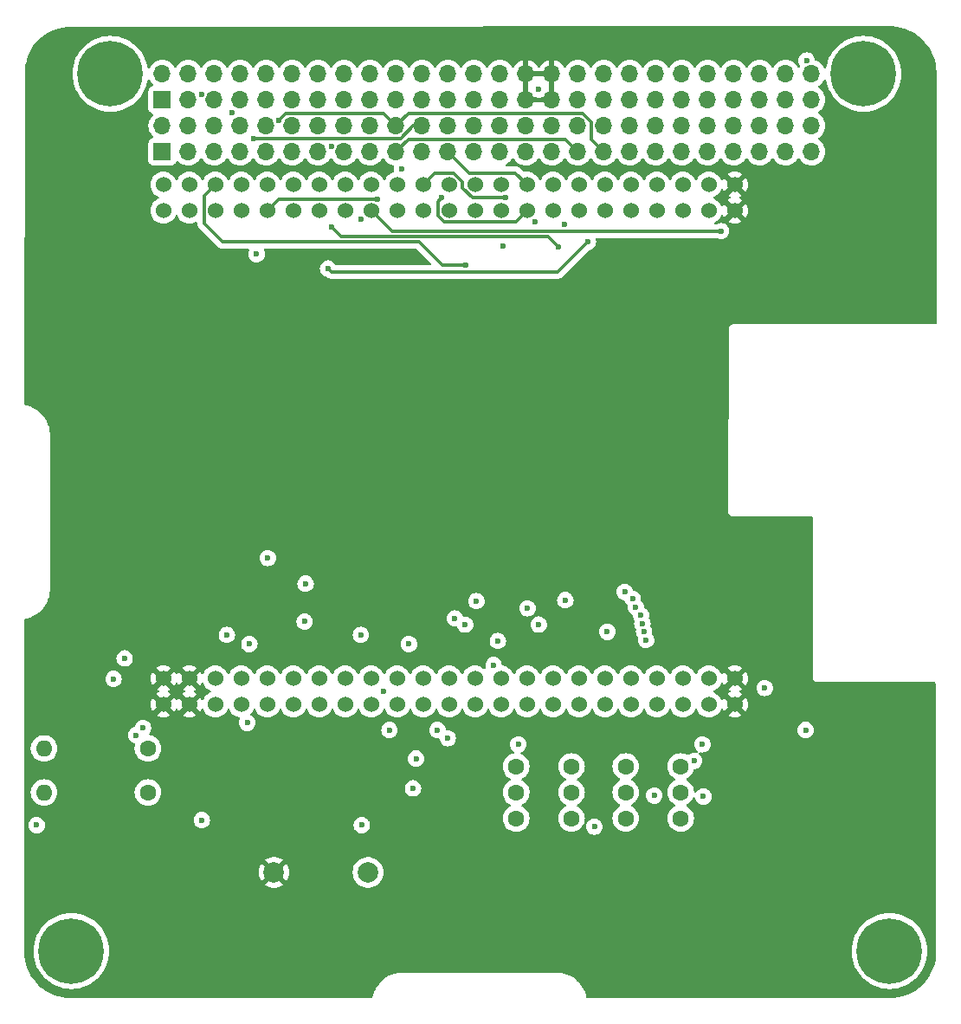
<source format=gbr>
%TF.GenerationSoftware,KiCad,Pcbnew,8.0.2-1*%
%TF.CreationDate,2024-09-16T16:57:07-05:00*%
%TF.ProjectId,BeagleBonePC104,42656167-6c65-4426-9f6e-655043313034,rev?*%
%TF.SameCoordinates,Original*%
%TF.FileFunction,Copper,L2,Inr*%
%TF.FilePolarity,Positive*%
%FSLAX46Y46*%
G04 Gerber Fmt 4.6, Leading zero omitted, Abs format (unit mm)*
G04 Created by KiCad (PCBNEW 8.0.2-1) date 2024-09-16 16:57:07*
%MOMM*%
%LPD*%
G01*
G04 APERTURE LIST*
%TA.AperFunction,ComponentPad*%
%ADD10C,2.000000*%
%TD*%
%TA.AperFunction,ComponentPad*%
%ADD11C,1.600000*%
%TD*%
%TA.AperFunction,ComponentPad*%
%ADD12O,1.600000X1.600000*%
%TD*%
%TA.AperFunction,ComponentPad*%
%ADD13C,1.524000*%
%TD*%
%TA.AperFunction,ComponentPad*%
%ADD14C,6.400000*%
%TD*%
%TA.AperFunction,ComponentPad*%
%ADD15R,1.700000X1.700000*%
%TD*%
%TA.AperFunction,ComponentPad*%
%ADD16O,1.700000X1.700000*%
%TD*%
%TA.AperFunction,ViaPad*%
%ADD17C,0.600000*%
%TD*%
%TA.AperFunction,Conductor*%
%ADD18C,0.300000*%
%TD*%
G04 APERTURE END LIST*
D10*
%TO.N,/10MHz_CLK*%
%TO.C,TP1*%
X114100000Y-157200000D03*
%TD*%
D11*
%TO.N,Net-(R1-Pad1)*%
%TO.C,R1*%
X92580000Y-145100000D03*
D12*
%TO.N,/I2C_SCL*%
X82420000Y-145100000D03*
%TD*%
D10*
%TO.N,GND*%
%TO.C,GND*%
X104900000Y-157200000D03*
%TD*%
D13*
%TO.N,GND*%
%TO.C,U1*%
X149980000Y-140800000D03*
X149980000Y-138260000D03*
%TO.N,unconnected-(U1-DC_3.3V-Pad3)*%
X147440000Y-140800000D03*
%TO.N,unconnected-(U1-DC_3.3V-Pad4)*%
X147440000Y-138260000D03*
%TO.N,Net-(R1-Pad1)*%
X144900000Y-140800000D03*
X144900000Y-138260000D03*
%TO.N,unconnected-(U1-SYS_5V-Pad7)*%
X142360000Y-140800000D03*
%TO.N,unconnected-(U1-SYS_5V-Pad8)*%
X142360000Y-138260000D03*
%TO.N,unconnected-(U1-PWR_BUT-Pad9)*%
X139820000Y-140800000D03*
%TO.N,/SYS_RESETn*%
X139820000Y-138260000D03*
%TO.N,unconnected-(U1-UART4_RXD-Pad11)*%
X137280000Y-140800000D03*
%TO.N,/GPIO1_28*%
X137280000Y-138260000D03*
%TO.N,unconnected-(U1-UART4_TXD-Pad13)*%
X134740000Y-140800000D03*
%TO.N,unconnected-(U1-EHRPWM1A-Pad14)*%
X134740000Y-138260000D03*
%TO.N,/GPIO1_16*%
X132200000Y-140800000D03*
%TO.N,unconnected-(U1-EHRPWM1B-Pad16)*%
X132200000Y-138260000D03*
%TO.N,/I2C_SCL*%
X129660000Y-140800000D03*
%TO.N,/I2C_SDA*%
X129660000Y-138260000D03*
%TO.N,unconnected-(U1-I2C2_SCL-Pad19)*%
X127120000Y-140800000D03*
%TO.N,unconnected-(U1-I2C2_SDA-Pad20)*%
X127120000Y-138260000D03*
%TO.N,/UART_TX*%
X124580000Y-140800000D03*
%TO.N,/UART_RX*%
X124580000Y-138260000D03*
%TO.N,/FC_TEMP*%
X122040000Y-140800000D03*
%TO.N,/CAN1_RX*%
X122040000Y-138260000D03*
%TO.N,/CAN_SLNT*%
X119500000Y-140800000D03*
%TO.N,/CAN1_TX*%
X119500000Y-138260000D03*
%TO.N,/GPIO3_19*%
X116960000Y-140800000D03*
%TO.N,unconnected-(U1-SPI1_CS0-Pad28)*%
X116960000Y-138260000D03*
%TO.N,unconnected-(U1-SPI1_D0-Pad29)*%
X114420000Y-140800000D03*
%TO.N,unconnected-(U1-SPI1_D1-Pad30)*%
X114420000Y-138260000D03*
%TO.N,unconnected-(U1-SPI1_SCLK-Pad31)*%
X111880000Y-140800000D03*
%TO.N,unconnected-(U1-VADC-Pad32)*%
X111880000Y-138260000D03*
%TO.N,unconnected-(U1-AIN4-Pad33)*%
X109340000Y-140800000D03*
%TO.N,unconnected-(U1-AGND-Pad34)*%
X109340000Y-138260000D03*
%TO.N,unconnected-(U1-AIN6-Pad35)*%
X106800000Y-140800000D03*
%TO.N,unconnected-(U1-AIN5-Pad36)*%
X106800000Y-138260000D03*
%TO.N,unconnected-(U1-AIN2-Pad37)*%
X104260000Y-140800000D03*
%TO.N,unconnected-(U1-AIN3-Pad38)*%
X104260000Y-138260000D03*
%TO.N,unconnected-(U1-AIN0-Pad39)*%
X101720000Y-140800000D03*
%TO.N,unconnected-(U1-AIN1-Pad40)*%
X101720000Y-138260000D03*
%TO.N,/GPIO3_20*%
X99180000Y-140800000D03*
%TO.N,/GPIO0_7*%
X99180000Y-138260000D03*
%TO.N,GND*%
X96640000Y-140800000D03*
X96640000Y-138260000D03*
X94100000Y-140800000D03*
X94100000Y-138260000D03*
X149980000Y-92540000D03*
X149980000Y-90000000D03*
%TO.N,unconnected-(U1-GPIO1_6-Pad49)*%
X147440000Y-92540000D03*
%TO.N,unconnected-(U1-GPIO1_7-Pad50)*%
X147440000Y-90000000D03*
%TO.N,unconnected-(U1-GPIO1_2-Pad51)*%
X144900000Y-92540000D03*
%TO.N,unconnected-(U1-GPIO1_3-Pad52)*%
X144900000Y-90000000D03*
%TO.N,unconnected-(U1-TIMER4-Pad53)*%
X142360000Y-92540000D03*
%TO.N,unconnected-(U1-TIMER7-Pad54)*%
X142360000Y-90000000D03*
%TO.N,unconnected-(U1-TIMER5-Pad55)*%
X139820000Y-92540000D03*
%TO.N,unconnected-(U1-TIMER6-Pad56)*%
X139820000Y-90000000D03*
%TO.N,/GPIO1_13*%
X137280000Y-92540000D03*
%TO.N,/GPIO1_12*%
X137280000Y-90000000D03*
%TO.N,unconnected-(U1-EHRPWM2B-Pad59)*%
X134740000Y-92540000D03*
%TO.N,/GPIO1_26*%
X134740000Y-90000000D03*
%TO.N,/GPIO1_15*%
X132200000Y-92540000D03*
%TO.N,/GPIO1_14*%
X132200000Y-90000000D03*
%TO.N,/GPIO1_27*%
X129660000Y-92540000D03*
%TO.N,/GPIO2_1*%
X129660000Y-90000000D03*
%TO.N,unconnected-(U1-EHRPWM2A-Pad65)*%
X127120000Y-92540000D03*
%TO.N,unconnected-(U1-GPIO1_31-Pad66)*%
X127120000Y-90000000D03*
%TO.N,unconnected-(U1-GPIO1_30-Pad67)*%
X124580000Y-92540000D03*
%TO.N,unconnected-(U1-GPIO1_5-Pad68)*%
X124580000Y-90000000D03*
%TO.N,unconnected-(U1-GPIO1_4-Pad69)*%
X122040000Y-92540000D03*
%TO.N,unconnected-(U1-GPIO1_1-Pad70)*%
X122040000Y-90000000D03*
%TO.N,unconnected-(U1-GPIO1_0-Pad71)*%
X119500000Y-92540000D03*
%TO.N,/GPIO1_29*%
X119500000Y-90000000D03*
%TO.N,/GPI02_22*%
X116960000Y-92540000D03*
%TO.N,/GPIO2_24*%
X116960000Y-90000000D03*
%TO.N,/GPIO2_23*%
X114420000Y-92540000D03*
%TO.N,/GPIO2_25*%
X114420000Y-90000000D03*
%TO.N,unconnected-(U1-UART5_CTSN-Pad77)*%
X111880000Y-92540000D03*
%TO.N,unconnected-(U1-UART5_RTSN-Pad78)*%
X111880000Y-90000000D03*
%TO.N,unconnected-(U1-UART4_RTSN-Pad79)*%
X109340000Y-92540000D03*
%TO.N,unconnected-(U1-UART3_RTSN-Pad80)*%
X109340000Y-90000000D03*
%TO.N,unconnected-(U1-UART4_CTSN-Pad81)*%
X106800000Y-92540000D03*
%TO.N,unconnected-(U1-UART3_CTSN-Pad82)*%
X106800000Y-90000000D03*
%TO.N,/UART_TX*%
X104260000Y-92540000D03*
%TO.N,/UART_RX*%
X104260000Y-90000000D03*
%TO.N,/GPIO2_12*%
X101720000Y-92540000D03*
%TO.N,/GPIO2_13*%
X101720000Y-90000000D03*
%TO.N,/GPIO2_10*%
X99180000Y-92540000D03*
%TO.N,/GPIO2_11*%
X99180000Y-90000000D03*
%TO.N,/GPIO2_8*%
X96640000Y-92540000D03*
%TO.N,/GPIO2_9*%
X96640000Y-90000000D03*
%TO.N,/GPIO2_6*%
X94100000Y-92540000D03*
%TO.N,/GPIO2_7*%
X94100000Y-90000000D03*
%TD*%
D11*
%TO.N,Net-(R1-Pad1)*%
%TO.C,U7*%
X128600000Y-146865000D03*
%TO.N,/5V*%
X128600000Y-149405000D03*
%TO.N,unconnected-(U7-Pad3)*%
X128600000Y-151945000D03*
%TD*%
%TO.N,Net-(R1-Pad1)*%
%TO.C,R2*%
X92580000Y-149400000D03*
D12*
%TO.N,/I2C_SDA*%
X82420000Y-149400000D03*
%TD*%
D14*
%TO.N,*%
%TO.C,U2*%
X85090000Y-164900000D03*
X88900000Y-79170000D03*
X162560000Y-79170000D03*
X165100000Y-164900000D03*
D15*
%TO.N,/CAN_L*%
X93980000Y-86790000D03*
D16*
%TO.N,unconnected-(U2-CANL2-Pad2)*%
X93980000Y-84250000D03*
%TO.N,/CAN_H*%
X96520000Y-86790000D03*
%TO.N,unconnected-(U2-CANH2-Pad4)*%
X96520000Y-84250000D03*
%TO.N,unconnected-(U2-UART_A_TX-Pad5)*%
X99060000Y-86790000D03*
%TO.N,unconnected-(U2-UART_B_TX-Pad6)*%
X99060000Y-84250000D03*
%TO.N,unconnected-(U2-UART_A_RX-Pad7)*%
X101600000Y-86790000D03*
%TO.N,unconnected-(U2-UART_B_RX-Pad8)*%
X101600000Y-84250000D03*
%TO.N,unconnected-(U2-Pad9)*%
X104140000Y-86790000D03*
%TO.N,unconnected-(U2-Pad10)*%
X104140000Y-84250000D03*
%TO.N,/GPIO1_13*%
X106680000Y-86790000D03*
%TO.N,/SYS_RESETn*%
X106680000Y-84250000D03*
%TO.N,/GPIO1_12*%
X109220000Y-86790000D03*
%TO.N,unconnected-(U2-Pad14)*%
X109220000Y-84250000D03*
%TO.N,/GPIO1_26*%
X111760000Y-86790000D03*
%TO.N,unconnected-(U2-Pad16)*%
X111760000Y-84250000D03*
%TO.N,/GPIO1_15*%
X114300000Y-86790000D03*
%TO.N,unconnected-(U2-Pad18)*%
X114300000Y-84250000D03*
%TO.N,/UART_TX*%
X116840000Y-86790000D03*
%TO.N,/UART_RX*%
X116840000Y-84250000D03*
%TO.N,/GPIO1_27*%
X119380000Y-86790000D03*
%TO.N,/GPIO2_13*%
X119380000Y-84250000D03*
%TO.N,/GPIO2_1*%
X121920000Y-86790000D03*
%TO.N,/GPIO2_10*%
X121920000Y-84250000D03*
%TO.N,/3V3*%
X124460000Y-86790000D03*
X124460000Y-84250000D03*
%TO.N,/GPIO1_29*%
X127000000Y-86790000D03*
%TO.N,/GPIO2_11*%
X127000000Y-84250000D03*
%TO.N,/GPI02_22*%
X129540000Y-86790000D03*
%TO.N,/GPIO2_8*%
X129540000Y-84250000D03*
%TO.N,unconnected-(U2-CHARGE-Pad31)*%
X132080000Y-86790000D03*
%TO.N,unconnected-(U2-CHARGE-Pad32)*%
X132080000Y-84250000D03*
%TO.N,/UART_TX*%
X134620000Y-86790000D03*
%TO.N,/GPIO2_9*%
X134620000Y-84250000D03*
%TO.N,/UART_RX*%
X137160000Y-86790000D03*
%TO.N,unconnected-(U2-Pad36)*%
X137160000Y-84250000D03*
%TO.N,unconnected-(U2-CAN_H-Pad37)*%
X139700000Y-86790000D03*
%TO.N,unconnected-(U2-CAN_L-Pad38)*%
X139700000Y-84250000D03*
%TO.N,unconnected-(U2-Pad39)*%
X142240000Y-86790000D03*
%TO.N,unconnected-(U2-Pad40)*%
X142240000Y-84250000D03*
%TO.N,/I2C_SDA*%
X144780000Y-86790000D03*
%TO.N,/GPIO2_25*%
X144780000Y-84250000D03*
%TO.N,/I2C_SCL*%
X147320000Y-86790000D03*
%TO.N,/GPIO2_12*%
X147320000Y-84250000D03*
%TO.N,/GPIO2_24*%
X149860000Y-86790000D03*
%TO.N,/GPIO2_23*%
X149860000Y-84250000D03*
%TO.N,unconnected-(U2-Pad47)*%
X152400000Y-86790000D03*
%TO.N,unconnected-(U2-Pad48)*%
X152400000Y-84250000D03*
%TO.N,unconnected-(U2-Pad49)*%
X154940000Y-86790000D03*
%TO.N,unconnected-(U2-Pad50)*%
X154940000Y-84250000D03*
%TO.N,unconnected-(U2-Pad51)*%
X157480000Y-86790000D03*
%TO.N,unconnected-(U2-Pad52)*%
X157480000Y-84250000D03*
D15*
%TO.N,unconnected-(U2-TEMP_1-Pad53)*%
X93980000Y-81710000D03*
D16*
%TO.N,unconnected-(U2-TEMP_2-Pad54)*%
X93980000Y-79170000D03*
%TO.N,unconnected-(U2-TEMP_3-Pad55)*%
X96520000Y-81710000D03*
%TO.N,unconnected-(U2-TEMP_4-Pad56)*%
X96520000Y-79170000D03*
%TO.N,unconnected-(U2-TEMP_7-Pad57)*%
X99060000Y-81710000D03*
%TO.N,unconnected-(U2-TEMP_6-Pad58)*%
X99060000Y-79170000D03*
%TO.N,unconnected-(U2-TEMP_9-Pad59)*%
X101600000Y-81710000D03*
%TO.N,unconnected-(U2-TEMP_8-Pad60)*%
X101600000Y-79170000D03*
%TO.N,unconnected-(U2-TEMP_11-Pad61)*%
X104140000Y-81710000D03*
%TO.N,unconnected-(U2-TEMP_10-Pad62)*%
X104140000Y-79170000D03*
%TO.N,unconnected-(U2-TEMP_13-Pad63)*%
X106680000Y-81710000D03*
%TO.N,unconnected-(U2-TEMP_12-Pad64)*%
X106680000Y-79170000D03*
%TO.N,unconnected-(U2-TEMP_15-Pad65)*%
X109220000Y-81710000D03*
%TO.N,unconnected-(U2-Pad66)*%
X109220000Y-79170000D03*
%TO.N,unconnected-(U2-Pad67)*%
X111760000Y-81710000D03*
%TO.N,/GPIO2_7*%
X111760000Y-79170000D03*
%TO.N,/GPIO1_14*%
X114300000Y-81710000D03*
%TO.N,/GPIO2_6*%
X114300000Y-79170000D03*
%TO.N,/GPIO0_7*%
X116840000Y-81710000D03*
%TO.N,unconnected-(U2-Pad72)*%
X116840000Y-79170000D03*
%TO.N,/GPIO3_20*%
X119380000Y-81710000D03*
%TO.N,/GPIO3_19*%
X119380000Y-79170000D03*
%TO.N,unconnected-(U2-Pad75)*%
X121920000Y-81710000D03*
%TO.N,unconnected-(U2-Pad76)*%
X121920000Y-79170000D03*
%TO.N,/5V*%
X124460000Y-81710000D03*
X124460000Y-79170000D03*
%TO.N,/3V3*%
X127000000Y-81710000D03*
X127000000Y-79170000D03*
%TO.N,GND*%
X129540000Y-81710000D03*
X129540000Y-79170000D03*
X132080000Y-81710000D03*
X132080000Y-79170000D03*
%TO.N,unconnected-(U2-PLOD_STAT_1-Pad85)*%
X134620000Y-81710000D03*
%TO.N,unconnected-(U2-PLOD_STAT_2-Pad86)*%
X134620000Y-79170000D03*
%TO.N,unconnected-(U2-PLOD_STAT_3-Pad87)*%
X137160000Y-81710000D03*
%TO.N,unconnected-(U2-PLOD_STAT_4-Pad88)*%
X137160000Y-79170000D03*
%TO.N,unconnected-(U2-PLOD_STAT_5-Pad89)*%
X139700000Y-81710000D03*
%TO.N,unconnected-(U2-PLOD_COMP_RST-Pad90)*%
X139700000Y-79170000D03*
%TO.N,unconnected-(U2-Pad91)*%
X142240000Y-81710000D03*
%TO.N,/GPIO1_16*%
X142240000Y-79170000D03*
%TO.N,unconnected-(U2-BURN_ENABLE_1-Pad93)*%
X144780000Y-81710000D03*
%TO.N,unconnected-(U2-BURN_ENABLE_2-Pad94)*%
X144780000Y-79170000D03*
%TO.N,/GPIO1_28*%
X147320000Y-81710000D03*
%TO.N,/FC_TEMP*%
X147320000Y-79170000D03*
%TO.N,unconnected-(U2-Pad97)*%
X149860000Y-81710000D03*
%TO.N,unconnected-(U2-Pad98)*%
X149860000Y-79170000D03*
%TO.N,unconnected-(U2-Pad99)*%
X152400000Y-81710000D03*
%TO.N,unconnected-(U2-Pad100)*%
X152400000Y-79170000D03*
%TO.N,unconnected-(U2-Pad101)*%
X154940000Y-81710000D03*
%TO.N,/CAN_SLNT*%
X154940000Y-79170000D03*
%TO.N,/10MHz_CLK*%
X157480000Y-81710000D03*
%TO.N,unconnected-(U2-BURN_FET-Pad104)*%
X157480000Y-79170000D03*
%TD*%
D11*
%TO.N,Net-(D5-A)*%
%TO.C,U9*%
X139300000Y-146860000D03*
%TO.N,/3V3*%
X139300000Y-149400000D03*
%TO.N,unconnected-(U9-Pad3)*%
X139300000Y-151940000D03*
%TD*%
%TO.N,Net-(D4-A)*%
%TO.C,U8*%
X134000000Y-146860000D03*
%TO.N,/3V3*%
X134000000Y-149400000D03*
%TO.N,unconnected-(U8-Pad3)*%
X134000000Y-151940000D03*
%TD*%
%TO.N,Net-(D6-A)*%
%TO.C,U6*%
X144680000Y-146860000D03*
%TO.N,/3V3*%
X144680000Y-149400000D03*
%TO.N,unconnected-(U6-Pad3)*%
X144680000Y-151940000D03*
%TD*%
D17*
%TO.N,/5V*%
X157000000Y-77870000D03*
X128800000Y-144700000D03*
X146800000Y-144700000D03*
%TO.N,/I2C_SCL*%
X130800000Y-133000000D03*
X140935487Y-132917096D03*
X89210000Y-138310000D03*
%TO.N,/I2C_SDA*%
X129700000Y-131400000D03*
X90300000Y-136300000D03*
X140300000Y-131300000D03*
%TO.N,/GPIO2_24*%
X117422000Y-88500000D03*
%TO.N,/SYS_RESETn*%
X108000000Y-129000000D03*
X139200000Y-129800000D03*
%TO.N,/UART_TX*%
X104300000Y-126500000D03*
X124700000Y-130700000D03*
X114990000Y-91414058D03*
%TO.N,GND*%
X108100000Y-151500000D03*
X101330000Y-152300000D03*
X117600000Y-147000000D03*
%TO.N,/CAN_SLNT*%
X126390380Y-136950000D03*
X126800000Y-134600000D03*
X141300000Y-134500000D03*
%TO.N,/GPIO2_23*%
X148623366Y-94550000D03*
%TO.N,/GPIO2_8*%
X127300000Y-96000000D03*
%TO.N,/GPIO2_10*%
X100800000Y-83000000D03*
%TO.N,/CAN1_RX*%
X120900000Y-143300000D03*
X116200000Y-143300000D03*
%TO.N,/UART_RX*%
X123600000Y-133000000D03*
X105400000Y-83700000D03*
X107900000Y-132700000D03*
%TO.N,/GPIO2_6*%
X97800000Y-81200000D03*
%TO.N,/GPIO2_7*%
X110509268Y-86281891D03*
%TO.N,/GPIO1_13*%
X103200000Y-96800000D03*
%TO.N,/GPIO1_27*%
X121300000Y-91300000D03*
%TO.N,/GPIO2_9*%
X133300000Y-93900000D03*
%TO.N,/GPIO1_15*%
X113400000Y-93400000D03*
%TO.N,/GPIO0_7*%
X113400000Y-134000000D03*
X100300000Y-134000000D03*
%TO.N,/GPI02_22*%
X130400000Y-93600000D03*
%TO.N,/GPIO2_13*%
X102900000Y-85500000D03*
%TO.N,/GPIO1_12*%
X110200000Y-98200000D03*
X135600000Y-95600000D03*
%TO.N,/GPIO1_26*%
X132700000Y-96100000D03*
X110500000Y-94100000D03*
%TO.N,/GPIO1_14*%
X130800000Y-80700000D03*
%TO.N,/CAN_L*%
X91430000Y-143800000D03*
X118800000Y-146100000D03*
%TO.N,/GPIO1_28*%
X141100000Y-133700000D03*
X137500000Y-133700000D03*
%TO.N,/CAN_H*%
X121900000Y-144100000D03*
X92100000Y-143100000D03*
%TO.N,/GPIO3_20*%
X102500000Y-134900000D03*
X118100000Y-134900000D03*
%TO.N,/FC_TEMP*%
X122600000Y-132400000D03*
X140800000Y-132100000D03*
%TO.N,Net-(D6-A)*%
X142100000Y-149700000D03*
X97850000Y-152100000D03*
%TO.N,/GPIO1_29*%
X127600000Y-91300000D03*
%TO.N,/GPIO1_16*%
X140000000Y-130500000D03*
X133400000Y-130600000D03*
%TO.N,/GPIO3_19*%
X115600000Y-139500000D03*
%TO.N,/GPIO2_11*%
X123700000Y-97900000D03*
%TO.N,/3V3*%
X81700000Y-152600000D03*
X156900000Y-143300000D03*
%TO.N,/10MHz_CLK*%
X102300000Y-142600000D03*
X152900000Y-139200000D03*
%TO.N,Net-(D5-A)*%
X113500000Y-152600000D03*
X146900000Y-149800000D03*
X136236116Y-152736116D03*
%TO.N,Net-(D4-A)*%
X145990380Y-146309620D03*
X118500000Y-149000000D03*
%TD*%
D18*
%TO.N,/GPIO2_1*%
X123998000Y-88868000D02*
X121920000Y-86790000D01*
X128528000Y-88868000D02*
X123998000Y-88868000D01*
X129660000Y-90000000D02*
X128528000Y-88868000D01*
%TO.N,/UART_TX*%
X114976058Y-91428000D02*
X105372000Y-91428000D01*
X133420000Y-85590000D02*
X134620000Y-86790000D01*
X116840000Y-86790000D02*
X118040000Y-85590000D01*
X118040000Y-85590000D02*
X133420000Y-85590000D01*
X114990000Y-91414058D02*
X114976058Y-91428000D01*
X105372000Y-91428000D02*
X104260000Y-92540000D01*
%TO.N,/GPIO2_23*%
X116430000Y-94550000D02*
X114420000Y-92540000D01*
X148623366Y-94550000D02*
X116430000Y-94550000D01*
%TO.N,/UART_RX*%
X135960000Y-85590000D02*
X137160000Y-86790000D01*
X116840000Y-84250000D02*
X118040000Y-83050000D01*
X115640000Y-83050000D02*
X116840000Y-84250000D01*
X106050000Y-83050000D02*
X115640000Y-83050000D01*
X135117057Y-83050000D02*
X135960000Y-83892943D01*
X118040000Y-83050000D02*
X135117057Y-83050000D01*
X135960000Y-83892943D02*
X135960000Y-85590000D01*
X105400000Y-83700000D02*
X106050000Y-83050000D01*
%TO.N,/GPIO1_27*%
X129660000Y-92540000D02*
X128548000Y-93652000D01*
X120928000Y-91672000D02*
X121300000Y-91300000D01*
X121579394Y-93652000D02*
X120928000Y-93000606D01*
X128548000Y-93652000D02*
X121579394Y-93652000D01*
X120928000Y-93000606D02*
X120928000Y-91672000D01*
%TO.N,/GPIO2_13*%
X117287057Y-85500000D02*
X102900000Y-85500000D01*
X119380000Y-84250000D02*
X118537057Y-84250000D01*
X118537057Y-84250000D02*
X117287057Y-85500000D01*
%TO.N,/GPIO1_12*%
X110550000Y-98550000D02*
X132650000Y-98550000D01*
X132650000Y-98550000D02*
X135600000Y-95600000D01*
X110200000Y-98200000D02*
X110550000Y-98550000D01*
%TO.N,/GPIO1_26*%
X110500000Y-94100000D02*
X111500000Y-95100000D01*
X131700000Y-95100000D02*
X132700000Y-96100000D01*
X111500000Y-95100000D02*
X131700000Y-95100000D01*
%TO.N,/GPIO1_29*%
X120612000Y-88888000D02*
X122500606Y-88888000D01*
X123310894Y-89698288D02*
X123310894Y-90303500D01*
X119500000Y-90000000D02*
X120612000Y-88888000D01*
X122500606Y-88888000D02*
X123310894Y-89698288D01*
X123310894Y-90303500D02*
X124307394Y-91300000D01*
X124307394Y-91300000D02*
X127600000Y-91300000D01*
%TO.N,/GPIO2_11*%
X121400000Y-97900000D02*
X119100000Y-95600000D01*
X98068000Y-93768000D02*
X98068000Y-91112000D01*
X119100000Y-95600000D02*
X99900000Y-95600000D01*
X123700000Y-97900000D02*
X121400000Y-97900000D01*
X99900000Y-95600000D02*
X98068000Y-93768000D01*
X98068000Y-91112000D02*
X99180000Y-90000000D01*
%TD*%
%TA.AperFunction,Conductor*%
%TO.N,GND*%
G36*
X96259000Y-138310160D02*
G01*
X96284964Y-138407061D01*
X96335124Y-138493940D01*
X96406060Y-138564876D01*
X96492939Y-138615036D01*
X96589840Y-138641000D01*
X96612553Y-138641000D01*
X95941810Y-139311740D01*
X96006589Y-139357098D01*
X96136373Y-139417618D01*
X96188812Y-139463790D01*
X96207964Y-139530984D01*
X96187748Y-139597865D01*
X96136373Y-139642382D01*
X96006590Y-139702901D01*
X95941811Y-139748258D01*
X96612553Y-140419000D01*
X96589840Y-140419000D01*
X96492939Y-140444964D01*
X96406060Y-140495124D01*
X96335124Y-140566060D01*
X96284964Y-140652939D01*
X96259000Y-140749840D01*
X96259000Y-140772553D01*
X95588258Y-140101811D01*
X95542901Y-140166590D01*
X95482382Y-140296373D01*
X95436209Y-140348812D01*
X95369016Y-140367964D01*
X95302135Y-140347748D01*
X95257618Y-140296373D01*
X95197096Y-140166586D01*
X95151741Y-140101811D01*
X95151740Y-140101810D01*
X94481000Y-140772551D01*
X94481000Y-140749840D01*
X94455036Y-140652939D01*
X94404876Y-140566060D01*
X94333940Y-140495124D01*
X94247061Y-140444964D01*
X94150160Y-140419000D01*
X94127448Y-140419000D01*
X94798188Y-139748259D01*
X94798187Y-139748258D01*
X94733411Y-139702901D01*
X94733405Y-139702898D01*
X94603627Y-139642382D01*
X94551187Y-139596210D01*
X94532035Y-139529017D01*
X94552251Y-139462135D01*
X94603627Y-139417618D01*
X94733407Y-139357100D01*
X94733417Y-139357094D01*
X94798188Y-139311741D01*
X94127448Y-138641000D01*
X94150160Y-138641000D01*
X94247061Y-138615036D01*
X94333940Y-138564876D01*
X94404876Y-138493940D01*
X94455036Y-138407061D01*
X94481000Y-138310160D01*
X94481000Y-138287447D01*
X95151741Y-138958188D01*
X95197094Y-138893417D01*
X95197100Y-138893407D01*
X95257618Y-138763627D01*
X95303790Y-138711187D01*
X95370983Y-138692035D01*
X95437865Y-138712251D01*
X95482382Y-138763627D01*
X95542898Y-138893405D01*
X95542901Y-138893411D01*
X95588258Y-138958187D01*
X95588259Y-138958188D01*
X96259000Y-138287447D01*
X96259000Y-138310160D01*
G37*
%TD.AperFunction*%
%TA.AperFunction,Conductor*%
G36*
X149599000Y-138310160D02*
G01*
X149624964Y-138407061D01*
X149675124Y-138493940D01*
X149746060Y-138564876D01*
X149832939Y-138615036D01*
X149929840Y-138641000D01*
X149952553Y-138641000D01*
X149281810Y-139311740D01*
X149346589Y-139357098D01*
X149476373Y-139417618D01*
X149528812Y-139463790D01*
X149547964Y-139530984D01*
X149527748Y-139597865D01*
X149476373Y-139642382D01*
X149346590Y-139702901D01*
X149281811Y-139748258D01*
X149952553Y-140419000D01*
X149929840Y-140419000D01*
X149832939Y-140444964D01*
X149746060Y-140495124D01*
X149675124Y-140566060D01*
X149624964Y-140652939D01*
X149599000Y-140749840D01*
X149599000Y-140772552D01*
X148928258Y-140101811D01*
X148882901Y-140166590D01*
X148822658Y-140295781D01*
X148776485Y-140348220D01*
X148709292Y-140367372D01*
X148642411Y-140347156D01*
X148597894Y-140295781D01*
X148537651Y-140166590D01*
X148537534Y-140166339D01*
X148410826Y-139985380D01*
X148254620Y-139829174D01*
X148254616Y-139829171D01*
X148254615Y-139829170D01*
X148073666Y-139702468D01*
X148073658Y-139702464D01*
X147944811Y-139642382D01*
X147892371Y-139596210D01*
X147873219Y-139529017D01*
X147893435Y-139462135D01*
X147944811Y-139417618D01*
X147950802Y-139414824D01*
X148073662Y-139357534D01*
X148254620Y-139230826D01*
X148410826Y-139074620D01*
X148537534Y-138893662D01*
X148597894Y-138764218D01*
X148644066Y-138711779D01*
X148711259Y-138692627D01*
X148778141Y-138712843D01*
X148822658Y-138764219D01*
X148882898Y-138893405D01*
X148882901Y-138893411D01*
X148928258Y-138958187D01*
X148928259Y-138958188D01*
X149599000Y-138287447D01*
X149599000Y-138310160D01*
G37*
%TD.AperFunction*%
%TA.AperFunction,Conductor*%
G36*
X97691741Y-138958188D02*
G01*
X97737094Y-138893417D01*
X97737095Y-138893416D01*
X97797340Y-138764219D01*
X97843512Y-138711780D01*
X97910706Y-138692627D01*
X97977587Y-138712842D01*
X98022105Y-138764218D01*
X98082466Y-138893662D01*
X98082468Y-138893666D01*
X98209170Y-139074615D01*
X98209175Y-139074621D01*
X98365378Y-139230824D01*
X98365384Y-139230829D01*
X98546333Y-139357531D01*
X98546335Y-139357532D01*
X98546338Y-139357534D01*
X98665748Y-139413215D01*
X98675189Y-139417618D01*
X98727628Y-139463790D01*
X98746780Y-139530984D01*
X98726564Y-139597865D01*
X98675189Y-139642382D01*
X98546340Y-139702465D01*
X98546338Y-139702466D01*
X98365377Y-139829175D01*
X98209175Y-139985377D01*
X98082467Y-140166337D01*
X98022105Y-140295782D01*
X97975932Y-140348221D01*
X97908738Y-140367372D01*
X97841857Y-140347156D01*
X97797341Y-140295780D01*
X97737098Y-140166589D01*
X97737097Y-140166587D01*
X97691741Y-140101811D01*
X97691740Y-140101810D01*
X97021000Y-140772551D01*
X97021000Y-140749840D01*
X96995036Y-140652939D01*
X96944876Y-140566060D01*
X96873940Y-140495124D01*
X96787061Y-140444964D01*
X96690160Y-140419000D01*
X96667448Y-140419000D01*
X97338188Y-139748259D01*
X97338187Y-139748258D01*
X97273411Y-139702901D01*
X97273405Y-139702898D01*
X97143627Y-139642382D01*
X97091187Y-139596210D01*
X97072035Y-139529017D01*
X97092251Y-139462135D01*
X97143627Y-139417618D01*
X97273407Y-139357100D01*
X97273417Y-139357094D01*
X97338188Y-139311741D01*
X96667448Y-138641000D01*
X96690160Y-138641000D01*
X96787061Y-138615036D01*
X96873940Y-138564876D01*
X96944876Y-138493940D01*
X96995036Y-138407061D01*
X97021000Y-138310160D01*
X97021000Y-138287447D01*
X97691741Y-138958188D01*
G37*
%TD.AperFunction*%
%TA.AperFunction,Conductor*%
G36*
X149599000Y-90050160D02*
G01*
X149624964Y-90147061D01*
X149675124Y-90233940D01*
X149746060Y-90304876D01*
X149832939Y-90355036D01*
X149929840Y-90381000D01*
X149952553Y-90381000D01*
X149281810Y-91051740D01*
X149346589Y-91097098D01*
X149476373Y-91157618D01*
X149528812Y-91203790D01*
X149547964Y-91270984D01*
X149527748Y-91337865D01*
X149476373Y-91382382D01*
X149346590Y-91442901D01*
X149281811Y-91488258D01*
X149952553Y-92159000D01*
X149929840Y-92159000D01*
X149832939Y-92184964D01*
X149746060Y-92235124D01*
X149675124Y-92306060D01*
X149624964Y-92392939D01*
X149599000Y-92489840D01*
X149599000Y-92512553D01*
X148928258Y-91841811D01*
X148882901Y-91906590D01*
X148822658Y-92035781D01*
X148776485Y-92088220D01*
X148709292Y-92107372D01*
X148642411Y-92087156D01*
X148597894Y-92035781D01*
X148573235Y-91982900D01*
X148537534Y-91906339D01*
X148410826Y-91725380D01*
X148254620Y-91569174D01*
X148254616Y-91569171D01*
X148254615Y-91569170D01*
X148073666Y-91442468D01*
X148073658Y-91442464D01*
X147944811Y-91382382D01*
X147892371Y-91336210D01*
X147873219Y-91269017D01*
X147893435Y-91202135D01*
X147944811Y-91157618D01*
X147950802Y-91154824D01*
X148073662Y-91097534D01*
X148254620Y-90970826D01*
X148410826Y-90814620D01*
X148537534Y-90633662D01*
X148597894Y-90504218D01*
X148644066Y-90451779D01*
X148711259Y-90432627D01*
X148778141Y-90452843D01*
X148822658Y-90504219D01*
X148882898Y-90633405D01*
X148882901Y-90633411D01*
X148928258Y-90698187D01*
X148928259Y-90698188D01*
X149599000Y-90027447D01*
X149599000Y-90050160D01*
G37*
%TD.AperFunction*%
%TA.AperFunction,Conductor*%
G36*
X130568132Y-81466958D02*
G01*
X130620745Y-81485368D01*
X130680496Y-81492100D01*
X130799996Y-81505565D01*
X130800000Y-81505565D01*
X130800004Y-81505565D01*
X130902431Y-81494023D01*
X130979255Y-81485368D01*
X131031868Y-81466958D01*
X131072822Y-81460000D01*
X131646988Y-81460000D01*
X131614075Y-81517007D01*
X131580000Y-81644174D01*
X131580000Y-81775826D01*
X131614075Y-81902993D01*
X131646988Y-81960000D01*
X129973012Y-81960000D01*
X130005925Y-81902993D01*
X130040000Y-81775826D01*
X130040000Y-81644174D01*
X130005925Y-81517007D01*
X129973012Y-81460000D01*
X130527178Y-81460000D01*
X130568132Y-81466958D01*
G37*
%TD.AperFunction*%
%TA.AperFunction,Conductor*%
G36*
X129790000Y-81276988D02*
G01*
X129732993Y-81244075D01*
X129605826Y-81210000D01*
X129474174Y-81210000D01*
X129347007Y-81244075D01*
X129290000Y-81276988D01*
X129290000Y-79603012D01*
X129347007Y-79635925D01*
X129474174Y-79670000D01*
X129605826Y-79670000D01*
X129732993Y-79635925D01*
X129790000Y-79603012D01*
X129790000Y-81276988D01*
G37*
%TD.AperFunction*%
%TA.AperFunction,Conductor*%
G36*
X132330000Y-81276988D02*
G01*
X132272993Y-81244075D01*
X132145826Y-81210000D01*
X132014174Y-81210000D01*
X131887007Y-81244075D01*
X131830000Y-81276988D01*
X131830000Y-79603012D01*
X131887007Y-79635925D01*
X132014174Y-79670000D01*
X132145826Y-79670000D01*
X132272993Y-79635925D01*
X132330000Y-79603012D01*
X132330000Y-81276988D01*
G37*
%TD.AperFunction*%
%TA.AperFunction,Conductor*%
G36*
X131614075Y-78977007D02*
G01*
X131580000Y-79104174D01*
X131580000Y-79235826D01*
X131614075Y-79362993D01*
X131646988Y-79420000D01*
X129973012Y-79420000D01*
X130005925Y-79362993D01*
X130040000Y-79235826D01*
X130040000Y-79104174D01*
X130005925Y-78977007D01*
X129973012Y-78920000D01*
X131646988Y-78920000D01*
X131614075Y-78977007D01*
G37*
%TD.AperFunction*%
%TA.AperFunction,Conductor*%
G36*
X165013848Y-74500523D02*
G01*
X165404954Y-74510210D01*
X165415729Y-74510947D01*
X165803563Y-74554526D01*
X165814233Y-74556198D01*
X166196802Y-74633362D01*
X166207262Y-74635951D01*
X166581672Y-74746117D01*
X166591871Y-74749607D01*
X166955277Y-74891940D01*
X166965122Y-74896299D01*
X167314776Y-75069722D01*
X167324227Y-75074935D01*
X167657425Y-75278107D01*
X167666393Y-75284126D01*
X167980650Y-75515525D01*
X167989061Y-75522302D01*
X168282010Y-75780190D01*
X168289773Y-75787650D01*
X168559163Y-76070048D01*
X168566264Y-76078173D01*
X168810046Y-76382930D01*
X168816420Y-76391651D01*
X169032757Y-76716470D01*
X169038347Y-76725712D01*
X169225594Y-77068118D01*
X169230357Y-77077808D01*
X169245469Y-77112266D01*
X169387097Y-77435216D01*
X169391000Y-77445287D01*
X169516042Y-77814975D01*
X169519054Y-77825348D01*
X169611451Y-78204523D01*
X169613548Y-78215118D01*
X169672595Y-78600879D01*
X169673763Y-78611617D01*
X169698155Y-78987772D01*
X169698415Y-78995792D01*
X169698615Y-84722032D01*
X169699113Y-99021723D01*
X169699269Y-103475496D01*
X169679587Y-103542536D01*
X169626784Y-103588293D01*
X169575269Y-103599500D01*
X149901727Y-103599500D01*
X149901031Y-103599498D01*
X149900572Y-103599495D01*
X149836859Y-103599137D01*
X149835828Y-103599273D01*
X149835159Y-103599359D01*
X149834165Y-103599484D01*
X149772175Y-103616094D01*
X149771504Y-103616272D01*
X149709437Y-103632530D01*
X149709436Y-103632530D01*
X149709369Y-103632548D01*
X149708443Y-103632932D01*
X149707810Y-103633193D01*
X149706863Y-103633579D01*
X149651217Y-103665705D01*
X149650618Y-103666049D01*
X149594874Y-103697818D01*
X149594079Y-103698429D01*
X149593478Y-103698888D01*
X149592737Y-103699449D01*
X149547280Y-103744905D01*
X149546789Y-103745393D01*
X149501185Y-103790487D01*
X149500582Y-103791275D01*
X149500137Y-103791851D01*
X149499534Y-103792626D01*
X149467409Y-103848267D01*
X149467062Y-103848864D01*
X149434663Y-103904261D01*
X149434273Y-103905205D01*
X149433995Y-103905871D01*
X149433625Y-103906747D01*
X149417013Y-103968742D01*
X149416832Y-103969408D01*
X149399858Y-104031366D01*
X149399734Y-104032313D01*
X149399635Y-104033051D01*
X149399500Y-104034032D01*
X149399500Y-104098240D01*
X149399498Y-104098937D01*
X149299922Y-121823463D01*
X149299500Y-121829645D01*
X149299500Y-121898300D01*
X149299498Y-121898997D01*
X149299137Y-121963139D01*
X149299264Y-121964102D01*
X149299349Y-121964766D01*
X149299482Y-121965828D01*
X149316117Y-122027912D01*
X149316295Y-122028583D01*
X149332545Y-122090622D01*
X149332926Y-122091542D01*
X149333179Y-122092157D01*
X149333575Y-122093129D01*
X149365672Y-122148723D01*
X149366017Y-122149325D01*
X149397811Y-122205113D01*
X149398431Y-122205921D01*
X149398879Y-122206508D01*
X149399459Y-122207273D01*
X149444902Y-122252716D01*
X149445254Y-122253070D01*
X149490441Y-122298767D01*
X149490442Y-122298767D01*
X149490487Y-122298813D01*
X149491252Y-122299400D01*
X149491803Y-122299825D01*
X149492630Y-122300467D01*
X149492684Y-122300498D01*
X149492686Y-122300500D01*
X149548397Y-122332665D01*
X149548900Y-122332958D01*
X149604250Y-122365330D01*
X149605297Y-122365764D01*
X149605931Y-122366028D01*
X149606762Y-122366377D01*
X149606810Y-122366390D01*
X149606814Y-122366392D01*
X149668774Y-122382994D01*
X149669397Y-122383163D01*
X149693069Y-122389648D01*
X149731297Y-122400122D01*
X149731299Y-122400122D01*
X149731354Y-122400137D01*
X149732340Y-122400267D01*
X149733062Y-122400364D01*
X149734051Y-122400500D01*
X149734108Y-122400500D01*
X149798273Y-122400500D01*
X149798968Y-122400501D01*
X149863079Y-122400862D01*
X149863079Y-122400861D01*
X149867557Y-122400887D01*
X149873734Y-122400500D01*
X157475500Y-122400500D01*
X157542539Y-122420185D01*
X157588294Y-122472989D01*
X157599500Y-122524500D01*
X157599500Y-138165891D01*
X157633608Y-138293187D01*
X157643317Y-138310003D01*
X157699500Y-138407314D01*
X157792686Y-138500500D01*
X157906814Y-138566392D01*
X158034108Y-138600500D01*
X158165892Y-138600500D01*
X169477122Y-138600500D01*
X169544161Y-138620185D01*
X169589916Y-138672989D01*
X169601121Y-138724176D01*
X169615637Y-144302262D01*
X169669490Y-164997181D01*
X169669372Y-165002913D01*
X169652614Y-165386750D01*
X169651671Y-165397526D01*
X169601849Y-165775957D01*
X169599971Y-165786610D01*
X169517354Y-166159272D01*
X169514554Y-166169721D01*
X169399775Y-166533755D01*
X169396075Y-166543921D01*
X169250002Y-166896572D01*
X169245430Y-166906376D01*
X169069183Y-167244942D01*
X169063775Y-167254310D01*
X168858681Y-167576244D01*
X168852476Y-167585105D01*
X168620110Y-167887930D01*
X168613156Y-167896217D01*
X168355284Y-168177635D01*
X168347635Y-168185284D01*
X168066217Y-168443156D01*
X168057930Y-168450110D01*
X167755105Y-168682476D01*
X167746244Y-168688681D01*
X167424310Y-168893775D01*
X167414942Y-168899183D01*
X167076376Y-169075430D01*
X167066572Y-169080002D01*
X166713921Y-169226075D01*
X166703755Y-169229775D01*
X166339721Y-169344554D01*
X166329272Y-169347354D01*
X165956610Y-169429971D01*
X165945957Y-169431849D01*
X165567526Y-169481671D01*
X165556750Y-169482614D01*
X165172703Y-169499382D01*
X165167294Y-169499500D01*
X135561562Y-169499500D01*
X135494523Y-169479815D01*
X135448768Y-169427011D01*
X135440272Y-169401281D01*
X135402239Y-169222352D01*
X135402238Y-169222350D01*
X135402238Y-169222348D01*
X135305053Y-168923241D01*
X135177134Y-168635932D01*
X135177131Y-168635928D01*
X135177130Y-168635924D01*
X135019887Y-168363571D01*
X135019884Y-168363566D01*
X134835032Y-168109139D01*
X134835025Y-168109130D01*
X134737214Y-168000500D01*
X134624586Y-167875414D01*
X134500885Y-167764033D01*
X134390869Y-167664974D01*
X134390860Y-167664967D01*
X134136433Y-167480115D01*
X134136428Y-167480112D01*
X133864075Y-167322869D01*
X133864068Y-167322866D01*
X133576759Y-167194947D01*
X133576754Y-167194945D01*
X133576751Y-167194944D01*
X133277649Y-167097761D01*
X133277647Y-167097760D01*
X133012415Y-167041384D01*
X132970026Y-167032374D01*
X132657250Y-166999500D01*
X132565892Y-166999500D01*
X117565892Y-166999500D01*
X117500000Y-166999500D01*
X117342750Y-166999500D01*
X117029974Y-167032374D01*
X117029970Y-167032374D01*
X117029968Y-167032375D01*
X116722352Y-167097760D01*
X116722350Y-167097761D01*
X116423248Y-167194944D01*
X116135931Y-167322866D01*
X116135924Y-167322869D01*
X115863571Y-167480112D01*
X115863566Y-167480115D01*
X115609139Y-167664967D01*
X115609130Y-167664974D01*
X115375414Y-167875414D01*
X115164974Y-168109130D01*
X115164967Y-168109139D01*
X114980115Y-168363566D01*
X114980112Y-168363571D01*
X114822869Y-168635924D01*
X114822866Y-168635931D01*
X114694944Y-168923248D01*
X114597761Y-169222350D01*
X114597760Y-169222352D01*
X114559728Y-169401281D01*
X114526535Y-169462763D01*
X114465372Y-169496539D01*
X114438438Y-169499500D01*
X85002706Y-169499500D01*
X84997297Y-169499382D01*
X84613249Y-169482614D01*
X84602473Y-169481671D01*
X84224042Y-169431849D01*
X84213389Y-169429971D01*
X83840727Y-169347354D01*
X83830278Y-169344554D01*
X83466244Y-169229775D01*
X83456078Y-169226075D01*
X83103427Y-169080002D01*
X83093623Y-169075430D01*
X82755057Y-168899183D01*
X82745689Y-168893775D01*
X82423755Y-168688681D01*
X82414894Y-168682476D01*
X82112069Y-168450110D01*
X82103782Y-168443156D01*
X81822364Y-168185284D01*
X81814715Y-168177635D01*
X81556843Y-167896217D01*
X81549889Y-167887930D01*
X81317523Y-167585105D01*
X81311318Y-167576244D01*
X81106224Y-167254310D01*
X81100816Y-167244942D01*
X80973924Y-167001185D01*
X80924566Y-166906369D01*
X80919997Y-166896572D01*
X80773924Y-166543921D01*
X80770224Y-166533755D01*
X80730320Y-166407194D01*
X80655442Y-166169710D01*
X80652648Y-166159284D01*
X80570025Y-165786597D01*
X80568152Y-165775971D01*
X80518326Y-165397506D01*
X80517386Y-165386771D01*
X80500618Y-165002702D01*
X80500500Y-164997293D01*
X80500500Y-164899999D01*
X81384422Y-164899999D01*
X81384422Y-164900000D01*
X81404722Y-165287339D01*
X81422174Y-165397526D01*
X81465398Y-165670433D01*
X81496527Y-165786610D01*
X81565788Y-166045094D01*
X81704787Y-166407197D01*
X81880877Y-166752793D01*
X82092122Y-167078082D01*
X82092124Y-167078084D01*
X82336219Y-167379516D01*
X82610484Y-167653781D01*
X82610488Y-167653784D01*
X82911917Y-167897877D01*
X83237206Y-168109122D01*
X83237211Y-168109125D01*
X83582806Y-168285214D01*
X83944913Y-168424214D01*
X84319567Y-168524602D01*
X84702662Y-168585278D01*
X85068576Y-168604455D01*
X85089999Y-168605578D01*
X85090000Y-168605578D01*
X85090001Y-168605578D01*
X85110301Y-168604514D01*
X85477338Y-168585278D01*
X85860433Y-168524602D01*
X86235087Y-168424214D01*
X86597194Y-168285214D01*
X86942789Y-168109125D01*
X87268084Y-167897876D01*
X87569516Y-167653781D01*
X87843781Y-167379516D01*
X88087876Y-167078084D01*
X88299125Y-166752789D01*
X88475214Y-166407194D01*
X88614214Y-166045087D01*
X88714602Y-165670433D01*
X88775278Y-165287338D01*
X88795578Y-164900000D01*
X88795578Y-164899999D01*
X161394422Y-164899999D01*
X161394422Y-164900000D01*
X161414722Y-165287339D01*
X161432174Y-165397526D01*
X161475398Y-165670433D01*
X161506527Y-165786610D01*
X161575788Y-166045094D01*
X161714787Y-166407197D01*
X161890877Y-166752793D01*
X162102122Y-167078082D01*
X162102124Y-167078084D01*
X162346219Y-167379516D01*
X162620484Y-167653781D01*
X162620488Y-167653784D01*
X162921917Y-167897877D01*
X163247206Y-168109122D01*
X163247211Y-168109125D01*
X163592806Y-168285214D01*
X163954913Y-168424214D01*
X164329567Y-168524602D01*
X164712662Y-168585278D01*
X165078576Y-168604455D01*
X165099999Y-168605578D01*
X165100000Y-168605578D01*
X165100001Y-168605578D01*
X165120301Y-168604514D01*
X165487338Y-168585278D01*
X165870433Y-168524602D01*
X166245087Y-168424214D01*
X166607194Y-168285214D01*
X166952789Y-168109125D01*
X167278084Y-167897876D01*
X167579516Y-167653781D01*
X167853781Y-167379516D01*
X168097876Y-167078084D01*
X168309125Y-166752789D01*
X168485214Y-166407194D01*
X168624214Y-166045087D01*
X168724602Y-165670433D01*
X168785278Y-165287338D01*
X168805578Y-164900000D01*
X168785278Y-164512662D01*
X168724602Y-164129567D01*
X168624214Y-163754913D01*
X168485214Y-163392806D01*
X168309125Y-163047211D01*
X168097876Y-162721916D01*
X167853781Y-162420484D01*
X167579516Y-162146219D01*
X167278084Y-161902124D01*
X167278082Y-161902122D01*
X166952793Y-161690877D01*
X166607197Y-161514787D01*
X166245094Y-161375788D01*
X166245087Y-161375786D01*
X165870433Y-161275398D01*
X165870429Y-161275397D01*
X165870428Y-161275397D01*
X165487339Y-161214722D01*
X165100001Y-161194422D01*
X165099999Y-161194422D01*
X164712660Y-161214722D01*
X164329572Y-161275397D01*
X164329570Y-161275397D01*
X163954905Y-161375788D01*
X163592802Y-161514787D01*
X163247206Y-161690877D01*
X162921917Y-161902122D01*
X162620488Y-162146215D01*
X162620480Y-162146222D01*
X162346222Y-162420480D01*
X162346215Y-162420488D01*
X162102122Y-162721917D01*
X161890877Y-163047206D01*
X161714787Y-163392802D01*
X161575788Y-163754905D01*
X161475397Y-164129570D01*
X161475397Y-164129572D01*
X161414722Y-164512660D01*
X161394422Y-164899999D01*
X88795578Y-164899999D01*
X88775278Y-164512662D01*
X88714602Y-164129567D01*
X88614214Y-163754913D01*
X88475214Y-163392806D01*
X88299125Y-163047211D01*
X88087876Y-162721916D01*
X87843781Y-162420484D01*
X87569516Y-162146219D01*
X87268084Y-161902124D01*
X87268082Y-161902122D01*
X86942793Y-161690877D01*
X86597197Y-161514787D01*
X86235094Y-161375788D01*
X86235087Y-161375786D01*
X85860433Y-161275398D01*
X85860429Y-161275397D01*
X85860428Y-161275397D01*
X85477339Y-161214722D01*
X85090001Y-161194422D01*
X85089999Y-161194422D01*
X84702660Y-161214722D01*
X84319572Y-161275397D01*
X84319570Y-161275397D01*
X83944905Y-161375788D01*
X83582802Y-161514787D01*
X83237206Y-161690877D01*
X82911917Y-161902122D01*
X82610488Y-162146215D01*
X82610480Y-162146222D01*
X82336222Y-162420480D01*
X82336215Y-162420488D01*
X82092122Y-162721917D01*
X81880877Y-163047206D01*
X81704787Y-163392802D01*
X81565788Y-163754905D01*
X81465397Y-164129570D01*
X81465397Y-164129572D01*
X81404722Y-164512660D01*
X81384422Y-164899999D01*
X80500500Y-164899999D01*
X80500500Y-157199994D01*
X103394859Y-157199994D01*
X103394859Y-157200005D01*
X103415385Y-157447729D01*
X103415387Y-157447738D01*
X103476412Y-157688717D01*
X103576266Y-157916364D01*
X103676564Y-158069882D01*
X104417037Y-157329409D01*
X104434075Y-157392993D01*
X104499901Y-157507007D01*
X104592993Y-157600099D01*
X104707007Y-157665925D01*
X104770590Y-157682962D01*
X104029942Y-158423609D01*
X104076768Y-158460055D01*
X104076770Y-158460056D01*
X104295385Y-158578364D01*
X104295396Y-158578369D01*
X104530506Y-158659083D01*
X104775707Y-158700000D01*
X105024293Y-158700000D01*
X105269493Y-158659083D01*
X105504603Y-158578369D01*
X105504614Y-158578364D01*
X105723228Y-158460057D01*
X105723231Y-158460055D01*
X105770056Y-158423609D01*
X105029409Y-157682962D01*
X105092993Y-157665925D01*
X105207007Y-157600099D01*
X105300099Y-157507007D01*
X105365925Y-157392993D01*
X105382962Y-157329409D01*
X106123434Y-158069882D01*
X106223731Y-157916369D01*
X106323587Y-157688717D01*
X106384612Y-157447738D01*
X106384614Y-157447729D01*
X106405141Y-157200005D01*
X106405141Y-157199994D01*
X112594357Y-157199994D01*
X112594357Y-157200005D01*
X112614890Y-157447812D01*
X112614892Y-157447824D01*
X112675936Y-157688881D01*
X112775826Y-157916606D01*
X112911833Y-158124782D01*
X112911836Y-158124785D01*
X113080256Y-158307738D01*
X113276491Y-158460474D01*
X113276493Y-158460475D01*
X113494332Y-158578364D01*
X113495190Y-158578828D01*
X113714141Y-158653994D01*
X113728964Y-158659083D01*
X113730386Y-158659571D01*
X113975665Y-158700500D01*
X114224335Y-158700500D01*
X114469614Y-158659571D01*
X114704810Y-158578828D01*
X114923509Y-158460474D01*
X115119744Y-158307738D01*
X115288164Y-158124785D01*
X115424173Y-157916607D01*
X115524063Y-157688881D01*
X115585108Y-157447821D01*
X115605643Y-157200000D01*
X115589651Y-157007007D01*
X115585109Y-156952187D01*
X115585107Y-156952175D01*
X115524063Y-156711118D01*
X115424173Y-156483393D01*
X115288166Y-156275217D01*
X115266557Y-156251744D01*
X115119744Y-156092262D01*
X114923509Y-155939526D01*
X114923507Y-155939525D01*
X114923506Y-155939524D01*
X114704811Y-155821172D01*
X114704802Y-155821169D01*
X114469616Y-155740429D01*
X114224335Y-155699500D01*
X113975665Y-155699500D01*
X113730383Y-155740429D01*
X113495197Y-155821169D01*
X113495188Y-155821172D01*
X113276493Y-155939524D01*
X113080257Y-156092261D01*
X112911833Y-156275217D01*
X112775826Y-156483393D01*
X112675936Y-156711118D01*
X112614892Y-156952175D01*
X112614890Y-156952187D01*
X112594357Y-157199994D01*
X106405141Y-157199994D01*
X106384614Y-156952270D01*
X106384612Y-156952261D01*
X106323587Y-156711282D01*
X106223731Y-156483630D01*
X106123434Y-156330116D01*
X105382962Y-157070589D01*
X105365925Y-157007007D01*
X105300099Y-156892993D01*
X105207007Y-156799901D01*
X105092993Y-156734075D01*
X105029410Y-156717037D01*
X105770057Y-155976390D01*
X105770056Y-155976389D01*
X105723229Y-155939943D01*
X105504614Y-155821635D01*
X105504603Y-155821630D01*
X105269493Y-155740916D01*
X105024293Y-155700000D01*
X104775707Y-155700000D01*
X104530506Y-155740916D01*
X104295396Y-155821630D01*
X104295390Y-155821632D01*
X104076761Y-155939949D01*
X104029942Y-155976388D01*
X104029942Y-155976390D01*
X104770590Y-156717037D01*
X104707007Y-156734075D01*
X104592993Y-156799901D01*
X104499901Y-156892993D01*
X104434075Y-157007007D01*
X104417037Y-157070589D01*
X103676564Y-156330116D01*
X103576267Y-156483632D01*
X103476412Y-156711282D01*
X103415387Y-156952261D01*
X103415385Y-156952270D01*
X103394859Y-157199994D01*
X80500500Y-157199994D01*
X80500500Y-152599996D01*
X80894435Y-152599996D01*
X80894435Y-152600003D01*
X80914630Y-152779249D01*
X80914631Y-152779254D01*
X80974211Y-152949523D01*
X81050269Y-153070567D01*
X81070184Y-153102262D01*
X81197738Y-153229816D01*
X81350478Y-153325789D01*
X81465200Y-153365932D01*
X81520745Y-153385368D01*
X81520750Y-153385369D01*
X81699996Y-153405565D01*
X81700000Y-153405565D01*
X81700004Y-153405565D01*
X81879249Y-153385369D01*
X81879252Y-153385368D01*
X81879255Y-153385368D01*
X82049522Y-153325789D01*
X82202262Y-153229816D01*
X82329816Y-153102262D01*
X82425789Y-152949522D01*
X82485368Y-152779255D01*
X82485381Y-152779139D01*
X82505565Y-152600003D01*
X82505565Y-152599996D01*
X82485369Y-152420750D01*
X82485368Y-152420745D01*
X82475133Y-152391496D01*
X82425789Y-152250478D01*
X82415343Y-152233854D01*
X82386582Y-152188080D01*
X82331235Y-152099996D01*
X97044435Y-152099996D01*
X97044435Y-152100003D01*
X97064630Y-152279249D01*
X97064631Y-152279254D01*
X97124211Y-152449523D01*
X97191660Y-152556866D01*
X97220184Y-152602262D01*
X97347738Y-152729816D01*
X97500478Y-152825789D01*
X97670745Y-152885368D01*
X97670750Y-152885369D01*
X97849996Y-152905565D01*
X97850000Y-152905565D01*
X97850004Y-152905565D01*
X98029249Y-152885369D01*
X98029252Y-152885368D01*
X98029255Y-152885368D01*
X98199522Y-152825789D01*
X98352262Y-152729816D01*
X98479816Y-152602262D01*
X98481240Y-152599996D01*
X112694435Y-152599996D01*
X112694435Y-152600003D01*
X112714630Y-152779249D01*
X112714631Y-152779254D01*
X112774211Y-152949523D01*
X112850269Y-153070567D01*
X112870184Y-153102262D01*
X112997738Y-153229816D01*
X113150478Y-153325789D01*
X113265200Y-153365932D01*
X113320745Y-153385368D01*
X113320750Y-153385369D01*
X113499996Y-153405565D01*
X113500000Y-153405565D01*
X113500004Y-153405565D01*
X113679249Y-153385369D01*
X113679252Y-153385368D01*
X113679255Y-153385368D01*
X113849522Y-153325789D01*
X114002262Y-153229816D01*
X114129816Y-153102262D01*
X114225789Y-152949522D01*
X114285368Y-152779255D01*
X114285381Y-152779139D01*
X114305565Y-152600003D01*
X114305565Y-152599996D01*
X114285369Y-152420750D01*
X114285368Y-152420745D01*
X114275133Y-152391496D01*
X114225789Y-152250478D01*
X114215343Y-152233854D01*
X114186582Y-152188080D01*
X114129816Y-152097738D01*
X114002262Y-151970184D01*
X113954226Y-151940001D01*
X113849523Y-151874211D01*
X113679254Y-151814631D01*
X113679249Y-151814630D01*
X113500004Y-151794435D01*
X113499996Y-151794435D01*
X113320750Y-151814630D01*
X113320745Y-151814631D01*
X113150476Y-151874211D01*
X112997737Y-151970184D01*
X112870184Y-152097737D01*
X112774211Y-152250476D01*
X112714631Y-152420745D01*
X112714630Y-152420750D01*
X112694435Y-152599996D01*
X98481240Y-152599996D01*
X98575789Y-152449522D01*
X98635368Y-152279255D01*
X98635369Y-152279249D01*
X98655565Y-152100003D01*
X98655565Y-152099996D01*
X98635369Y-151920750D01*
X98635368Y-151920745D01*
X98575788Y-151750476D01*
X98479815Y-151597737D01*
X98352262Y-151470184D01*
X98199523Y-151374211D01*
X98029254Y-151314631D01*
X98029249Y-151314630D01*
X97850004Y-151294435D01*
X97849996Y-151294435D01*
X97670750Y-151314630D01*
X97670745Y-151314631D01*
X97500476Y-151374211D01*
X97347737Y-151470184D01*
X97220184Y-151597737D01*
X97124211Y-151750476D01*
X97064631Y-151920745D01*
X97064630Y-151920750D01*
X97044435Y-152099996D01*
X82331235Y-152099996D01*
X82329816Y-152097738D01*
X82202262Y-151970184D01*
X82154226Y-151940001D01*
X82049523Y-151874211D01*
X81879254Y-151814631D01*
X81879249Y-151814630D01*
X81700004Y-151794435D01*
X81699996Y-151794435D01*
X81520750Y-151814630D01*
X81520745Y-151814631D01*
X81350476Y-151874211D01*
X81197737Y-151970184D01*
X81070184Y-152097737D01*
X80974211Y-152250476D01*
X80914631Y-152420745D01*
X80914630Y-152420750D01*
X80894435Y-152599996D01*
X80500500Y-152599996D01*
X80500500Y-149399998D01*
X81114532Y-149399998D01*
X81114532Y-149400001D01*
X81134364Y-149626686D01*
X81134366Y-149626697D01*
X81193258Y-149846488D01*
X81193261Y-149846497D01*
X81289431Y-150052732D01*
X81289432Y-150052734D01*
X81419954Y-150239141D01*
X81580858Y-150400045D01*
X81580861Y-150400047D01*
X81767266Y-150530568D01*
X81973504Y-150626739D01*
X82193308Y-150685635D01*
X82355230Y-150699801D01*
X82419998Y-150705468D01*
X82420000Y-150705468D01*
X82420002Y-150705468D01*
X82476673Y-150700509D01*
X82646692Y-150685635D01*
X82866496Y-150626739D01*
X83072734Y-150530568D01*
X83259139Y-150400047D01*
X83420047Y-150239139D01*
X83550568Y-150052734D01*
X83646739Y-149846496D01*
X83705635Y-149626692D01*
X83723364Y-149424044D01*
X83725468Y-149400001D01*
X83725468Y-149399998D01*
X91274532Y-149399998D01*
X91274532Y-149400001D01*
X91294364Y-149626686D01*
X91294366Y-149626697D01*
X91353258Y-149846488D01*
X91353261Y-149846497D01*
X91449431Y-150052732D01*
X91449432Y-150052734D01*
X91579954Y-150239141D01*
X91740858Y-150400045D01*
X91740861Y-150400047D01*
X91927266Y-150530568D01*
X92133504Y-150626739D01*
X92353308Y-150685635D01*
X92515230Y-150699801D01*
X92579998Y-150705468D01*
X92580000Y-150705468D01*
X92580002Y-150705468D01*
X92636673Y-150700509D01*
X92806692Y-150685635D01*
X93026496Y-150626739D01*
X93232734Y-150530568D01*
X93419139Y-150400047D01*
X93580047Y-150239139D01*
X93710568Y-150052734D01*
X93806739Y-149846496D01*
X93865635Y-149626692D01*
X93883364Y-149424044D01*
X93885468Y-149400001D01*
X93885468Y-149399998D01*
X93866155Y-149179254D01*
X93865635Y-149173308D01*
X93819196Y-148999996D01*
X117694435Y-148999996D01*
X117694435Y-149000003D01*
X117714630Y-149179249D01*
X117714631Y-149179254D01*
X117774211Y-149349523D01*
X117870184Y-149502262D01*
X117997738Y-149629816D01*
X118150478Y-149725789D01*
X118320745Y-149785368D01*
X118320750Y-149785369D01*
X118499996Y-149805565D01*
X118500000Y-149805565D01*
X118500004Y-149805565D01*
X118679249Y-149785369D01*
X118679252Y-149785368D01*
X118679255Y-149785368D01*
X118849522Y-149725789D01*
X119002262Y-149629816D01*
X119129816Y-149502262D01*
X119225789Y-149349522D01*
X119285368Y-149179255D01*
X119285475Y-149178308D01*
X119305565Y-149000003D01*
X119305565Y-148999996D01*
X119285369Y-148820750D01*
X119285368Y-148820745D01*
X119225789Y-148650478D01*
X119129816Y-148497738D01*
X119002262Y-148370184D01*
X118849523Y-148274211D01*
X118679254Y-148214631D01*
X118679249Y-148214630D01*
X118500004Y-148194435D01*
X118499996Y-148194435D01*
X118320750Y-148214630D01*
X118320745Y-148214631D01*
X118150476Y-148274211D01*
X117997737Y-148370184D01*
X117870184Y-148497737D01*
X117774211Y-148650476D01*
X117714631Y-148820745D01*
X117714630Y-148820750D01*
X117694435Y-148999996D01*
X93819196Y-148999996D01*
X93806739Y-148953504D01*
X93710568Y-148747266D01*
X93580047Y-148560861D01*
X93580045Y-148560858D01*
X93419141Y-148399954D01*
X93232734Y-148269432D01*
X93232732Y-148269431D01*
X93026497Y-148173261D01*
X93026488Y-148173258D01*
X92806697Y-148114366D01*
X92806693Y-148114365D01*
X92806692Y-148114365D01*
X92806691Y-148114364D01*
X92806686Y-148114364D01*
X92580002Y-148094532D01*
X92579998Y-148094532D01*
X92353313Y-148114364D01*
X92353302Y-148114366D01*
X92133511Y-148173258D01*
X92133502Y-148173261D01*
X91927267Y-148269431D01*
X91927265Y-148269432D01*
X91740858Y-148399954D01*
X91579954Y-148560858D01*
X91449432Y-148747265D01*
X91449431Y-148747267D01*
X91353261Y-148953502D01*
X91353258Y-148953511D01*
X91294366Y-149173302D01*
X91294364Y-149173313D01*
X91274532Y-149399998D01*
X83725468Y-149399998D01*
X83706155Y-149179254D01*
X83705635Y-149173308D01*
X83646739Y-148953504D01*
X83550568Y-148747266D01*
X83420047Y-148560861D01*
X83420045Y-148560858D01*
X83259141Y-148399954D01*
X83072734Y-148269432D01*
X83072732Y-148269431D01*
X82866497Y-148173261D01*
X82866488Y-148173258D01*
X82646697Y-148114366D01*
X82646693Y-148114365D01*
X82646692Y-148114365D01*
X82646691Y-148114364D01*
X82646686Y-148114364D01*
X82420002Y-148094532D01*
X82419998Y-148094532D01*
X82193313Y-148114364D01*
X82193302Y-148114366D01*
X81973511Y-148173258D01*
X81973502Y-148173261D01*
X81767267Y-148269431D01*
X81767265Y-148269432D01*
X81580858Y-148399954D01*
X81419954Y-148560858D01*
X81289432Y-148747265D01*
X81289431Y-148747267D01*
X81193261Y-148953502D01*
X81193258Y-148953511D01*
X81134366Y-149173302D01*
X81134364Y-149173313D01*
X81114532Y-149399998D01*
X80500500Y-149399998D01*
X80500500Y-145099998D01*
X81114532Y-145099998D01*
X81114532Y-145100001D01*
X81134364Y-145326686D01*
X81134366Y-145326697D01*
X81193258Y-145546488D01*
X81193261Y-145546497D01*
X81289431Y-145752732D01*
X81289432Y-145752734D01*
X81419954Y-145939141D01*
X81580858Y-146100045D01*
X81580861Y-146100047D01*
X81767266Y-146230568D01*
X81973504Y-146326739D01*
X82193308Y-146385635D01*
X82355230Y-146399801D01*
X82419998Y-146405468D01*
X82420000Y-146405468D01*
X82420002Y-146405468D01*
X82476673Y-146400509D01*
X82646692Y-146385635D01*
X82866496Y-146326739D01*
X83072734Y-146230568D01*
X83259139Y-146100047D01*
X83420047Y-145939139D01*
X83550568Y-145752734D01*
X83646739Y-145546496D01*
X83705635Y-145326692D01*
X83725468Y-145100000D01*
X83705635Y-144873308D01*
X83646739Y-144653504D01*
X83550568Y-144447266D01*
X83420047Y-144260861D01*
X83420045Y-144260858D01*
X83259141Y-144099954D01*
X83072734Y-143969432D01*
X83072732Y-143969431D01*
X82866497Y-143873261D01*
X82866488Y-143873258D01*
X82646697Y-143814366D01*
X82646693Y-143814365D01*
X82646692Y-143814365D01*
X82646691Y-143814364D01*
X82646686Y-143814364D01*
X82482457Y-143799996D01*
X90624435Y-143799996D01*
X90624435Y-143800003D01*
X90644630Y-143979249D01*
X90644631Y-143979254D01*
X90704211Y-144149523D01*
X90785727Y-144279254D01*
X90800184Y-144302262D01*
X90927738Y-144429816D01*
X91080478Y-144525789D01*
X91252565Y-144586005D01*
X91309342Y-144626727D01*
X91335089Y-144691680D01*
X91331386Y-144735140D01*
X91294366Y-144873302D01*
X91294364Y-144873313D01*
X91274532Y-145099998D01*
X91274532Y-145100001D01*
X91294364Y-145326686D01*
X91294366Y-145326697D01*
X91353258Y-145546488D01*
X91353261Y-145546497D01*
X91449431Y-145752732D01*
X91449432Y-145752734D01*
X91579954Y-145939141D01*
X91740858Y-146100045D01*
X91740861Y-146100047D01*
X91927266Y-146230568D01*
X92133504Y-146326739D01*
X92353308Y-146385635D01*
X92515230Y-146399801D01*
X92579998Y-146405468D01*
X92580000Y-146405468D01*
X92580002Y-146405468D01*
X92636673Y-146400509D01*
X92806692Y-146385635D01*
X93026496Y-146326739D01*
X93232734Y-146230568D01*
X93419139Y-146100047D01*
X93419190Y-146099996D01*
X117994435Y-146099996D01*
X117994435Y-146100003D01*
X118014630Y-146279249D01*
X118014631Y-146279254D01*
X118074211Y-146449523D01*
X118098938Y-146488875D01*
X118170184Y-146602262D01*
X118297738Y-146729816D01*
X118450478Y-146825789D01*
X118620745Y-146885368D01*
X118620750Y-146885369D01*
X118799996Y-146905565D01*
X118800000Y-146905565D01*
X118800004Y-146905565D01*
X118979249Y-146885369D01*
X118979252Y-146885368D01*
X118979255Y-146885368D01*
X119037469Y-146864998D01*
X127294532Y-146864998D01*
X127294532Y-146865001D01*
X127314364Y-147091686D01*
X127314366Y-147091697D01*
X127373258Y-147311488D01*
X127373261Y-147311497D01*
X127469431Y-147517732D01*
X127469432Y-147517734D01*
X127599954Y-147704141D01*
X127760858Y-147865045D01*
X127760861Y-147865047D01*
X127947266Y-147995568D01*
X128005275Y-148022618D01*
X128057714Y-148068791D01*
X128076866Y-148135984D01*
X128056650Y-148202865D01*
X128005275Y-148247382D01*
X127947267Y-148274431D01*
X127947265Y-148274432D01*
X127760858Y-148404954D01*
X127599954Y-148565858D01*
X127469432Y-148752265D01*
X127469431Y-148752267D01*
X127373261Y-148958502D01*
X127373258Y-148958511D01*
X127314366Y-149178302D01*
X127314364Y-149178313D01*
X127294532Y-149404998D01*
X127294532Y-149405001D01*
X127314364Y-149631686D01*
X127314366Y-149631697D01*
X127373258Y-149851488D01*
X127373261Y-149851497D01*
X127469431Y-150057732D01*
X127469432Y-150057734D01*
X127599954Y-150244141D01*
X127760858Y-150405045D01*
X127760861Y-150405047D01*
X127947266Y-150535568D01*
X128005275Y-150562618D01*
X128057714Y-150608791D01*
X128076866Y-150675984D01*
X128056650Y-150742865D01*
X128005275Y-150787382D01*
X127947267Y-150814431D01*
X127947265Y-150814432D01*
X127760858Y-150944954D01*
X127599954Y-151105858D01*
X127469432Y-151292265D01*
X127469431Y-151292267D01*
X127373261Y-151498502D01*
X127373258Y-151498511D01*
X127314366Y-151718302D01*
X127314364Y-151718313D01*
X127294532Y-151944998D01*
X127294532Y-151945001D01*
X127314364Y-152171686D01*
X127314366Y-152171697D01*
X127373258Y-152391488D01*
X127373261Y-152391497D01*
X127469431Y-152597732D01*
X127469432Y-152597734D01*
X127599954Y-152784141D01*
X127760858Y-152945045D01*
X127760861Y-152945047D01*
X127947266Y-153075568D01*
X128153504Y-153171739D01*
X128373308Y-153230635D01*
X128535230Y-153244801D01*
X128599998Y-153250468D01*
X128600000Y-153250468D01*
X128600002Y-153250468D01*
X128657150Y-153245468D01*
X128826692Y-153230635D01*
X129046496Y-153171739D01*
X129252734Y-153075568D01*
X129439139Y-152945047D01*
X129600047Y-152784139D01*
X129730568Y-152597734D01*
X129826739Y-152391496D01*
X129885635Y-152171692D01*
X129905468Y-151945000D01*
X129905030Y-151939998D01*
X129892295Y-151794435D01*
X129885635Y-151718308D01*
X129826739Y-151498504D01*
X129730568Y-151292266D01*
X129600047Y-151105861D01*
X129600045Y-151105858D01*
X129439141Y-150944954D01*
X129252734Y-150814432D01*
X129252728Y-150814429D01*
X129194725Y-150787382D01*
X129142285Y-150741210D01*
X129123133Y-150674017D01*
X129143348Y-150607135D01*
X129194725Y-150562618D01*
X129252734Y-150535568D01*
X129439139Y-150405047D01*
X129600047Y-150244139D01*
X129730568Y-150057734D01*
X129826739Y-149851496D01*
X129885635Y-149631692D01*
X129905468Y-149405000D01*
X129905030Y-149399998D01*
X129887335Y-149197738D01*
X129885635Y-149178308D01*
X129826739Y-148958504D01*
X129730568Y-148752266D01*
X129600047Y-148565861D01*
X129600045Y-148565858D01*
X129439141Y-148404954D01*
X129252734Y-148274432D01*
X129252728Y-148274429D01*
X129194725Y-148247382D01*
X129142285Y-148201210D01*
X129123133Y-148134017D01*
X129143348Y-148067135D01*
X129194725Y-148022618D01*
X129252734Y-147995568D01*
X129439139Y-147865047D01*
X129600047Y-147704139D01*
X129730568Y-147517734D01*
X129826739Y-147311496D01*
X129885635Y-147091692D01*
X129905468Y-146865000D01*
X129905030Y-146859998D01*
X132694532Y-146859998D01*
X132694532Y-146860001D01*
X132714364Y-147086686D01*
X132714366Y-147086697D01*
X132773258Y-147306488D01*
X132773261Y-147306497D01*
X132869431Y-147512732D01*
X132869432Y-147512734D01*
X132999954Y-147699141D01*
X133160858Y-147860045D01*
X133160861Y-147860047D01*
X133347266Y-147990568D01*
X133405275Y-148017618D01*
X133457714Y-148063791D01*
X133476866Y-148130984D01*
X133456650Y-148197865D01*
X133405275Y-148242382D01*
X133347267Y-148269431D01*
X133347265Y-148269432D01*
X133160858Y-148399954D01*
X132999954Y-148560858D01*
X132869432Y-148747265D01*
X132869431Y-148747267D01*
X132773261Y-148953502D01*
X132773258Y-148953511D01*
X132714366Y-149173302D01*
X132714364Y-149173313D01*
X132694532Y-149399998D01*
X132694532Y-149400001D01*
X132714364Y-149626686D01*
X132714366Y-149626697D01*
X132773258Y-149846488D01*
X132773261Y-149846497D01*
X132869431Y-150052732D01*
X132869432Y-150052734D01*
X132999954Y-150239141D01*
X133160858Y-150400045D01*
X133160861Y-150400047D01*
X133347266Y-150530568D01*
X133405275Y-150557618D01*
X133457714Y-150603791D01*
X133476866Y-150670984D01*
X133456650Y-150737865D01*
X133405275Y-150782382D01*
X133347267Y-150809431D01*
X133347265Y-150809432D01*
X133160858Y-150939954D01*
X132999954Y-151100858D01*
X132869432Y-151287265D01*
X132869431Y-151287267D01*
X132773261Y-151493502D01*
X132773258Y-151493511D01*
X132714366Y-151713302D01*
X132714364Y-151713313D01*
X132694532Y-151939998D01*
X132694532Y-151940001D01*
X132714364Y-152166686D01*
X132714366Y-152166697D01*
X132773258Y-152386488D01*
X132773261Y-152386497D01*
X132869431Y-152592732D01*
X132869432Y-152592734D01*
X132999954Y-152779141D01*
X133160858Y-152940045D01*
X133160861Y-152940047D01*
X133347266Y-153070568D01*
X133553504Y-153166739D01*
X133553509Y-153166740D01*
X133553511Y-153166741D01*
X133572164Y-153171739D01*
X133773308Y-153225635D01*
X133935230Y-153239801D01*
X133999998Y-153245468D01*
X134000000Y-153245468D01*
X134000002Y-153245468D01*
X134056673Y-153240509D01*
X134226692Y-153225635D01*
X134446496Y-153166739D01*
X134652734Y-153070568D01*
X134839139Y-152940047D01*
X135000047Y-152779139D01*
X135030175Y-152736112D01*
X135430551Y-152736112D01*
X135430551Y-152736119D01*
X135450746Y-152915365D01*
X135450747Y-152915370D01*
X135510327Y-153085639D01*
X135600920Y-153229816D01*
X135606300Y-153238378D01*
X135733854Y-153365932D01*
X135886594Y-153461905D01*
X136056861Y-153521484D01*
X136056866Y-153521485D01*
X136236112Y-153541681D01*
X136236116Y-153541681D01*
X136236120Y-153541681D01*
X136415365Y-153521485D01*
X136415368Y-153521484D01*
X136415371Y-153521484D01*
X136585638Y-153461905D01*
X136738378Y-153365932D01*
X136865932Y-153238378D01*
X136961905Y-153085638D01*
X137021484Y-152915371D01*
X137022589Y-152905565D01*
X137041681Y-152736119D01*
X137041681Y-152736112D01*
X137021485Y-152556866D01*
X137021484Y-152556861D01*
X136983924Y-152449522D01*
X136961905Y-152386594D01*
X136961843Y-152386496D01*
X136894459Y-152279254D01*
X136865932Y-152233854D01*
X136738378Y-152106300D01*
X136724750Y-152097737D01*
X136585639Y-152010327D01*
X136415370Y-151950747D01*
X136415365Y-151950746D01*
X136236120Y-151930551D01*
X136236112Y-151930551D01*
X136056866Y-151950746D01*
X136056861Y-151950747D01*
X135886592Y-152010327D01*
X135733853Y-152106300D01*
X135606300Y-152233853D01*
X135510327Y-152386592D01*
X135450747Y-152556861D01*
X135450746Y-152556866D01*
X135430551Y-152736112D01*
X135030175Y-152736112D01*
X135130568Y-152592734D01*
X135226739Y-152386496D01*
X135285635Y-152166692D01*
X135304528Y-151950746D01*
X135305468Y-151940001D01*
X135305468Y-151939998D01*
X135294500Y-151814632D01*
X135285635Y-151713308D01*
X135226739Y-151493504D01*
X135130568Y-151287266D01*
X135000047Y-151100861D01*
X135000045Y-151100858D01*
X134839141Y-150939954D01*
X134652734Y-150809432D01*
X134652728Y-150809429D01*
X134594725Y-150782382D01*
X134542285Y-150736210D01*
X134523133Y-150669017D01*
X134543348Y-150602135D01*
X134594725Y-150557618D01*
X134652734Y-150530568D01*
X134839139Y-150400047D01*
X135000047Y-150239139D01*
X135130568Y-150052734D01*
X135226739Y-149846496D01*
X135285635Y-149626692D01*
X135303364Y-149424044D01*
X135305468Y-149400001D01*
X135305468Y-149399998D01*
X135286155Y-149179254D01*
X135285635Y-149173308D01*
X135226739Y-148953504D01*
X135130568Y-148747266D01*
X135000047Y-148560861D01*
X135000045Y-148560858D01*
X134839141Y-148399954D01*
X134652734Y-148269432D01*
X134652728Y-148269429D01*
X134594725Y-148242382D01*
X134542285Y-148196210D01*
X134523133Y-148129017D01*
X134543348Y-148062135D01*
X134594725Y-148017618D01*
X134652734Y-147990568D01*
X134839139Y-147860047D01*
X135000047Y-147699139D01*
X135130568Y-147512734D01*
X135226739Y-147306496D01*
X135285635Y-147086692D01*
X135302634Y-146892384D01*
X135305468Y-146860001D01*
X135305468Y-146859998D01*
X137994532Y-146859998D01*
X137994532Y-146860001D01*
X138014364Y-147086686D01*
X138014366Y-147086697D01*
X138073258Y-147306488D01*
X138073261Y-147306497D01*
X138169431Y-147512732D01*
X138169432Y-147512734D01*
X138299954Y-147699141D01*
X138460858Y-147860045D01*
X138460861Y-147860047D01*
X138647266Y-147990568D01*
X138705275Y-148017618D01*
X138757714Y-148063791D01*
X138776866Y-148130984D01*
X138756650Y-148197865D01*
X138705275Y-148242382D01*
X138647267Y-148269431D01*
X138647265Y-148269432D01*
X138460858Y-148399954D01*
X138299954Y-148560858D01*
X138169432Y-148747265D01*
X138169431Y-148747267D01*
X138073261Y-148953502D01*
X138073258Y-148953511D01*
X138014366Y-149173302D01*
X138014364Y-149173313D01*
X137994532Y-149399998D01*
X137994532Y-149400001D01*
X138014364Y-149626686D01*
X138014366Y-149626697D01*
X138073258Y-149846488D01*
X138073261Y-149846497D01*
X138169431Y-150052732D01*
X138169432Y-150052734D01*
X138299954Y-150239141D01*
X138460858Y-150400045D01*
X138460861Y-150400047D01*
X138647266Y-150530568D01*
X138705275Y-150557618D01*
X138757714Y-150603791D01*
X138776866Y-150670984D01*
X138756650Y-150737865D01*
X138705275Y-150782382D01*
X138647267Y-150809431D01*
X138647265Y-150809432D01*
X138460858Y-150939954D01*
X138299954Y-151100858D01*
X138169432Y-151287265D01*
X138169431Y-151287267D01*
X138073261Y-151493502D01*
X138073258Y-151493511D01*
X138014366Y-151713302D01*
X138014364Y-151713313D01*
X137994532Y-151939998D01*
X137994532Y-151940001D01*
X138014364Y-152166686D01*
X138014366Y-152166697D01*
X138073258Y-152386488D01*
X138073261Y-152386497D01*
X138169431Y-152592732D01*
X138169432Y-152592734D01*
X138299954Y-152779141D01*
X138460858Y-152940045D01*
X138460861Y-152940047D01*
X138647266Y-153070568D01*
X138853504Y-153166739D01*
X138853509Y-153166740D01*
X138853511Y-153166741D01*
X138872164Y-153171739D01*
X139073308Y-153225635D01*
X139235230Y-153239801D01*
X139299998Y-153245468D01*
X139300000Y-153245468D01*
X139300002Y-153245468D01*
X139356673Y-153240509D01*
X139526692Y-153225635D01*
X139746496Y-153166739D01*
X139952734Y-153070568D01*
X140139139Y-152940047D01*
X140300047Y-152779139D01*
X140430568Y-152592734D01*
X140526739Y-152386496D01*
X140585635Y-152166692D01*
X140604528Y-151950746D01*
X140605468Y-151940001D01*
X140605468Y-151939998D01*
X140594500Y-151814632D01*
X140585635Y-151713308D01*
X140526739Y-151493504D01*
X140430568Y-151287266D01*
X140300047Y-151100861D01*
X140300045Y-151100858D01*
X140139141Y-150939954D01*
X139952734Y-150809432D01*
X139952728Y-150809429D01*
X139894725Y-150782382D01*
X139842285Y-150736210D01*
X139823133Y-150669017D01*
X139843348Y-150602135D01*
X139894725Y-150557618D01*
X139952734Y-150530568D01*
X140139139Y-150400047D01*
X140300047Y-150239139D01*
X140430568Y-150052734D01*
X140526739Y-149846496D01*
X140565993Y-149699996D01*
X141294435Y-149699996D01*
X141294435Y-149700003D01*
X141314630Y-149879249D01*
X141314631Y-149879254D01*
X141374211Y-150049523D01*
X141437045Y-150149522D01*
X141470184Y-150202262D01*
X141597738Y-150329816D01*
X141750478Y-150425789D01*
X141761984Y-150429815D01*
X141920745Y-150485368D01*
X141920750Y-150485369D01*
X142099996Y-150505565D01*
X142100000Y-150505565D01*
X142100004Y-150505565D01*
X142279249Y-150485369D01*
X142279252Y-150485368D01*
X142279255Y-150485368D01*
X142449522Y-150425789D01*
X142602262Y-150329816D01*
X142729816Y-150202262D01*
X142825789Y-150049522D01*
X142885368Y-149879255D01*
X142893671Y-149805565D01*
X142905565Y-149700003D01*
X142905565Y-149699996D01*
X142885369Y-149520750D01*
X142885368Y-149520745D01*
X142825789Y-149350478D01*
X142825188Y-149349522D01*
X142729815Y-149197737D01*
X142602262Y-149070184D01*
X142449523Y-148974211D01*
X142279254Y-148914631D01*
X142279249Y-148914630D01*
X142100004Y-148894435D01*
X142099996Y-148894435D01*
X141920750Y-148914630D01*
X141920745Y-148914631D01*
X141750476Y-148974211D01*
X141597737Y-149070184D01*
X141470184Y-149197737D01*
X141374211Y-149350476D01*
X141314631Y-149520745D01*
X141314630Y-149520750D01*
X141294435Y-149699996D01*
X140565993Y-149699996D01*
X140585635Y-149626692D01*
X140603364Y-149424044D01*
X140605468Y-149400001D01*
X140605468Y-149399998D01*
X140586155Y-149179254D01*
X140585635Y-149173308D01*
X140526739Y-148953504D01*
X140430568Y-148747266D01*
X140300047Y-148560861D01*
X140300045Y-148560858D01*
X140139141Y-148399954D01*
X139952734Y-148269432D01*
X139952728Y-148269429D01*
X139894725Y-148242382D01*
X139842285Y-148196210D01*
X139823133Y-148129017D01*
X139843348Y-148062135D01*
X139894725Y-148017618D01*
X139952734Y-147990568D01*
X140139139Y-147860047D01*
X140300047Y-147699139D01*
X140430568Y-147512734D01*
X140526739Y-147306496D01*
X140585635Y-147086692D01*
X140602634Y-146892384D01*
X140605468Y-146860001D01*
X140605468Y-146859998D01*
X143374532Y-146859998D01*
X143374532Y-146860001D01*
X143394364Y-147086686D01*
X143394366Y-147086697D01*
X143453258Y-147306488D01*
X143453261Y-147306497D01*
X143549431Y-147512732D01*
X143549432Y-147512734D01*
X143679954Y-147699141D01*
X143840858Y-147860045D01*
X143840861Y-147860047D01*
X144027266Y-147990568D01*
X144085275Y-148017618D01*
X144137714Y-148063791D01*
X144156866Y-148130984D01*
X144136650Y-148197865D01*
X144085275Y-148242382D01*
X144027267Y-148269431D01*
X144027265Y-148269432D01*
X143840858Y-148399954D01*
X143679954Y-148560858D01*
X143549432Y-148747265D01*
X143549431Y-148747267D01*
X143453261Y-148953502D01*
X143453258Y-148953511D01*
X143394366Y-149173302D01*
X143394364Y-149173313D01*
X143374532Y-149399998D01*
X143374532Y-149400001D01*
X143394364Y-149626686D01*
X143394366Y-149626697D01*
X143453258Y-149846488D01*
X143453261Y-149846497D01*
X143549431Y-150052732D01*
X143549432Y-150052734D01*
X143679954Y-150239141D01*
X143840858Y-150400045D01*
X143840861Y-150400047D01*
X144027266Y-150530568D01*
X144085275Y-150557618D01*
X144137714Y-150603791D01*
X144156866Y-150670984D01*
X144136650Y-150737865D01*
X144085275Y-150782382D01*
X144027267Y-150809431D01*
X144027265Y-150809432D01*
X143840858Y-150939954D01*
X143679954Y-151100858D01*
X143549432Y-151287265D01*
X143549431Y-151287267D01*
X143453261Y-151493502D01*
X143453258Y-151493511D01*
X143394366Y-151713302D01*
X143394364Y-151713313D01*
X143374532Y-151939998D01*
X143374532Y-151940001D01*
X143394364Y-152166686D01*
X143394366Y-152166697D01*
X143453258Y-152386488D01*
X143453261Y-152386497D01*
X143549431Y-152592732D01*
X143549432Y-152592734D01*
X143679954Y-152779141D01*
X143840858Y-152940045D01*
X143840861Y-152940047D01*
X144027266Y-153070568D01*
X144233504Y-153166739D01*
X144233509Y-153166740D01*
X144233511Y-153166741D01*
X144252164Y-153171739D01*
X144453308Y-153225635D01*
X144615230Y-153239801D01*
X144679998Y-153245468D01*
X144680000Y-153245468D01*
X144680002Y-153245468D01*
X144736673Y-153240509D01*
X144906692Y-153225635D01*
X145126496Y-153166739D01*
X145332734Y-153070568D01*
X145519139Y-152940047D01*
X145680047Y-152779139D01*
X145810568Y-152592734D01*
X145906739Y-152386496D01*
X145965635Y-152166692D01*
X145984528Y-151950746D01*
X145985468Y-151940001D01*
X145985468Y-151939998D01*
X145974500Y-151814632D01*
X145965635Y-151713308D01*
X145906739Y-151493504D01*
X145810568Y-151287266D01*
X145680047Y-151100861D01*
X145680045Y-151100858D01*
X145519141Y-150939954D01*
X145332734Y-150809432D01*
X145332728Y-150809429D01*
X145274725Y-150782382D01*
X145222285Y-150736210D01*
X145203133Y-150669017D01*
X145223348Y-150602135D01*
X145274725Y-150557618D01*
X145332734Y-150530568D01*
X145519139Y-150400047D01*
X145680047Y-150239139D01*
X145810568Y-150052734D01*
X145875871Y-149912691D01*
X145922042Y-149860254D01*
X145989236Y-149841102D01*
X146056117Y-149861318D01*
X146101452Y-149914483D01*
X146111472Y-149951215D01*
X146114630Y-149979249D01*
X146114631Y-149979254D01*
X146174211Y-150149523D01*
X146230521Y-150239139D01*
X146270184Y-150302262D01*
X146397738Y-150429816D01*
X146550478Y-150525789D01*
X146720745Y-150585368D01*
X146720750Y-150585369D01*
X146899996Y-150605565D01*
X146900000Y-150605565D01*
X146900004Y-150605565D01*
X147079249Y-150585369D01*
X147079252Y-150585368D01*
X147079255Y-150585368D01*
X147249522Y-150525789D01*
X147402262Y-150429816D01*
X147529816Y-150302262D01*
X147625789Y-150149522D01*
X147685368Y-149979255D01*
X147685369Y-149979249D01*
X147705565Y-149800003D01*
X147705565Y-149799996D01*
X147685369Y-149620750D01*
X147685368Y-149620745D01*
X147625788Y-149450476D01*
X147562955Y-149350478D01*
X147529816Y-149297738D01*
X147402262Y-149170184D01*
X147249523Y-149074211D01*
X147079254Y-149014631D01*
X147079249Y-149014630D01*
X146900004Y-148994435D01*
X146899996Y-148994435D01*
X146720750Y-149014630D01*
X146720745Y-149014631D01*
X146550476Y-149074211D01*
X146397737Y-149170184D01*
X146270182Y-149297739D01*
X146208767Y-149395481D01*
X146156433Y-149441771D01*
X146087379Y-149452419D01*
X146023531Y-149424044D01*
X145985159Y-149365654D01*
X145980246Y-149340315D01*
X145966155Y-149179254D01*
X145965635Y-149173308D01*
X145906739Y-148953504D01*
X145810568Y-148747266D01*
X145680047Y-148560861D01*
X145680045Y-148560858D01*
X145519141Y-148399954D01*
X145332734Y-148269432D01*
X145332728Y-148269429D01*
X145274725Y-148242382D01*
X145222285Y-148196210D01*
X145203133Y-148129017D01*
X145223348Y-148062135D01*
X145274725Y-148017618D01*
X145332734Y-147990568D01*
X145519139Y-147860047D01*
X145680047Y-147699139D01*
X145810568Y-147512734D01*
X145906739Y-147306496D01*
X145935111Y-147200607D01*
X145971475Y-147140948D01*
X146034322Y-147110418D01*
X146040995Y-147109482D01*
X146082884Y-147104762D01*
X146169630Y-147094989D01*
X146169633Y-147094988D01*
X146169635Y-147094988D01*
X146339902Y-147035409D01*
X146492642Y-146939436D01*
X146620196Y-146811882D01*
X146716169Y-146659142D01*
X146775748Y-146488875D01*
X146783677Y-146418502D01*
X146795945Y-146309623D01*
X146795945Y-146309616D01*
X146775749Y-146130370D01*
X146775748Y-146130365D01*
X146716168Y-145960096D01*
X146620195Y-145807357D01*
X146507164Y-145694326D01*
X146473679Y-145633003D01*
X146478663Y-145563311D01*
X146520535Y-145507378D01*
X146585999Y-145482961D01*
X146613768Y-145485090D01*
X146613825Y-145484589D01*
X146799996Y-145505565D01*
X146800000Y-145505565D01*
X146800004Y-145505565D01*
X146979249Y-145485369D01*
X146979252Y-145485368D01*
X146979255Y-145485368D01*
X147149522Y-145425789D01*
X147302262Y-145329816D01*
X147429816Y-145202262D01*
X147525789Y-145049522D01*
X147585368Y-144879255D01*
X147585369Y-144879249D01*
X147605565Y-144700003D01*
X147605565Y-144699996D01*
X147585369Y-144520750D01*
X147585368Y-144520745D01*
X147559657Y-144447267D01*
X147525789Y-144350478D01*
X147429816Y-144197738D01*
X147302262Y-144070184D01*
X147231608Y-144025789D01*
X147149523Y-143974211D01*
X146979254Y-143914631D01*
X146979249Y-143914630D01*
X146800004Y-143894435D01*
X146799996Y-143894435D01*
X146620750Y-143914630D01*
X146620745Y-143914631D01*
X146450476Y-143974211D01*
X146297737Y-144070184D01*
X146170184Y-144197737D01*
X146074211Y-144350476D01*
X146014631Y-144520745D01*
X146014630Y-144520750D01*
X145994435Y-144699996D01*
X145994435Y-144700003D01*
X146014630Y-144879249D01*
X146014631Y-144879254D01*
X146074211Y-145049523D01*
X146170184Y-145202262D01*
X146283215Y-145315293D01*
X146316700Y-145376616D01*
X146311716Y-145446308D01*
X146269844Y-145502241D01*
X146204380Y-145526658D01*
X146176611Y-145524530D01*
X146176555Y-145525031D01*
X145990384Y-145504055D01*
X145990376Y-145504055D01*
X145811130Y-145524250D01*
X145811125Y-145524251D01*
X145640856Y-145583831D01*
X145488116Y-145679805D01*
X145466251Y-145701670D01*
X145404927Y-145735154D01*
X145335235Y-145730168D01*
X145326166Y-145726369D01*
X145226307Y-145679804D01*
X145126496Y-145633261D01*
X145126492Y-145633260D01*
X145126488Y-145633258D01*
X144906697Y-145574366D01*
X144906693Y-145574365D01*
X144906692Y-145574365D01*
X144906691Y-145574364D01*
X144906686Y-145574364D01*
X144680002Y-145554532D01*
X144679998Y-145554532D01*
X144453313Y-145574364D01*
X144453302Y-145574366D01*
X144233511Y-145633258D01*
X144233502Y-145633261D01*
X144027267Y-145729431D01*
X144027265Y-145729432D01*
X143840858Y-145859954D01*
X143679954Y-146020858D01*
X143549432Y-146207265D01*
X143549431Y-146207267D01*
X143453261Y-146413502D01*
X143453258Y-146413511D01*
X143394366Y-146633302D01*
X143394364Y-146633313D01*
X143374532Y-146859998D01*
X140605468Y-146859998D01*
X140587895Y-146659142D01*
X140585635Y-146633308D01*
X140526739Y-146413504D01*
X140430568Y-146207266D01*
X140300047Y-146020861D01*
X140300045Y-146020858D01*
X140139141Y-145859954D01*
X139952734Y-145729432D01*
X139952732Y-145729431D01*
X139746497Y-145633261D01*
X139746488Y-145633258D01*
X139526697Y-145574366D01*
X139526693Y-145574365D01*
X139526692Y-145574365D01*
X139526691Y-145574364D01*
X139526686Y-145574364D01*
X139300002Y-145554532D01*
X139299998Y-145554532D01*
X139073313Y-145574364D01*
X139073302Y-145574366D01*
X138853511Y-145633258D01*
X138853502Y-145633261D01*
X138647267Y-145729431D01*
X138647265Y-145729432D01*
X138460858Y-145859954D01*
X138299954Y-146020858D01*
X138169432Y-146207265D01*
X138169431Y-146207267D01*
X138073261Y-146413502D01*
X138073258Y-146413511D01*
X138014366Y-146633302D01*
X138014364Y-146633313D01*
X137994532Y-146859998D01*
X135305468Y-146859998D01*
X135287895Y-146659142D01*
X135285635Y-146633308D01*
X135226739Y-146413504D01*
X135130568Y-146207266D01*
X135000047Y-146020861D01*
X135000045Y-146020858D01*
X134839141Y-145859954D01*
X134652734Y-145729432D01*
X134652732Y-145729431D01*
X134446497Y-145633261D01*
X134446488Y-145633258D01*
X134226697Y-145574366D01*
X134226693Y-145574365D01*
X134226692Y-145574365D01*
X134226691Y-145574364D01*
X134226686Y-145574364D01*
X134000002Y-145554532D01*
X133999998Y-145554532D01*
X133773313Y-145574364D01*
X133773302Y-145574366D01*
X133553511Y-145633258D01*
X133553502Y-145633261D01*
X133347267Y-145729431D01*
X133347265Y-145729432D01*
X133160858Y-145859954D01*
X132999954Y-146020858D01*
X132869432Y-146207265D01*
X132869431Y-146207267D01*
X132773261Y-146413502D01*
X132773258Y-146413511D01*
X132714366Y-146633302D01*
X132714364Y-146633313D01*
X132694532Y-146859998D01*
X129905030Y-146859998D01*
X129893641Y-146729815D01*
X129885635Y-146638308D01*
X129840916Y-146471415D01*
X129826741Y-146418511D01*
X129826738Y-146418502D01*
X129824407Y-146413504D01*
X129730568Y-146212266D01*
X129600047Y-146025861D01*
X129600045Y-146025858D01*
X129439141Y-145864954D01*
X129252734Y-145734432D01*
X129252732Y-145734431D01*
X129106523Y-145666252D01*
X129054084Y-145620079D01*
X129034932Y-145552886D01*
X129055148Y-145486005D01*
X129108314Y-145440670D01*
X129117975Y-145436828D01*
X129149520Y-145425790D01*
X129149522Y-145425789D01*
X129302262Y-145329816D01*
X129429816Y-145202262D01*
X129525789Y-145049522D01*
X129585368Y-144879255D01*
X129585369Y-144879249D01*
X129605565Y-144700003D01*
X129605565Y-144699996D01*
X129585369Y-144520750D01*
X129585368Y-144520745D01*
X129559657Y-144447267D01*
X129525789Y-144350478D01*
X129429816Y-144197738D01*
X129302262Y-144070184D01*
X129231608Y-144025789D01*
X129149523Y-143974211D01*
X128979254Y-143914631D01*
X128979249Y-143914630D01*
X128800004Y-143894435D01*
X128799996Y-143894435D01*
X128620750Y-143914630D01*
X128620745Y-143914631D01*
X128450476Y-143974211D01*
X128297737Y-144070184D01*
X128170184Y-144197737D01*
X128074211Y-144350476D01*
X128014631Y-144520745D01*
X128014630Y-144520750D01*
X127994435Y-144699996D01*
X127994435Y-144700003D01*
X128014630Y-144879249D01*
X128014631Y-144879254D01*
X128074211Y-145049523D01*
X128105927Y-145099998D01*
X128170184Y-145202262D01*
X128297738Y-145329816D01*
X128358105Y-145367747D01*
X128404396Y-145420082D01*
X128415044Y-145489135D01*
X128386669Y-145552984D01*
X128328279Y-145591356D01*
X128324226Y-145592516D01*
X128153511Y-145638258D01*
X128153502Y-145638261D01*
X127947267Y-145734431D01*
X127947265Y-145734432D01*
X127760858Y-145864954D01*
X127599954Y-146025858D01*
X127469432Y-146212265D01*
X127469431Y-146212267D01*
X127373261Y-146418502D01*
X127373258Y-146418511D01*
X127314366Y-146638302D01*
X127314364Y-146638313D01*
X127294532Y-146864998D01*
X119037469Y-146864998D01*
X119149522Y-146825789D01*
X119302262Y-146729816D01*
X119429816Y-146602262D01*
X119525789Y-146449522D01*
X119585368Y-146279255D01*
X119593479Y-146207266D01*
X119605565Y-146100003D01*
X119605565Y-146099996D01*
X119585369Y-145920750D01*
X119585368Y-145920745D01*
X119565846Y-145864954D01*
X119525789Y-145750478D01*
X119513027Y-145730168D01*
X119452137Y-145633262D01*
X119429816Y-145597738D01*
X119302262Y-145470184D01*
X119255291Y-145440670D01*
X119149523Y-145374211D01*
X118979254Y-145314631D01*
X118979249Y-145314630D01*
X118800004Y-145294435D01*
X118799996Y-145294435D01*
X118620750Y-145314630D01*
X118620745Y-145314631D01*
X118450476Y-145374211D01*
X118297737Y-145470184D01*
X118170184Y-145597737D01*
X118074211Y-145750476D01*
X118014631Y-145920745D01*
X118014630Y-145920750D01*
X117994435Y-146099996D01*
X93419190Y-146099996D01*
X93580047Y-145939139D01*
X93710568Y-145752734D01*
X93806739Y-145546496D01*
X93865635Y-145326692D01*
X93885468Y-145100000D01*
X93865635Y-144873308D01*
X93806739Y-144653504D01*
X93710568Y-144447266D01*
X93580047Y-144260861D01*
X93580045Y-144260858D01*
X93419141Y-144099954D01*
X93232734Y-143969432D01*
X93232732Y-143969431D01*
X93026497Y-143873261D01*
X93026488Y-143873258D01*
X92806697Y-143814366D01*
X92806693Y-143814365D01*
X92806692Y-143814365D01*
X92806690Y-143814364D01*
X92806674Y-143814362D01*
X92805848Y-143814290D01*
X92805507Y-143814156D01*
X92801363Y-143813426D01*
X92801509Y-143812592D01*
X92740783Y-143788828D01*
X92699814Y-143732230D01*
X92695947Y-143662468D01*
X92726132Y-143608229D01*
X92725475Y-143607705D01*
X92728616Y-143603765D01*
X92728998Y-143603079D01*
X92729816Y-143602262D01*
X92825789Y-143449522D01*
X92885368Y-143279255D01*
X92889470Y-143242849D01*
X92905565Y-143100003D01*
X92905565Y-143099996D01*
X92885369Y-142920750D01*
X92885368Y-142920745D01*
X92842326Y-142797738D01*
X92825789Y-142750478D01*
X92729816Y-142597738D01*
X92602262Y-142470184D01*
X92449523Y-142374211D01*
X92279254Y-142314631D01*
X92279249Y-142314630D01*
X92100004Y-142294435D01*
X92099996Y-142294435D01*
X91920750Y-142314630D01*
X91920745Y-142314631D01*
X91750476Y-142374211D01*
X91597737Y-142470184D01*
X91470184Y-142597737D01*
X91374210Y-142750478D01*
X91314631Y-142920747D01*
X91313081Y-142927540D01*
X91311063Y-142927079D01*
X91287888Y-142982214D01*
X91232698Y-143020947D01*
X91080478Y-143074210D01*
X90927737Y-143170184D01*
X90800184Y-143297737D01*
X90704211Y-143450476D01*
X90644631Y-143620745D01*
X90644630Y-143620750D01*
X90624435Y-143799996D01*
X82482457Y-143799996D01*
X82420002Y-143794532D01*
X82419998Y-143794532D01*
X82193313Y-143814364D01*
X82193302Y-143814366D01*
X81973511Y-143873258D01*
X81973502Y-143873261D01*
X81767267Y-143969431D01*
X81767265Y-143969432D01*
X81580858Y-144099954D01*
X81419954Y-144260858D01*
X81289432Y-144447265D01*
X81289431Y-144447267D01*
X81193261Y-144653502D01*
X81193258Y-144653511D01*
X81134366Y-144873302D01*
X81134364Y-144873313D01*
X81114532Y-145099998D01*
X80500500Y-145099998D01*
X80500500Y-138309996D01*
X88404435Y-138309996D01*
X88404435Y-138310003D01*
X88424631Y-138489252D01*
X88484211Y-138659523D01*
X88580184Y-138812262D01*
X88707738Y-138939816D01*
X88736977Y-138958188D01*
X88836543Y-139020750D01*
X88860478Y-139035789D01*
X89030745Y-139095368D01*
X89030750Y-139095369D01*
X89209996Y-139115565D01*
X89210000Y-139115565D01*
X89210004Y-139115565D01*
X89389249Y-139095369D01*
X89389252Y-139095368D01*
X89389255Y-139095368D01*
X89559522Y-139035789D01*
X89712262Y-138939816D01*
X89839816Y-138812262D01*
X89935789Y-138659522D01*
X89995368Y-138489255D01*
X90015565Y-138310000D01*
X90009931Y-138260000D01*
X90009931Y-138259999D01*
X92833179Y-138259999D01*
X92833179Y-138260000D01*
X92852424Y-138479976D01*
X92852426Y-138479986D01*
X92909575Y-138693270D01*
X92909580Y-138693284D01*
X93002898Y-138893405D01*
X93002901Y-138893411D01*
X93048258Y-138958187D01*
X93048259Y-138958188D01*
X93719000Y-138287447D01*
X93719000Y-138310160D01*
X93744964Y-138407061D01*
X93795124Y-138493940D01*
X93866060Y-138564876D01*
X93952939Y-138615036D01*
X94049840Y-138641000D01*
X94072553Y-138641000D01*
X93401810Y-139311740D01*
X93466589Y-139357098D01*
X93596373Y-139417618D01*
X93648812Y-139463790D01*
X93667964Y-139530984D01*
X93647748Y-139597865D01*
X93596373Y-139642382D01*
X93466590Y-139702901D01*
X93401811Y-139748258D01*
X94072553Y-140419000D01*
X94049840Y-140419000D01*
X93952939Y-140444964D01*
X93866060Y-140495124D01*
X93795124Y-140566060D01*
X93744964Y-140652939D01*
X93719000Y-140749840D01*
X93719000Y-140772553D01*
X93048258Y-140101811D01*
X93002901Y-140166590D01*
X92909579Y-140366720D01*
X92909575Y-140366729D01*
X92852426Y-140580013D01*
X92852424Y-140580023D01*
X92833179Y-140799999D01*
X92833179Y-140800000D01*
X92852424Y-141019976D01*
X92852426Y-141019986D01*
X92909575Y-141233270D01*
X92909580Y-141233284D01*
X93002898Y-141433405D01*
X93002901Y-141433411D01*
X93048258Y-141498187D01*
X93048259Y-141498188D01*
X93719000Y-140827447D01*
X93719000Y-140850160D01*
X93744964Y-140947061D01*
X93795124Y-141033940D01*
X93866060Y-141104876D01*
X93952939Y-141155036D01*
X94049840Y-141181000D01*
X94072553Y-141181000D01*
X93401810Y-141851740D01*
X93466590Y-141897099D01*
X93466592Y-141897100D01*
X93666715Y-141990419D01*
X93666729Y-141990424D01*
X93880013Y-142047573D01*
X93880023Y-142047575D01*
X94099999Y-142066821D01*
X94100001Y-142066821D01*
X94319976Y-142047575D01*
X94319986Y-142047573D01*
X94533270Y-141990424D01*
X94533284Y-141990419D01*
X94733407Y-141897100D01*
X94733417Y-141897094D01*
X94798188Y-141851741D01*
X94127448Y-141181000D01*
X94150160Y-141181000D01*
X94247061Y-141155036D01*
X94333940Y-141104876D01*
X94404876Y-141033940D01*
X94455036Y-140947061D01*
X94481000Y-140850160D01*
X94481000Y-140827447D01*
X95151741Y-141498188D01*
X95197094Y-141433417D01*
X95197100Y-141433407D01*
X95257618Y-141303627D01*
X95303790Y-141251187D01*
X95370983Y-141232035D01*
X95437865Y-141252251D01*
X95482382Y-141303627D01*
X95542898Y-141433405D01*
X95542901Y-141433411D01*
X95588258Y-141498187D01*
X95588259Y-141498188D01*
X96259000Y-140827447D01*
X96259000Y-140850160D01*
X96284964Y-140947061D01*
X96335124Y-141033940D01*
X96406060Y-141104876D01*
X96492939Y-141155036D01*
X96589840Y-141181000D01*
X96612553Y-141181000D01*
X95941810Y-141851740D01*
X96006590Y-141897099D01*
X96006592Y-141897100D01*
X96206715Y-141990419D01*
X96206729Y-141990424D01*
X96420013Y-142047573D01*
X96420023Y-142047575D01*
X96639999Y-142066821D01*
X96640001Y-142066821D01*
X96859976Y-142047575D01*
X96859986Y-142047573D01*
X97073270Y-141990424D01*
X97073284Y-141990419D01*
X97273407Y-141897100D01*
X97273417Y-141897094D01*
X97338188Y-141851741D01*
X96667448Y-141181000D01*
X96690160Y-141181000D01*
X96787061Y-141155036D01*
X96873940Y-141104876D01*
X96944876Y-141033940D01*
X96995036Y-140947061D01*
X97021000Y-140850160D01*
X97021000Y-140827447D01*
X97691741Y-141498188D01*
X97737094Y-141433417D01*
X97737095Y-141433416D01*
X97797340Y-141304219D01*
X97843512Y-141251780D01*
X97910706Y-141232627D01*
X97977587Y-141252842D01*
X98022105Y-141304218D01*
X98082466Y-141433662D01*
X98082468Y-141433666D01*
X98209170Y-141614615D01*
X98209175Y-141614621D01*
X98365378Y-141770824D01*
X98365384Y-141770829D01*
X98546333Y-141897531D01*
X98546335Y-141897532D01*
X98546338Y-141897534D01*
X98746550Y-141990894D01*
X98959932Y-142048070D01*
X99117123Y-142061822D01*
X99179998Y-142067323D01*
X99180000Y-142067323D01*
X99180002Y-142067323D01*
X99235017Y-142062509D01*
X99400068Y-142048070D01*
X99613450Y-141990894D01*
X99813662Y-141897534D01*
X99994620Y-141770826D01*
X100150826Y-141614620D01*
X100277534Y-141433662D01*
X100337618Y-141304811D01*
X100383790Y-141252371D01*
X100450983Y-141233219D01*
X100517865Y-141253435D01*
X100562382Y-141304811D01*
X100622464Y-141433658D01*
X100622468Y-141433666D01*
X100749170Y-141614615D01*
X100749175Y-141614621D01*
X100905378Y-141770824D01*
X100905384Y-141770829D01*
X101086333Y-141897531D01*
X101086335Y-141897532D01*
X101086338Y-141897534D01*
X101286550Y-141990894D01*
X101499932Y-142048070D01*
X101499934Y-142048070D01*
X101505162Y-142049471D01*
X101504866Y-142050572D01*
X101562356Y-142079055D01*
X101598254Y-142138997D01*
X101596047Y-142208832D01*
X101583228Y-142236126D01*
X101574211Y-142250475D01*
X101514631Y-142420745D01*
X101514630Y-142420750D01*
X101494435Y-142599996D01*
X101494435Y-142600003D01*
X101514630Y-142779249D01*
X101514631Y-142779254D01*
X101574211Y-142949523D01*
X101615122Y-143014632D01*
X101670184Y-143102262D01*
X101797738Y-143229816D01*
X101818480Y-143242849D01*
X101942477Y-143320762D01*
X101950478Y-143325789D01*
X102088860Y-143374211D01*
X102120745Y-143385368D01*
X102120750Y-143385369D01*
X102299996Y-143405565D01*
X102300000Y-143405565D01*
X102300004Y-143405565D01*
X102479249Y-143385369D01*
X102479252Y-143385368D01*
X102479255Y-143385368D01*
X102649522Y-143325789D01*
X102690571Y-143299996D01*
X115394435Y-143299996D01*
X115394435Y-143300003D01*
X115414630Y-143479249D01*
X115414631Y-143479254D01*
X115474211Y-143649523D01*
X115537646Y-143750478D01*
X115570184Y-143802262D01*
X115697738Y-143929816D01*
X115850478Y-144025789D01*
X115977352Y-144070184D01*
X116020745Y-144085368D01*
X116020750Y-144085369D01*
X116199996Y-144105565D01*
X116200000Y-144105565D01*
X116200004Y-144105565D01*
X116379249Y-144085369D01*
X116379252Y-144085368D01*
X116379255Y-144085368D01*
X116549522Y-144025789D01*
X116702262Y-143929816D01*
X116829816Y-143802262D01*
X116925789Y-143649522D01*
X116985368Y-143479255D01*
X116986390Y-143470184D01*
X117005565Y-143300003D01*
X117005565Y-143299996D01*
X120094435Y-143299996D01*
X120094435Y-143300003D01*
X120114630Y-143479249D01*
X120114631Y-143479254D01*
X120174211Y-143649523D01*
X120237646Y-143750478D01*
X120270184Y-143802262D01*
X120397738Y-143929816D01*
X120550478Y-144025789D01*
X120677352Y-144070184D01*
X120720745Y-144085368D01*
X120720750Y-144085369D01*
X120899996Y-144105565D01*
X120900000Y-144105565D01*
X120900002Y-144105565D01*
X120943511Y-144100662D01*
X120969395Y-144097746D01*
X121038217Y-144109800D01*
X121089596Y-144157149D01*
X121106499Y-144207082D01*
X121114630Y-144279250D01*
X121114631Y-144279254D01*
X121174211Y-144449523D01*
X121259569Y-144585368D01*
X121270184Y-144602262D01*
X121397738Y-144729816D01*
X121550478Y-144825789D01*
X121686280Y-144873308D01*
X121720745Y-144885368D01*
X121720750Y-144885369D01*
X121899996Y-144905565D01*
X121900000Y-144905565D01*
X121900004Y-144905565D01*
X122079249Y-144885369D01*
X122079252Y-144885368D01*
X122079255Y-144885368D01*
X122249522Y-144825789D01*
X122402262Y-144729816D01*
X122529816Y-144602262D01*
X122625789Y-144449522D01*
X122685368Y-144279255D01*
X122685369Y-144279249D01*
X122705565Y-144100003D01*
X122705565Y-144099996D01*
X122685369Y-143920750D01*
X122685368Y-143920745D01*
X122668753Y-143873261D01*
X122625789Y-143750478D01*
X122529816Y-143597738D01*
X122402262Y-143470184D01*
X122299422Y-143405565D01*
X122249523Y-143374211D01*
X122079254Y-143314631D01*
X122079249Y-143314630D01*
X121949362Y-143299996D01*
X156094435Y-143299996D01*
X156094435Y-143300003D01*
X156114630Y-143479249D01*
X156114631Y-143479254D01*
X156174211Y-143649523D01*
X156237646Y-143750478D01*
X156270184Y-143802262D01*
X156397738Y-143929816D01*
X156550478Y-144025789D01*
X156677352Y-144070184D01*
X156720745Y-144085368D01*
X156720750Y-144085369D01*
X156899996Y-144105565D01*
X156900000Y-144105565D01*
X156900004Y-144105565D01*
X157079249Y-144085369D01*
X157079252Y-144085368D01*
X157079255Y-144085368D01*
X157249522Y-144025789D01*
X157402262Y-143929816D01*
X157529816Y-143802262D01*
X157625789Y-143649522D01*
X157685368Y-143479255D01*
X157686390Y-143470184D01*
X157705565Y-143300003D01*
X157705565Y-143299996D01*
X157685369Y-143120750D01*
X157685368Y-143120745D01*
X157625789Y-142950478D01*
X157625188Y-142949522D01*
X157529815Y-142797737D01*
X157402262Y-142670184D01*
X157249523Y-142574211D01*
X157079254Y-142514631D01*
X157079249Y-142514630D01*
X156900004Y-142494435D01*
X156899996Y-142494435D01*
X156720750Y-142514630D01*
X156720745Y-142514631D01*
X156550476Y-142574211D01*
X156397737Y-142670184D01*
X156270184Y-142797737D01*
X156174211Y-142950476D01*
X156114631Y-143120745D01*
X156114630Y-143120750D01*
X156094435Y-143299996D01*
X121949362Y-143299996D01*
X121900004Y-143294435D01*
X121899995Y-143294435D01*
X121830602Y-143302253D01*
X121761781Y-143290198D01*
X121710402Y-143242849D01*
X121693500Y-143192916D01*
X121685369Y-143120750D01*
X121685368Y-143120745D01*
X121625789Y-142950478D01*
X121625188Y-142949522D01*
X121529815Y-142797737D01*
X121402262Y-142670184D01*
X121249523Y-142574211D01*
X121079254Y-142514631D01*
X121079249Y-142514630D01*
X120900004Y-142494435D01*
X120899996Y-142494435D01*
X120720750Y-142514630D01*
X120720745Y-142514631D01*
X120550476Y-142574211D01*
X120397737Y-142670184D01*
X120270184Y-142797737D01*
X120174211Y-142950476D01*
X120114631Y-143120745D01*
X120114630Y-143120750D01*
X120094435Y-143299996D01*
X117005565Y-143299996D01*
X116985369Y-143120750D01*
X116985368Y-143120745D01*
X116925789Y-142950478D01*
X116925188Y-142949522D01*
X116829815Y-142797737D01*
X116702262Y-142670184D01*
X116549523Y-142574211D01*
X116379254Y-142514631D01*
X116379249Y-142514630D01*
X116200004Y-142494435D01*
X116199996Y-142494435D01*
X116020750Y-142514630D01*
X116020745Y-142514631D01*
X115850476Y-142574211D01*
X115697737Y-142670184D01*
X115570184Y-142797737D01*
X115474211Y-142950476D01*
X115414631Y-143120745D01*
X115414630Y-143120750D01*
X115394435Y-143299996D01*
X102690571Y-143299996D01*
X102802262Y-143229816D01*
X102929816Y-143102262D01*
X103025789Y-142949522D01*
X103085368Y-142779255D01*
X103085369Y-142779249D01*
X103105565Y-142600003D01*
X103105565Y-142599996D01*
X103085369Y-142420750D01*
X103085368Y-142420745D01*
X103025788Y-142250476D01*
X102929815Y-142097737D01*
X102802260Y-141970182D01*
X102647124Y-141872703D01*
X102600834Y-141820369D01*
X102590186Y-141751315D01*
X102618561Y-141687467D01*
X102625392Y-141680053D01*
X102690826Y-141614620D01*
X102817534Y-141433662D01*
X102877618Y-141304811D01*
X102923790Y-141252371D01*
X102990983Y-141233219D01*
X103057865Y-141253435D01*
X103102382Y-141304811D01*
X103162464Y-141433658D01*
X103162468Y-141433666D01*
X103289170Y-141614615D01*
X103289175Y-141614621D01*
X103445378Y-141770824D01*
X103445384Y-141770829D01*
X103626333Y-141897531D01*
X103626335Y-141897532D01*
X103626338Y-141897534D01*
X103826550Y-141990894D01*
X104039932Y-142048070D01*
X104197123Y-142061822D01*
X104259998Y-142067323D01*
X104260000Y-142067323D01*
X104260002Y-142067323D01*
X104315017Y-142062509D01*
X104480068Y-142048070D01*
X104693450Y-141990894D01*
X104893662Y-141897534D01*
X105074620Y-141770826D01*
X105230826Y-141614620D01*
X105357534Y-141433662D01*
X105417618Y-141304811D01*
X105463790Y-141252371D01*
X105530983Y-141233219D01*
X105597865Y-141253435D01*
X105642382Y-141304811D01*
X105702464Y-141433658D01*
X105702468Y-141433666D01*
X105829170Y-141614615D01*
X105829175Y-141614621D01*
X105985378Y-141770824D01*
X105985384Y-141770829D01*
X106166333Y-141897531D01*
X106166335Y-141897532D01*
X106166338Y-141897534D01*
X106366550Y-141990894D01*
X106579932Y-142048070D01*
X106737123Y-142061822D01*
X106799998Y-142067323D01*
X106800000Y-142067323D01*
X106800002Y-142067323D01*
X106855017Y-142062509D01*
X107020068Y-142048070D01*
X107233450Y-141990894D01*
X107433662Y-141897534D01*
X107614620Y-141770826D01*
X107770826Y-141614620D01*
X107897534Y-141433662D01*
X107957618Y-141304811D01*
X108003790Y-141252371D01*
X108070983Y-141233219D01*
X108137865Y-141253435D01*
X108182382Y-141304811D01*
X108242464Y-141433658D01*
X108242468Y-141433666D01*
X108369170Y-141614615D01*
X108369175Y-141614621D01*
X108525378Y-141770824D01*
X108525384Y-141770829D01*
X108706333Y-141897531D01*
X108706335Y-141897532D01*
X108706338Y-141897534D01*
X108906550Y-141990894D01*
X109119932Y-142048070D01*
X109277123Y-142061822D01*
X109339998Y-142067323D01*
X109340000Y-142067323D01*
X109340002Y-142067323D01*
X109395017Y-142062509D01*
X109560068Y-142048070D01*
X109773450Y-141990894D01*
X109973662Y-141897534D01*
X110154620Y-141770826D01*
X110310826Y-141614620D01*
X110437534Y-141433662D01*
X110497618Y-141304811D01*
X110543790Y-141252371D01*
X110610983Y-141233219D01*
X110677865Y-141253435D01*
X110722382Y-141304811D01*
X110782464Y-141433658D01*
X110782468Y-141433666D01*
X110909170Y-141614615D01*
X110909175Y-141614621D01*
X111065378Y-141770824D01*
X111065384Y-141770829D01*
X111246333Y-141897531D01*
X111246335Y-141897532D01*
X111246338Y-141897534D01*
X111446550Y-141990894D01*
X111659932Y-142048070D01*
X111817123Y-142061822D01*
X111879998Y-142067323D01*
X111880000Y-142067323D01*
X111880002Y-142067323D01*
X111935017Y-142062509D01*
X112100068Y-142048070D01*
X112313450Y-141990894D01*
X112513662Y-141897534D01*
X112694620Y-141770826D01*
X112850826Y-141614620D01*
X112977534Y-141433662D01*
X113037618Y-141304811D01*
X113083790Y-141252371D01*
X113150983Y-141233219D01*
X113217865Y-141253435D01*
X113262382Y-141304811D01*
X113322464Y-141433658D01*
X113322468Y-141433666D01*
X113449170Y-141614615D01*
X113449175Y-141614621D01*
X113605378Y-141770824D01*
X113605384Y-141770829D01*
X113786333Y-141897531D01*
X113786335Y-141897532D01*
X113786338Y-141897534D01*
X113986550Y-141990894D01*
X114199932Y-142048070D01*
X114357123Y-142061822D01*
X114419998Y-142067323D01*
X114420000Y-142067323D01*
X114420002Y-142067323D01*
X114475017Y-142062509D01*
X114640068Y-142048070D01*
X114853450Y-141990894D01*
X115053662Y-141897534D01*
X115234620Y-141770826D01*
X115390826Y-141614620D01*
X115517534Y-141433662D01*
X115577618Y-141304811D01*
X115623790Y-141252371D01*
X115690983Y-141233219D01*
X115757865Y-141253435D01*
X115802382Y-141304811D01*
X115862464Y-141433658D01*
X115862468Y-141433666D01*
X115989170Y-141614615D01*
X115989175Y-141614621D01*
X116145378Y-141770824D01*
X116145384Y-141770829D01*
X116326333Y-141897531D01*
X116326335Y-141897532D01*
X116326338Y-141897534D01*
X116526550Y-141990894D01*
X116739932Y-142048070D01*
X116897123Y-142061822D01*
X116959998Y-142067323D01*
X116960000Y-142067323D01*
X116960002Y-142067323D01*
X117015017Y-142062509D01*
X117180068Y-142048070D01*
X117393450Y-141990894D01*
X117593662Y-141897534D01*
X117774620Y-141770826D01*
X117930826Y-141614620D01*
X118057534Y-141433662D01*
X118117618Y-141304811D01*
X118163790Y-141252371D01*
X118230983Y-141233219D01*
X118297865Y-141253435D01*
X118342382Y-141304811D01*
X118402464Y-141433658D01*
X118402468Y-141433666D01*
X118529170Y-141614615D01*
X118529175Y-141614621D01*
X118685378Y-141770824D01*
X118685384Y-141770829D01*
X118866333Y-141897531D01*
X118866335Y-141897532D01*
X118866338Y-141897534D01*
X119066550Y-141990894D01*
X119279932Y-142048070D01*
X119437123Y-142061822D01*
X119499998Y-142067323D01*
X119500000Y-142067323D01*
X119500002Y-142067323D01*
X119555017Y-142062509D01*
X119720068Y-142048070D01*
X119933450Y-141990894D01*
X120133662Y-141897534D01*
X120314620Y-141770826D01*
X120470826Y-141614620D01*
X120597534Y-141433662D01*
X120657618Y-141304811D01*
X120703790Y-141252371D01*
X120770983Y-141233219D01*
X120837865Y-141253435D01*
X120882382Y-141304811D01*
X120942464Y-141433658D01*
X120942468Y-141433666D01*
X121069170Y-141614615D01*
X121069175Y-141614621D01*
X121225378Y-141770824D01*
X121225384Y-141770829D01*
X121406333Y-141897531D01*
X121406335Y-141897532D01*
X121406338Y-141897534D01*
X121606550Y-141990894D01*
X121819932Y-142048070D01*
X121977123Y-142061822D01*
X122039998Y-142067323D01*
X122040000Y-142067323D01*
X122040002Y-142067323D01*
X122095017Y-142062509D01*
X122260068Y-142048070D01*
X122473450Y-141990894D01*
X122673662Y-141897534D01*
X122854620Y-141770826D01*
X123010826Y-141614620D01*
X123137534Y-141433662D01*
X123197618Y-141304811D01*
X123243790Y-141252371D01*
X123310983Y-141233219D01*
X123377865Y-141253435D01*
X123422382Y-141304811D01*
X123482464Y-141433658D01*
X123482468Y-141433666D01*
X123609170Y-141614615D01*
X123609175Y-141614621D01*
X123765378Y-141770824D01*
X123765384Y-141770829D01*
X123946333Y-141897531D01*
X123946335Y-141897532D01*
X123946338Y-141897534D01*
X124146550Y-141990894D01*
X124359932Y-142048070D01*
X124517123Y-142061822D01*
X124579998Y-142067323D01*
X124580000Y-142067323D01*
X124580002Y-142067323D01*
X124635017Y-142062509D01*
X124800068Y-142048070D01*
X125013450Y-141990894D01*
X125213662Y-141897534D01*
X125394620Y-141770826D01*
X125550826Y-141614620D01*
X125677534Y-141433662D01*
X125737618Y-141304811D01*
X125783790Y-141252371D01*
X125850983Y-141233219D01*
X125917865Y-141253435D01*
X125962382Y-141304811D01*
X126022464Y-141433658D01*
X126022468Y-141433666D01*
X126149170Y-141614615D01*
X126149175Y-141614621D01*
X126305378Y-141770824D01*
X126305384Y-141770829D01*
X126486333Y-141897531D01*
X126486335Y-141897532D01*
X126486338Y-141897534D01*
X126686550Y-141990894D01*
X126899932Y-142048070D01*
X127057123Y-142061822D01*
X127119998Y-142067323D01*
X127120000Y-142067323D01*
X127120002Y-142067323D01*
X127175017Y-142062509D01*
X127340068Y-142048070D01*
X127553450Y-141990894D01*
X127753662Y-141897534D01*
X127934620Y-141770826D01*
X128090826Y-141614620D01*
X128217534Y-141433662D01*
X128277618Y-141304811D01*
X128323790Y-141252371D01*
X128390983Y-141233219D01*
X128457865Y-141253435D01*
X128502382Y-141304811D01*
X128562464Y-141433658D01*
X128562468Y-141433666D01*
X128689170Y-141614615D01*
X128689175Y-141614621D01*
X128845378Y-141770824D01*
X128845384Y-141770829D01*
X129026333Y-141897531D01*
X129026335Y-141897532D01*
X129026338Y-141897534D01*
X129226550Y-141990894D01*
X129439932Y-142048070D01*
X129597123Y-142061822D01*
X129659998Y-142067323D01*
X129660000Y-142067323D01*
X129660002Y-142067323D01*
X129715017Y-142062509D01*
X129880068Y-142048070D01*
X130093450Y-141990894D01*
X130293662Y-141897534D01*
X130474620Y-141770826D01*
X130630826Y-141614620D01*
X130757534Y-141433662D01*
X130817618Y-141304811D01*
X130863790Y-141252371D01*
X130930983Y-141233219D01*
X130997865Y-141253435D01*
X131042382Y-141304811D01*
X131102464Y-141433658D01*
X131102468Y-141433666D01*
X131229170Y-141614615D01*
X131229175Y-141614621D01*
X131385378Y-141770824D01*
X131385384Y-141770829D01*
X131566333Y-141897531D01*
X131566335Y-141897532D01*
X131566338Y-141897534D01*
X131766550Y-141990894D01*
X131979932Y-142048070D01*
X132137123Y-142061822D01*
X132199998Y-142067323D01*
X132200000Y-142067323D01*
X132200002Y-142067323D01*
X132255017Y-142062509D01*
X132420068Y-142048070D01*
X132633450Y-141990894D01*
X132833662Y-141897534D01*
X133014620Y-141770826D01*
X133170826Y-141614620D01*
X133297534Y-141433662D01*
X133357618Y-141304811D01*
X133403790Y-141252371D01*
X133470983Y-141233219D01*
X133537865Y-141253435D01*
X133582382Y-141304811D01*
X133642464Y-141433658D01*
X133642468Y-141433666D01*
X133769170Y-141614615D01*
X133769175Y-141614621D01*
X133925378Y-141770824D01*
X133925384Y-141770829D01*
X134106333Y-141897531D01*
X134106335Y-141897532D01*
X134106338Y-141897534D01*
X134306550Y-141990894D01*
X134519932Y-142048070D01*
X134677123Y-142061822D01*
X134739998Y-142067323D01*
X134740000Y-142067323D01*
X134740002Y-142067323D01*
X134795017Y-142062509D01*
X134960068Y-142048070D01*
X135173450Y-141990894D01*
X135373662Y-141897534D01*
X135554620Y-141770826D01*
X135710826Y-141614620D01*
X135837534Y-141433662D01*
X135897618Y-141304811D01*
X135943790Y-141252371D01*
X136010983Y-141233219D01*
X136077865Y-141253435D01*
X136122382Y-141304811D01*
X136182464Y-141433658D01*
X136182468Y-141433666D01*
X136309170Y-141614615D01*
X136309175Y-141614621D01*
X136465378Y-141770824D01*
X136465384Y-141770829D01*
X136646333Y-141897531D01*
X136646335Y-141897532D01*
X136646338Y-141897534D01*
X136846550Y-141990894D01*
X137059932Y-142048070D01*
X137217123Y-142061822D01*
X137279998Y-142067323D01*
X137280000Y-142067323D01*
X137280002Y-142067323D01*
X137335017Y-142062509D01*
X137500068Y-142048070D01*
X137713450Y-141990894D01*
X137913662Y-141897534D01*
X138094620Y-141770826D01*
X138250826Y-141614620D01*
X138377534Y-141433662D01*
X138437618Y-141304811D01*
X138483790Y-141252371D01*
X138550983Y-141233219D01*
X138617865Y-141253435D01*
X138662382Y-141304811D01*
X138722464Y-141433658D01*
X138722468Y-141433666D01*
X138849170Y-141614615D01*
X138849175Y-141614621D01*
X139005378Y-141770824D01*
X139005384Y-141770829D01*
X139186333Y-141897531D01*
X139186335Y-141897532D01*
X139186338Y-141897534D01*
X139386550Y-141990894D01*
X139599932Y-142048070D01*
X139757123Y-142061822D01*
X139819998Y-142067323D01*
X139820000Y-142067323D01*
X139820002Y-142067323D01*
X139875017Y-142062509D01*
X140040068Y-142048070D01*
X140253450Y-141990894D01*
X140453662Y-141897534D01*
X140634620Y-141770826D01*
X140790826Y-141614620D01*
X140917534Y-141433662D01*
X140977618Y-141304811D01*
X141023790Y-141252371D01*
X141090983Y-141233219D01*
X141157865Y-141253435D01*
X141202382Y-141304811D01*
X141262464Y-141433658D01*
X141262468Y-141433666D01*
X141389170Y-141614615D01*
X141389175Y-141614621D01*
X141545378Y-141770824D01*
X141545384Y-141770829D01*
X141726333Y-141897531D01*
X141726335Y-141897532D01*
X141726338Y-141897534D01*
X141926550Y-141990894D01*
X142139932Y-142048070D01*
X142297123Y-142061822D01*
X142359998Y-142067323D01*
X142360000Y-142067323D01*
X142360002Y-142067323D01*
X142415017Y-142062509D01*
X142580068Y-142048070D01*
X142793450Y-141990894D01*
X142993662Y-141897534D01*
X143174620Y-141770826D01*
X143330826Y-141614620D01*
X143457534Y-141433662D01*
X143517618Y-141304811D01*
X143563790Y-141252371D01*
X143630983Y-141233219D01*
X143697865Y-141253435D01*
X143742382Y-141304811D01*
X143802464Y-141433658D01*
X143802468Y-141433666D01*
X143929170Y-141614615D01*
X143929175Y-141614621D01*
X144085378Y-141770824D01*
X144085384Y-141770829D01*
X144266333Y-141897531D01*
X144266335Y-141897532D01*
X144266338Y-141897534D01*
X144466550Y-141990894D01*
X144679932Y-142048070D01*
X144837123Y-142061822D01*
X144899998Y-142067323D01*
X144900000Y-142067323D01*
X144900002Y-142067323D01*
X144955017Y-142062509D01*
X145120068Y-142048070D01*
X145333450Y-141990894D01*
X145533662Y-141897534D01*
X145714620Y-141770826D01*
X145870826Y-141614620D01*
X145997534Y-141433662D01*
X146057618Y-141304811D01*
X146103790Y-141252371D01*
X146170983Y-141233219D01*
X146237865Y-141253435D01*
X146282382Y-141304811D01*
X146342464Y-141433658D01*
X146342468Y-141433666D01*
X146469170Y-141614615D01*
X146469175Y-141614621D01*
X146625378Y-141770824D01*
X146625384Y-141770829D01*
X146806333Y-141897531D01*
X146806335Y-141897532D01*
X146806338Y-141897534D01*
X147006550Y-141990894D01*
X147219932Y-142048070D01*
X147377123Y-142061822D01*
X147439998Y-142067323D01*
X147440000Y-142067323D01*
X147440002Y-142067323D01*
X147495017Y-142062509D01*
X147660068Y-142048070D01*
X147873450Y-141990894D01*
X148073662Y-141897534D01*
X148254620Y-141770826D01*
X148410826Y-141614620D01*
X148537534Y-141433662D01*
X148597894Y-141304218D01*
X148644066Y-141251779D01*
X148711259Y-141232627D01*
X148778141Y-141252843D01*
X148822658Y-141304219D01*
X148882898Y-141433405D01*
X148882901Y-141433411D01*
X148928258Y-141498187D01*
X148928259Y-141498188D01*
X149599000Y-140827447D01*
X149599000Y-140850160D01*
X149624964Y-140947061D01*
X149675124Y-141033940D01*
X149746060Y-141104876D01*
X149832939Y-141155036D01*
X149929840Y-141181000D01*
X149952553Y-141181000D01*
X149281810Y-141851740D01*
X149346590Y-141897099D01*
X149346592Y-141897100D01*
X149546715Y-141990419D01*
X149546729Y-141990424D01*
X149760013Y-142047573D01*
X149760023Y-142047575D01*
X149979999Y-142066821D01*
X149980001Y-142066821D01*
X150199976Y-142047575D01*
X150199986Y-142047573D01*
X150413270Y-141990424D01*
X150413284Y-141990419D01*
X150613407Y-141897100D01*
X150613417Y-141897094D01*
X150678188Y-141851741D01*
X150007448Y-141181000D01*
X150030160Y-141181000D01*
X150127061Y-141155036D01*
X150213940Y-141104876D01*
X150284876Y-141033940D01*
X150335036Y-140947061D01*
X150361000Y-140850160D01*
X150361000Y-140827447D01*
X151031741Y-141498188D01*
X151077094Y-141433417D01*
X151077100Y-141433407D01*
X151170419Y-141233284D01*
X151170424Y-141233270D01*
X151227573Y-141019986D01*
X151227575Y-141019976D01*
X151246821Y-140800000D01*
X151246821Y-140799999D01*
X151227575Y-140580023D01*
X151227573Y-140580013D01*
X151170424Y-140366729D01*
X151170420Y-140366720D01*
X151077096Y-140166586D01*
X151031741Y-140101811D01*
X151031740Y-140101810D01*
X150361000Y-140772551D01*
X150361000Y-140749840D01*
X150335036Y-140652939D01*
X150284876Y-140566060D01*
X150213940Y-140495124D01*
X150127061Y-140444964D01*
X150030160Y-140419000D01*
X150007448Y-140419000D01*
X150678188Y-139748259D01*
X150678187Y-139748258D01*
X150613411Y-139702901D01*
X150613405Y-139702898D01*
X150483627Y-139642382D01*
X150431187Y-139596210D01*
X150412035Y-139529017D01*
X150432251Y-139462135D01*
X150483627Y-139417618D01*
X150613407Y-139357100D01*
X150613417Y-139357094D01*
X150678188Y-139311741D01*
X150566443Y-139199996D01*
X152094435Y-139199996D01*
X152094435Y-139200003D01*
X152114630Y-139379249D01*
X152114631Y-139379254D01*
X152174211Y-139549523D01*
X152203547Y-139596210D01*
X152270184Y-139702262D01*
X152397738Y-139829816D01*
X152550478Y-139925789D01*
X152720745Y-139985368D01*
X152720750Y-139985369D01*
X152899996Y-140005565D01*
X152900000Y-140005565D01*
X152900004Y-140005565D01*
X153079249Y-139985369D01*
X153079252Y-139985368D01*
X153079255Y-139985368D01*
X153249522Y-139925789D01*
X153402262Y-139829816D01*
X153529816Y-139702262D01*
X153625789Y-139549522D01*
X153685368Y-139379255D01*
X153685369Y-139379249D01*
X153705565Y-139200003D01*
X153705565Y-139199996D01*
X153685369Y-139020750D01*
X153685368Y-139020745D01*
X153640814Y-138893417D01*
X153625789Y-138850478D01*
X153529816Y-138697738D01*
X153402262Y-138570184D01*
X153396227Y-138566392D01*
X153249523Y-138474211D01*
X153079254Y-138414631D01*
X153079249Y-138414630D01*
X152900004Y-138394435D01*
X152899996Y-138394435D01*
X152720750Y-138414630D01*
X152720745Y-138414631D01*
X152550476Y-138474211D01*
X152397737Y-138570184D01*
X152270184Y-138697737D01*
X152174211Y-138850476D01*
X152114631Y-139020745D01*
X152114630Y-139020750D01*
X152094435Y-139199996D01*
X150566443Y-139199996D01*
X150007448Y-138641000D01*
X150030160Y-138641000D01*
X150127061Y-138615036D01*
X150213940Y-138564876D01*
X150284876Y-138493940D01*
X150335036Y-138407061D01*
X150361000Y-138310160D01*
X150361000Y-138287447D01*
X151031741Y-138958188D01*
X151077094Y-138893417D01*
X151077100Y-138893407D01*
X151170419Y-138693284D01*
X151170424Y-138693270D01*
X151227573Y-138479986D01*
X151227575Y-138479976D01*
X151246821Y-138260000D01*
X151246821Y-138259999D01*
X151227575Y-138040023D01*
X151227573Y-138040013D01*
X151170424Y-137826729D01*
X151170420Y-137826720D01*
X151077096Y-137626586D01*
X151031741Y-137561811D01*
X151031740Y-137561810D01*
X150361000Y-138232551D01*
X150361000Y-138209840D01*
X150335036Y-138112939D01*
X150284876Y-138026060D01*
X150213940Y-137955124D01*
X150127061Y-137904964D01*
X150030160Y-137879000D01*
X150007448Y-137879000D01*
X150678188Y-137208259D01*
X150678187Y-137208258D01*
X150613411Y-137162901D01*
X150613405Y-137162898D01*
X150413284Y-137069580D01*
X150413270Y-137069575D01*
X150199986Y-137012426D01*
X150199976Y-137012424D01*
X149980001Y-136993179D01*
X149979999Y-136993179D01*
X149760023Y-137012424D01*
X149760013Y-137012426D01*
X149546729Y-137069575D01*
X149546720Y-137069579D01*
X149346590Y-137162901D01*
X149281811Y-137208258D01*
X149952553Y-137879000D01*
X149929840Y-137879000D01*
X149832939Y-137904964D01*
X149746060Y-137955124D01*
X149675124Y-138026060D01*
X149624964Y-138112939D01*
X149599000Y-138209840D01*
X149599000Y-138232552D01*
X148928258Y-137561811D01*
X148882901Y-137626590D01*
X148822658Y-137755781D01*
X148776485Y-137808220D01*
X148709292Y-137827372D01*
X148642411Y-137807156D01*
X148597894Y-137755781D01*
X148582906Y-137723639D01*
X148537534Y-137626339D01*
X148474180Y-137535859D01*
X148410827Y-137445381D01*
X148410823Y-137445377D01*
X148254620Y-137289174D01*
X148254616Y-137289171D01*
X148254615Y-137289170D01*
X148073666Y-137162468D01*
X148073662Y-137162466D01*
X148073660Y-137162465D01*
X147873450Y-137069106D01*
X147873447Y-137069105D01*
X147873445Y-137069104D01*
X147660070Y-137011930D01*
X147660062Y-137011929D01*
X147440002Y-136992677D01*
X147439998Y-136992677D01*
X147219937Y-137011929D01*
X147219929Y-137011930D01*
X147006554Y-137069104D01*
X147006548Y-137069107D01*
X146806340Y-137162465D01*
X146806338Y-137162466D01*
X146625377Y-137289175D01*
X146469175Y-137445377D01*
X146342466Y-137626338D01*
X146342465Y-137626340D01*
X146282382Y-137755189D01*
X146236209Y-137807628D01*
X146169016Y-137826780D01*
X146102135Y-137806564D01*
X146057618Y-137755189D01*
X146039059Y-137715390D01*
X145997534Y-137626339D01*
X145934180Y-137535859D01*
X145870827Y-137445381D01*
X145870823Y-137445377D01*
X145714620Y-137289174D01*
X145714616Y-137289171D01*
X145714615Y-137289170D01*
X145533666Y-137162468D01*
X145533662Y-137162466D01*
X145533660Y-137162465D01*
X145333450Y-137069106D01*
X145333447Y-137069105D01*
X145333445Y-137069104D01*
X145120070Y-137011930D01*
X145120062Y-137011929D01*
X144900002Y-136992677D01*
X144899998Y-136992677D01*
X144679937Y-137011929D01*
X144679929Y-137011930D01*
X144466554Y-137069104D01*
X144466548Y-137069107D01*
X144266340Y-137162465D01*
X144266338Y-137162466D01*
X144085377Y-137289175D01*
X143929175Y-137445377D01*
X143802466Y-137626338D01*
X143802465Y-137626340D01*
X143742382Y-137755189D01*
X143696209Y-137807628D01*
X143629016Y-137826780D01*
X143562135Y-137806564D01*
X143517618Y-137755189D01*
X143499059Y-137715390D01*
X143457534Y-137626339D01*
X143394180Y-137535859D01*
X143330827Y-137445381D01*
X143330823Y-137445377D01*
X143174620Y-137289174D01*
X143174616Y-137289171D01*
X143174615Y-137289170D01*
X142993666Y-137162468D01*
X142993662Y-137162466D01*
X142993660Y-137162465D01*
X142793450Y-137069106D01*
X142793447Y-137069105D01*
X142793445Y-137069104D01*
X142580070Y-137011930D01*
X142580062Y-137011929D01*
X142360002Y-136992677D01*
X142359998Y-136992677D01*
X142139937Y-137011929D01*
X142139929Y-137011930D01*
X141926554Y-137069104D01*
X141926548Y-137069107D01*
X141726340Y-137162465D01*
X141726338Y-137162466D01*
X141545377Y-137289175D01*
X141389175Y-137445377D01*
X141262466Y-137626338D01*
X141262465Y-137626340D01*
X141202382Y-137755189D01*
X141156209Y-137807628D01*
X141089016Y-137826780D01*
X141022135Y-137806564D01*
X140977618Y-137755189D01*
X140959059Y-137715390D01*
X140917534Y-137626339D01*
X140854180Y-137535859D01*
X140790827Y-137445381D01*
X140790823Y-137445377D01*
X140634620Y-137289174D01*
X140634616Y-137289171D01*
X140634615Y-137289170D01*
X140453666Y-137162468D01*
X140453662Y-137162466D01*
X140453660Y-137162465D01*
X140253450Y-137069106D01*
X140253447Y-137069105D01*
X140253445Y-137069104D01*
X140040070Y-137011930D01*
X140040062Y-137011929D01*
X139820002Y-136992677D01*
X139819998Y-136992677D01*
X139599937Y-137011929D01*
X139599929Y-137011930D01*
X139386554Y-137069104D01*
X139386548Y-137069107D01*
X139186340Y-137162465D01*
X139186338Y-137162466D01*
X139005377Y-137289175D01*
X138849175Y-137445377D01*
X138722466Y-137626338D01*
X138722465Y-137626340D01*
X138662382Y-137755189D01*
X138616209Y-137807628D01*
X138549016Y-137826780D01*
X138482135Y-137806564D01*
X138437618Y-137755189D01*
X138419059Y-137715390D01*
X138377534Y-137626339D01*
X138314180Y-137535859D01*
X138250827Y-137445381D01*
X138250823Y-137445377D01*
X138094620Y-137289174D01*
X138094616Y-137289171D01*
X138094615Y-137289170D01*
X137913666Y-137162468D01*
X137913662Y-137162466D01*
X137913660Y-137162465D01*
X137713450Y-137069106D01*
X137713447Y-137069105D01*
X137713445Y-137069104D01*
X137500070Y-137011930D01*
X137500062Y-137011929D01*
X137280002Y-136992677D01*
X137279998Y-136992677D01*
X137059937Y-137011929D01*
X137059929Y-137011930D01*
X136846554Y-137069104D01*
X136846548Y-137069107D01*
X136646340Y-137162465D01*
X136646338Y-137162466D01*
X136465377Y-137289175D01*
X136309175Y-137445377D01*
X136182466Y-137626338D01*
X136182465Y-137626340D01*
X136122382Y-137755189D01*
X136076209Y-137807628D01*
X136009016Y-137826780D01*
X135942135Y-137806564D01*
X135897618Y-137755189D01*
X135879059Y-137715390D01*
X135837534Y-137626339D01*
X135774180Y-137535859D01*
X135710827Y-137445381D01*
X135710823Y-137445377D01*
X135554620Y-137289174D01*
X135554616Y-137289171D01*
X135554615Y-137289170D01*
X135373666Y-137162468D01*
X135373662Y-137162466D01*
X135373660Y-137162465D01*
X135173450Y-137069106D01*
X135173447Y-137069105D01*
X135173445Y-137069104D01*
X134960070Y-137011930D01*
X134960062Y-137011929D01*
X134740002Y-136992677D01*
X134739998Y-136992677D01*
X134519937Y-137011929D01*
X134519929Y-137011930D01*
X134306554Y-137069104D01*
X134306548Y-137069107D01*
X134106340Y-137162465D01*
X134106338Y-137162466D01*
X133925377Y-137289175D01*
X133769175Y-137445377D01*
X133642466Y-137626338D01*
X133642465Y-137626340D01*
X133582382Y-137755189D01*
X133536209Y-137807628D01*
X133469016Y-137826780D01*
X133402135Y-137806564D01*
X133357618Y-137755189D01*
X133339059Y-137715390D01*
X133297534Y-137626339D01*
X133234180Y-137535859D01*
X133170827Y-137445381D01*
X133170823Y-137445377D01*
X133014620Y-137289174D01*
X133014616Y-137289171D01*
X133014615Y-137289170D01*
X132833666Y-137162468D01*
X132833662Y-137162466D01*
X132833660Y-137162465D01*
X132633450Y-137069106D01*
X132633447Y-137069105D01*
X132633445Y-137069104D01*
X132420070Y-137011930D01*
X132420062Y-137011929D01*
X132200002Y-136992677D01*
X132199998Y-136992677D01*
X131979937Y-137011929D01*
X131979929Y-137011930D01*
X131766554Y-137069104D01*
X131766548Y-137069107D01*
X131566340Y-137162465D01*
X131566338Y-137162466D01*
X131385377Y-137289175D01*
X131229175Y-137445377D01*
X131102466Y-137626338D01*
X131102465Y-137626340D01*
X131042382Y-137755189D01*
X130996209Y-137807628D01*
X130929016Y-137826780D01*
X130862135Y-137806564D01*
X130817618Y-137755189D01*
X130799059Y-137715390D01*
X130757534Y-137626339D01*
X130694180Y-137535859D01*
X130630827Y-137445381D01*
X130630823Y-137445377D01*
X130474620Y-137289174D01*
X130474616Y-137289171D01*
X130474615Y-137289170D01*
X130293666Y-137162468D01*
X130293662Y-137162466D01*
X130293660Y-137162465D01*
X130093450Y-137069106D01*
X130093447Y-137069105D01*
X130093445Y-137069104D01*
X129880070Y-137011930D01*
X129880062Y-137011929D01*
X129660002Y-136992677D01*
X129659998Y-136992677D01*
X129439937Y-137011929D01*
X129439929Y-137011930D01*
X129226554Y-137069104D01*
X129226548Y-137069107D01*
X129026340Y-137162465D01*
X129026338Y-137162466D01*
X128845377Y-137289175D01*
X128689175Y-137445377D01*
X128562466Y-137626338D01*
X128562465Y-137626340D01*
X128502382Y-137755189D01*
X128456209Y-137807628D01*
X128389016Y-137826780D01*
X128322135Y-137806564D01*
X128277618Y-137755189D01*
X128259059Y-137715390D01*
X128217534Y-137626339D01*
X128154180Y-137535859D01*
X128090827Y-137445381D01*
X128090823Y-137445377D01*
X127934620Y-137289174D01*
X127934616Y-137289171D01*
X127934615Y-137289170D01*
X127753666Y-137162468D01*
X127753662Y-137162466D01*
X127753660Y-137162465D01*
X127553450Y-137069106D01*
X127553447Y-137069105D01*
X127553445Y-137069104D01*
X127340070Y-137011930D01*
X127340063Y-137011929D01*
X127307317Y-137009064D01*
X127302611Y-137008652D01*
X127237544Y-136983200D01*
X127196565Y-136926609D01*
X127190200Y-136899008D01*
X127175749Y-136770750D01*
X127175748Y-136770745D01*
X127116169Y-136600478D01*
X127020196Y-136447738D01*
X126892642Y-136320184D01*
X126860524Y-136300003D01*
X126739903Y-136224211D01*
X126569634Y-136164631D01*
X126569629Y-136164630D01*
X126390384Y-136144435D01*
X126390376Y-136144435D01*
X126211130Y-136164630D01*
X126211125Y-136164631D01*
X126040856Y-136224211D01*
X125888117Y-136320184D01*
X125760564Y-136447737D01*
X125664591Y-136600476D01*
X125605011Y-136770745D01*
X125605010Y-136770750D01*
X125584815Y-136949996D01*
X125584815Y-136950003D01*
X125605010Y-137129249D01*
X125605012Y-137129257D01*
X125624901Y-137186097D01*
X125628462Y-137255876D01*
X125593733Y-137316503D01*
X125531739Y-137348730D01*
X125462164Y-137342324D01*
X125420178Y-137314732D01*
X125394621Y-137289175D01*
X125394615Y-137289170D01*
X125213666Y-137162468D01*
X125213662Y-137162466D01*
X125213660Y-137162465D01*
X125013450Y-137069106D01*
X125013447Y-137069105D01*
X125013445Y-137069104D01*
X124800070Y-137011930D01*
X124800062Y-137011929D01*
X124580002Y-136992677D01*
X124579998Y-136992677D01*
X124359937Y-137011929D01*
X124359929Y-137011930D01*
X124146554Y-137069104D01*
X124146548Y-137069107D01*
X123946340Y-137162465D01*
X123946338Y-137162466D01*
X123765377Y-137289175D01*
X123609175Y-137445377D01*
X123482466Y-137626338D01*
X123482465Y-137626340D01*
X123422382Y-137755189D01*
X123376209Y-137807628D01*
X123309016Y-137826780D01*
X123242135Y-137806564D01*
X123197618Y-137755189D01*
X123179059Y-137715390D01*
X123137534Y-137626339D01*
X123074180Y-137535859D01*
X123010827Y-137445381D01*
X123010823Y-137445377D01*
X122854620Y-137289174D01*
X122854616Y-137289171D01*
X122854615Y-137289170D01*
X122673666Y-137162468D01*
X122673662Y-137162466D01*
X122673660Y-137162465D01*
X122473450Y-137069106D01*
X122473447Y-137069105D01*
X122473445Y-137069104D01*
X122260070Y-137011930D01*
X122260062Y-137011929D01*
X122040002Y-136992677D01*
X122039998Y-136992677D01*
X121819937Y-137011929D01*
X121819929Y-137011930D01*
X121606554Y-137069104D01*
X121606548Y-137069107D01*
X121406340Y-137162465D01*
X121406338Y-137162466D01*
X121225377Y-137289175D01*
X121069175Y-137445377D01*
X120942466Y-137626338D01*
X120942465Y-137626340D01*
X120882382Y-137755189D01*
X120836209Y-137807628D01*
X120769016Y-137826780D01*
X120702135Y-137806564D01*
X120657618Y-137755189D01*
X120639059Y-137715390D01*
X120597534Y-137626339D01*
X120534180Y-137535859D01*
X120470827Y-137445381D01*
X120470823Y-137445377D01*
X120314620Y-137289174D01*
X120314616Y-137289171D01*
X120314615Y-137289170D01*
X120133666Y-137162468D01*
X120133662Y-137162466D01*
X120133660Y-137162465D01*
X119933450Y-137069106D01*
X119933447Y-137069105D01*
X119933445Y-137069104D01*
X119720070Y-137011930D01*
X119720062Y-137011929D01*
X119500002Y-136992677D01*
X119499998Y-136992677D01*
X119279937Y-137011929D01*
X119279929Y-137011930D01*
X119066554Y-137069104D01*
X119066548Y-137069107D01*
X118866340Y-137162465D01*
X118866338Y-137162466D01*
X118685377Y-137289175D01*
X118529175Y-137445377D01*
X118402466Y-137626338D01*
X118402465Y-137626340D01*
X118342382Y-137755189D01*
X118296209Y-137807628D01*
X118229016Y-137826780D01*
X118162135Y-137806564D01*
X118117618Y-137755189D01*
X118099059Y-137715390D01*
X118057534Y-137626339D01*
X117994180Y-137535859D01*
X117930827Y-137445381D01*
X117930823Y-137445377D01*
X117774620Y-137289174D01*
X117774616Y-137289171D01*
X117774615Y-137289170D01*
X117593666Y-137162468D01*
X117593662Y-137162466D01*
X117593660Y-137162465D01*
X117393450Y-137069106D01*
X117393447Y-137069105D01*
X117393445Y-137069104D01*
X117180070Y-137011930D01*
X117180062Y-137011929D01*
X116960002Y-136992677D01*
X116959998Y-136992677D01*
X116739937Y-137011929D01*
X116739929Y-137011930D01*
X116526554Y-137069104D01*
X116526548Y-137069107D01*
X116326340Y-137162465D01*
X116326338Y-137162466D01*
X116145377Y-137289175D01*
X115989175Y-137445377D01*
X115862466Y-137626338D01*
X115862465Y-137626340D01*
X115802382Y-137755189D01*
X115756209Y-137807628D01*
X115689016Y-137826780D01*
X115622135Y-137806564D01*
X115577618Y-137755189D01*
X115559059Y-137715390D01*
X115517534Y-137626339D01*
X115454180Y-137535859D01*
X115390827Y-137445381D01*
X115390823Y-137445377D01*
X115234620Y-137289174D01*
X115234616Y-137289171D01*
X115234615Y-137289170D01*
X115053666Y-137162468D01*
X115053662Y-137162466D01*
X115053660Y-137162465D01*
X114853450Y-137069106D01*
X114853447Y-137069105D01*
X114853445Y-137069104D01*
X114640070Y-137011930D01*
X114640062Y-137011929D01*
X114420002Y-136992677D01*
X114419998Y-136992677D01*
X114199937Y-137011929D01*
X114199929Y-137011930D01*
X113986554Y-137069104D01*
X113986548Y-137069107D01*
X113786340Y-137162465D01*
X113786338Y-137162466D01*
X113605377Y-137289175D01*
X113449175Y-137445377D01*
X113322466Y-137626338D01*
X113322465Y-137626340D01*
X113262382Y-137755189D01*
X113216209Y-137807628D01*
X113149016Y-137826780D01*
X113082135Y-137806564D01*
X113037618Y-137755189D01*
X113019059Y-137715390D01*
X112977534Y-137626339D01*
X112914180Y-137535859D01*
X112850827Y-137445381D01*
X112850823Y-137445377D01*
X112694620Y-137289174D01*
X112694616Y-137289171D01*
X112694615Y-137289170D01*
X112513666Y-137162468D01*
X112513662Y-137162466D01*
X112513660Y-137162465D01*
X112313450Y-137069106D01*
X112313447Y-137069105D01*
X112313445Y-137069104D01*
X112100070Y-137011930D01*
X112100062Y-137011929D01*
X111880002Y-136992677D01*
X111879998Y-136992677D01*
X111659937Y-137011929D01*
X111659929Y-137011930D01*
X111446554Y-137069104D01*
X111446548Y-137069107D01*
X111246340Y-137162465D01*
X111246338Y-137162466D01*
X111065377Y-137289175D01*
X110909175Y-137445377D01*
X110782466Y-137626338D01*
X110782465Y-137626340D01*
X110722382Y-137755189D01*
X110676209Y-137807628D01*
X110609016Y-137826780D01*
X110542135Y-137806564D01*
X110497618Y-137755189D01*
X110479059Y-137715390D01*
X110437534Y-137626339D01*
X110374180Y-137535859D01*
X110310827Y-137445381D01*
X110310823Y-137445377D01*
X110154620Y-137289174D01*
X110154616Y-137289171D01*
X110154615Y-137289170D01*
X109973666Y-137162468D01*
X109973662Y-137162466D01*
X109973660Y-137162465D01*
X109773450Y-137069106D01*
X109773447Y-137069105D01*
X109773445Y-137069104D01*
X109560070Y-137011930D01*
X109560062Y-137011929D01*
X109340002Y-136992677D01*
X109339998Y-136992677D01*
X109119937Y-137011929D01*
X109119929Y-137011930D01*
X108906554Y-137069104D01*
X108906548Y-137069107D01*
X108706340Y-137162465D01*
X108706338Y-137162466D01*
X108525377Y-137289175D01*
X108369175Y-137445377D01*
X108242466Y-137626338D01*
X108242465Y-137626340D01*
X108182382Y-137755189D01*
X108136209Y-137807628D01*
X108069016Y-137826780D01*
X108002135Y-137806564D01*
X107957618Y-137755189D01*
X107939059Y-137715390D01*
X107897534Y-137626339D01*
X107834180Y-137535859D01*
X107770827Y-137445381D01*
X107770823Y-137445377D01*
X107614620Y-137289174D01*
X107614616Y-137289171D01*
X107614615Y-137289170D01*
X107433666Y-137162468D01*
X107433662Y-137162466D01*
X107433660Y-137162465D01*
X107233450Y-137069106D01*
X107233447Y-137069105D01*
X107233445Y-137069104D01*
X107020070Y-137011930D01*
X107020062Y-137011929D01*
X106800002Y-136992677D01*
X106799998Y-136992677D01*
X106579937Y-137011929D01*
X106579929Y-137011930D01*
X106366554Y-137069104D01*
X106366548Y-137069107D01*
X106166340Y-137162465D01*
X106166338Y-137162466D01*
X105985377Y-137289175D01*
X105829175Y-137445377D01*
X105702466Y-137626338D01*
X105702465Y-137626340D01*
X105642382Y-137755189D01*
X105596209Y-137807628D01*
X105529016Y-137826780D01*
X105462135Y-137806564D01*
X105417618Y-137755189D01*
X105399059Y-137715390D01*
X105357534Y-137626339D01*
X105294180Y-137535859D01*
X105230827Y-137445381D01*
X105230823Y-137445377D01*
X105074620Y-137289174D01*
X105074616Y-137289171D01*
X105074615Y-137289170D01*
X104893666Y-137162468D01*
X104893662Y-137162466D01*
X104893660Y-137162465D01*
X104693450Y-137069106D01*
X104693447Y-137069105D01*
X104693445Y-137069104D01*
X104480070Y-137011930D01*
X104480062Y-137011929D01*
X104260002Y-136992677D01*
X104259998Y-136992677D01*
X104039937Y-137011929D01*
X104039929Y-137011930D01*
X103826554Y-137069104D01*
X103826548Y-137069107D01*
X103626340Y-137162465D01*
X103626338Y-137162466D01*
X103445377Y-137289175D01*
X103289175Y-137445377D01*
X103162466Y-137626338D01*
X103162465Y-137626340D01*
X103102382Y-137755189D01*
X103056209Y-137807628D01*
X102989016Y-137826780D01*
X102922135Y-137806564D01*
X102877618Y-137755189D01*
X102859059Y-137715390D01*
X102817534Y-137626339D01*
X102754180Y-137535859D01*
X102690827Y-137445381D01*
X102690823Y-137445377D01*
X102534620Y-137289174D01*
X102534616Y-137289171D01*
X102534615Y-137289170D01*
X102353666Y-137162468D01*
X102353662Y-137162466D01*
X102353660Y-137162465D01*
X102153450Y-137069106D01*
X102153447Y-137069105D01*
X102153445Y-137069104D01*
X101940070Y-137011930D01*
X101940062Y-137011929D01*
X101720002Y-136992677D01*
X101719998Y-136992677D01*
X101499937Y-137011929D01*
X101499929Y-137011930D01*
X101286554Y-137069104D01*
X101286548Y-137069107D01*
X101086340Y-137162465D01*
X101086338Y-137162466D01*
X100905377Y-137289175D01*
X100749175Y-137445377D01*
X100622466Y-137626338D01*
X100622465Y-137626340D01*
X100562382Y-137755189D01*
X100516209Y-137807628D01*
X100449016Y-137826780D01*
X100382135Y-137806564D01*
X100337618Y-137755189D01*
X100319059Y-137715390D01*
X100277534Y-137626339D01*
X100214180Y-137535859D01*
X100150827Y-137445381D01*
X100150823Y-137445377D01*
X99994620Y-137289174D01*
X99994616Y-137289171D01*
X99994615Y-137289170D01*
X99813666Y-137162468D01*
X99813662Y-137162466D01*
X99813660Y-137162465D01*
X99613450Y-137069106D01*
X99613447Y-137069105D01*
X99613445Y-137069104D01*
X99400070Y-137011930D01*
X99400062Y-137011929D01*
X99180002Y-136992677D01*
X99179998Y-136992677D01*
X98959937Y-137011929D01*
X98959929Y-137011930D01*
X98746554Y-137069104D01*
X98746548Y-137069107D01*
X98546340Y-137162465D01*
X98546338Y-137162466D01*
X98365377Y-137289175D01*
X98209175Y-137445377D01*
X98082467Y-137626337D01*
X98022105Y-137755782D01*
X97975932Y-137808221D01*
X97908738Y-137827372D01*
X97841857Y-137807156D01*
X97797341Y-137755780D01*
X97737098Y-137626589D01*
X97737097Y-137626587D01*
X97691741Y-137561811D01*
X97691740Y-137561810D01*
X97021000Y-138232551D01*
X97021000Y-138209840D01*
X96995036Y-138112939D01*
X96944876Y-138026060D01*
X96873940Y-137955124D01*
X96787061Y-137904964D01*
X96690160Y-137879000D01*
X96667448Y-137879000D01*
X97338188Y-137208259D01*
X97338187Y-137208258D01*
X97273411Y-137162901D01*
X97273405Y-137162898D01*
X97073284Y-137069580D01*
X97073270Y-137069575D01*
X96859986Y-137012426D01*
X96859976Y-137012424D01*
X96640001Y-136993179D01*
X96639999Y-136993179D01*
X96420023Y-137012424D01*
X96420013Y-137012426D01*
X96206729Y-137069575D01*
X96206720Y-137069579D01*
X96006590Y-137162901D01*
X95941811Y-137208258D01*
X96612553Y-137879000D01*
X96589840Y-137879000D01*
X96492939Y-137904964D01*
X96406060Y-137955124D01*
X96335124Y-138026060D01*
X96284964Y-138112939D01*
X96259000Y-138209840D01*
X96259000Y-138232553D01*
X95588258Y-137561811D01*
X95542901Y-137626590D01*
X95482382Y-137756373D01*
X95436209Y-137808812D01*
X95369016Y-137827964D01*
X95302135Y-137807748D01*
X95257618Y-137756373D01*
X95197096Y-137626586D01*
X95151741Y-137561811D01*
X95151740Y-137561810D01*
X94481000Y-138232551D01*
X94481000Y-138209840D01*
X94455036Y-138112939D01*
X94404876Y-138026060D01*
X94333940Y-137955124D01*
X94247061Y-137904964D01*
X94150160Y-137879000D01*
X94127448Y-137879000D01*
X94798188Y-137208259D01*
X94798187Y-137208258D01*
X94733411Y-137162901D01*
X94733405Y-137162898D01*
X94533284Y-137069580D01*
X94533270Y-137069575D01*
X94319986Y-137012426D01*
X94319976Y-137012424D01*
X94100001Y-136993179D01*
X94099999Y-136993179D01*
X93880023Y-137012424D01*
X93880013Y-137012426D01*
X93666729Y-137069575D01*
X93666720Y-137069579D01*
X93466590Y-137162901D01*
X93401811Y-137208258D01*
X94072553Y-137879000D01*
X94049840Y-137879000D01*
X93952939Y-137904964D01*
X93866060Y-137955124D01*
X93795124Y-138026060D01*
X93744964Y-138112939D01*
X93719000Y-138209840D01*
X93719000Y-138232553D01*
X93048258Y-137561811D01*
X93002901Y-137626590D01*
X92909579Y-137826720D01*
X92909575Y-137826729D01*
X92852426Y-138040013D01*
X92852424Y-138040023D01*
X92833179Y-138259999D01*
X90009931Y-138259999D01*
X89995369Y-138130750D01*
X89995368Y-138130745D01*
X89963623Y-138040023D01*
X89935789Y-137960478D01*
X89839816Y-137807738D01*
X89712262Y-137680184D01*
X89559523Y-137584211D01*
X89389254Y-137524631D01*
X89389249Y-137524630D01*
X89210004Y-137504435D01*
X89209996Y-137504435D01*
X89030750Y-137524630D01*
X89030745Y-137524631D01*
X88860476Y-137584211D01*
X88707737Y-137680184D01*
X88580184Y-137807737D01*
X88484211Y-137960476D01*
X88424631Y-138130745D01*
X88424630Y-138130750D01*
X88404435Y-138309996D01*
X80500500Y-138309996D01*
X80500500Y-136299996D01*
X89494435Y-136299996D01*
X89494435Y-136300003D01*
X89514630Y-136479249D01*
X89514631Y-136479254D01*
X89574211Y-136649523D01*
X89650384Y-136770750D01*
X89670184Y-136802262D01*
X89797738Y-136929816D01*
X89882698Y-136983200D01*
X89929207Y-137012424D01*
X89950478Y-137025789D01*
X90120745Y-137085368D01*
X90120750Y-137085369D01*
X90299996Y-137105565D01*
X90300000Y-137105565D01*
X90300004Y-137105565D01*
X90479249Y-137085369D01*
X90479252Y-137085368D01*
X90479255Y-137085368D01*
X90649522Y-137025789D01*
X90802262Y-136929816D01*
X90929816Y-136802262D01*
X91025789Y-136649522D01*
X91085368Y-136479255D01*
X91088919Y-136447738D01*
X91105565Y-136300003D01*
X91105565Y-136299996D01*
X91085369Y-136120750D01*
X91085368Y-136120745D01*
X91025788Y-135950476D01*
X90929815Y-135797737D01*
X90802262Y-135670184D01*
X90649523Y-135574211D01*
X90479254Y-135514631D01*
X90479249Y-135514630D01*
X90300004Y-135494435D01*
X90299996Y-135494435D01*
X90120750Y-135514630D01*
X90120745Y-135514631D01*
X89950476Y-135574211D01*
X89797737Y-135670184D01*
X89670184Y-135797737D01*
X89574211Y-135950476D01*
X89514631Y-136120745D01*
X89514630Y-136120750D01*
X89494435Y-136299996D01*
X80500500Y-136299996D01*
X80500500Y-134899996D01*
X101694435Y-134899996D01*
X101694435Y-134900003D01*
X101714630Y-135079249D01*
X101714631Y-135079254D01*
X101774211Y-135249523D01*
X101859569Y-135385368D01*
X101870184Y-135402262D01*
X101997738Y-135529816D01*
X102150478Y-135625789D01*
X102277352Y-135670184D01*
X102320745Y-135685368D01*
X102320750Y-135685369D01*
X102499996Y-135705565D01*
X102500000Y-135705565D01*
X102500004Y-135705565D01*
X102679249Y-135685369D01*
X102679252Y-135685368D01*
X102679255Y-135685368D01*
X102849522Y-135625789D01*
X103002262Y-135529816D01*
X103129816Y-135402262D01*
X103225789Y-135249522D01*
X103285368Y-135079255D01*
X103299985Y-134949523D01*
X103305565Y-134900003D01*
X103305565Y-134899996D01*
X117294435Y-134899996D01*
X117294435Y-134900003D01*
X117314630Y-135079249D01*
X117314631Y-135079254D01*
X117374211Y-135249523D01*
X117459569Y-135385368D01*
X117470184Y-135402262D01*
X117597738Y-135529816D01*
X117750478Y-135625789D01*
X117877352Y-135670184D01*
X117920745Y-135685368D01*
X117920750Y-135685369D01*
X118099996Y-135705565D01*
X118100000Y-135705565D01*
X118100004Y-135705565D01*
X118279249Y-135685369D01*
X118279252Y-135685368D01*
X118279255Y-135685368D01*
X118449522Y-135625789D01*
X118602262Y-135529816D01*
X118729816Y-135402262D01*
X118825789Y-135249522D01*
X118885368Y-135079255D01*
X118899985Y-134949523D01*
X118905565Y-134900003D01*
X118905565Y-134899996D01*
X118885369Y-134720750D01*
X118885368Y-134720745D01*
X118870848Y-134679249D01*
X118843116Y-134599996D01*
X125994435Y-134599996D01*
X125994435Y-134600003D01*
X126014630Y-134779249D01*
X126014631Y-134779254D01*
X126074211Y-134949523D01*
X126155724Y-135079249D01*
X126170184Y-135102262D01*
X126297738Y-135229816D01*
X126450478Y-135325789D01*
X126620745Y-135385368D01*
X126620750Y-135385369D01*
X126799996Y-135405565D01*
X126800000Y-135405565D01*
X126800004Y-135405565D01*
X126979249Y-135385369D01*
X126979252Y-135385368D01*
X126979255Y-135385368D01*
X127149522Y-135325789D01*
X127302262Y-135229816D01*
X127429816Y-135102262D01*
X127525789Y-134949522D01*
X127585368Y-134779255D01*
X127591392Y-134725789D01*
X127605565Y-134600003D01*
X127605565Y-134599996D01*
X127585369Y-134420750D01*
X127585368Y-134420745D01*
X127525789Y-134250478D01*
X127429816Y-134097738D01*
X127302262Y-133970184D01*
X127244833Y-133934099D01*
X127149523Y-133874211D01*
X126979254Y-133814631D01*
X126979249Y-133814630D01*
X126800004Y-133794435D01*
X126799996Y-133794435D01*
X126620750Y-133814630D01*
X126620745Y-133814631D01*
X126450476Y-133874211D01*
X126297737Y-133970184D01*
X126170184Y-134097737D01*
X126074211Y-134250476D01*
X126014631Y-134420745D01*
X126014630Y-134420750D01*
X125994435Y-134599996D01*
X118843116Y-134599996D01*
X118825789Y-134550478D01*
X118729816Y-134397738D01*
X118602262Y-134270184D01*
X118570897Y-134250476D01*
X118449523Y-134174211D01*
X118279254Y-134114631D01*
X118279249Y-134114630D01*
X118100004Y-134094435D01*
X118099996Y-134094435D01*
X117920750Y-134114630D01*
X117920745Y-134114631D01*
X117750476Y-134174211D01*
X117597737Y-134270184D01*
X117470184Y-134397737D01*
X117374211Y-134550476D01*
X117314631Y-134720745D01*
X117314630Y-134720750D01*
X117294435Y-134899996D01*
X103305565Y-134899996D01*
X103285369Y-134720750D01*
X103285368Y-134720745D01*
X103270848Y-134679249D01*
X103225789Y-134550478D01*
X103129816Y-134397738D01*
X103002262Y-134270184D01*
X102970897Y-134250476D01*
X102849523Y-134174211D01*
X102679254Y-134114631D01*
X102679249Y-134114630D01*
X102500004Y-134094435D01*
X102499996Y-134094435D01*
X102320750Y-134114630D01*
X102320745Y-134114631D01*
X102150476Y-134174211D01*
X101997737Y-134270184D01*
X101870184Y-134397737D01*
X101774211Y-134550476D01*
X101714631Y-134720745D01*
X101714630Y-134720750D01*
X101694435Y-134899996D01*
X80500500Y-134899996D01*
X80500500Y-133999996D01*
X99494435Y-133999996D01*
X99494435Y-134000003D01*
X99514630Y-134179249D01*
X99514631Y-134179254D01*
X99574211Y-134349523D01*
X99659569Y-134485368D01*
X99670184Y-134502262D01*
X99797738Y-134629816D01*
X99876410Y-134679249D01*
X99942450Y-134720745D01*
X99950478Y-134725789D01*
X100103258Y-134779249D01*
X100120745Y-134785368D01*
X100120750Y-134785369D01*
X100299996Y-134805565D01*
X100300000Y-134805565D01*
X100300004Y-134805565D01*
X100479249Y-134785369D01*
X100479252Y-134785368D01*
X100479255Y-134785368D01*
X100649522Y-134725789D01*
X100802262Y-134629816D01*
X100929816Y-134502262D01*
X101025789Y-134349522D01*
X101085368Y-134179255D01*
X101085369Y-134179249D01*
X101105565Y-134000003D01*
X101105565Y-133999996D01*
X112594435Y-133999996D01*
X112594435Y-134000003D01*
X112614630Y-134179249D01*
X112614631Y-134179254D01*
X112674211Y-134349523D01*
X112759569Y-134485368D01*
X112770184Y-134502262D01*
X112897738Y-134629816D01*
X112976410Y-134679249D01*
X113042450Y-134720745D01*
X113050478Y-134725789D01*
X113203258Y-134779249D01*
X113220745Y-134785368D01*
X113220750Y-134785369D01*
X113399996Y-134805565D01*
X113400000Y-134805565D01*
X113400004Y-134805565D01*
X113579249Y-134785369D01*
X113579252Y-134785368D01*
X113579255Y-134785368D01*
X113749522Y-134725789D01*
X113902262Y-134629816D01*
X114029816Y-134502262D01*
X114125789Y-134349522D01*
X114185368Y-134179255D01*
X114185369Y-134179249D01*
X114205565Y-134000003D01*
X114205565Y-133999996D01*
X114185369Y-133820750D01*
X114185368Y-133820745D01*
X114152141Y-133725788D01*
X114125789Y-133650478D01*
X114029816Y-133497738D01*
X113902262Y-133370184D01*
X113870897Y-133350476D01*
X113749523Y-133274211D01*
X113579254Y-133214631D01*
X113579249Y-133214630D01*
X113400004Y-133194435D01*
X113399996Y-133194435D01*
X113220750Y-133214630D01*
X113220745Y-133214631D01*
X113050476Y-133274211D01*
X112897737Y-133370184D01*
X112770184Y-133497737D01*
X112674211Y-133650476D01*
X112614631Y-133820745D01*
X112614630Y-133820750D01*
X112594435Y-133999996D01*
X101105565Y-133999996D01*
X101085369Y-133820750D01*
X101085368Y-133820745D01*
X101052141Y-133725788D01*
X101025789Y-133650478D01*
X100929816Y-133497738D01*
X100802262Y-133370184D01*
X100770897Y-133350476D01*
X100649523Y-133274211D01*
X100479254Y-133214631D01*
X100479249Y-133214630D01*
X100300004Y-133194435D01*
X100299996Y-133194435D01*
X100120750Y-133214630D01*
X100120745Y-133214631D01*
X99950476Y-133274211D01*
X99797737Y-133370184D01*
X99670184Y-133497737D01*
X99574211Y-133650476D01*
X99514631Y-133820745D01*
X99514630Y-133820750D01*
X99494435Y-133999996D01*
X80500500Y-133999996D01*
X80500500Y-132699996D01*
X107094435Y-132699996D01*
X107094435Y-132700003D01*
X107114630Y-132879249D01*
X107114631Y-132879254D01*
X107174211Y-133049523D01*
X107228322Y-133135639D01*
X107270184Y-133202262D01*
X107397738Y-133329816D01*
X107461983Y-133370184D01*
X107532067Y-133414221D01*
X107550478Y-133425789D01*
X107709571Y-133481458D01*
X107720745Y-133485368D01*
X107720750Y-133485369D01*
X107899996Y-133505565D01*
X107900000Y-133505565D01*
X107900004Y-133505565D01*
X108079249Y-133485369D01*
X108079252Y-133485368D01*
X108079255Y-133485368D01*
X108249522Y-133425789D01*
X108402262Y-133329816D01*
X108529816Y-133202262D01*
X108625789Y-133049522D01*
X108685368Y-132879255D01*
X108691960Y-132820750D01*
X108705565Y-132700003D01*
X108705565Y-132699996D01*
X108685369Y-132520750D01*
X108685368Y-132520745D01*
X108643116Y-132399996D01*
X121794435Y-132399996D01*
X121794435Y-132400003D01*
X121814630Y-132579249D01*
X121814631Y-132579254D01*
X121874211Y-132749523D01*
X121955724Y-132879249D01*
X121970184Y-132902262D01*
X122097738Y-133029816D01*
X122250478Y-133125789D01*
X122386045Y-133173226D01*
X122420745Y-133185368D01*
X122420750Y-133185369D01*
X122599996Y-133205565D01*
X122600000Y-133205565D01*
X122600003Y-133205565D01*
X122698782Y-133194435D01*
X122717082Y-133192373D01*
X122785904Y-133204427D01*
X122837284Y-133251776D01*
X122848008Y-133274638D01*
X122874211Y-133349523D01*
X122957112Y-133481458D01*
X122970184Y-133502262D01*
X123097738Y-133629816D01*
X123250478Y-133725789D01*
X123420745Y-133785368D01*
X123420750Y-133785369D01*
X123599996Y-133805565D01*
X123600000Y-133805565D01*
X123600004Y-133805565D01*
X123779249Y-133785369D01*
X123779252Y-133785368D01*
X123779255Y-133785368D01*
X123949522Y-133725789D01*
X124102262Y-133629816D01*
X124229816Y-133502262D01*
X124325789Y-133349522D01*
X124385368Y-133179255D01*
X124385369Y-133179249D01*
X124405565Y-133000003D01*
X124405565Y-132999996D01*
X129994435Y-132999996D01*
X129994435Y-133000003D01*
X130014630Y-133179249D01*
X130014631Y-133179254D01*
X130074211Y-133349523D01*
X130157112Y-133481458D01*
X130170184Y-133502262D01*
X130297738Y-133629816D01*
X130450478Y-133725789D01*
X130620745Y-133785368D01*
X130620750Y-133785369D01*
X130799996Y-133805565D01*
X130800000Y-133805565D01*
X130800004Y-133805565D01*
X130979249Y-133785369D01*
X130979252Y-133785368D01*
X130979255Y-133785368D01*
X131149522Y-133725789D01*
X131190571Y-133699996D01*
X136694435Y-133699996D01*
X136694435Y-133700003D01*
X136714630Y-133879249D01*
X136714631Y-133879254D01*
X136774211Y-134049523D01*
X136837646Y-134150478D01*
X136870184Y-134202262D01*
X136997738Y-134329816D01*
X137088080Y-134386582D01*
X137142450Y-134420745D01*
X137150478Y-134425789D01*
X137320745Y-134485368D01*
X137320750Y-134485369D01*
X137499996Y-134505565D01*
X137500000Y-134505565D01*
X137500004Y-134505565D01*
X137679249Y-134485369D01*
X137679252Y-134485368D01*
X137679255Y-134485368D01*
X137849522Y-134425789D01*
X138002262Y-134329816D01*
X138129816Y-134202262D01*
X138225789Y-134049522D01*
X138285368Y-133879255D01*
X138285369Y-133879249D01*
X138305565Y-133700003D01*
X138305565Y-133699996D01*
X138285369Y-133520750D01*
X138285368Y-133520745D01*
X138280056Y-133505565D01*
X138225789Y-133350478D01*
X138225188Y-133349522D01*
X138186582Y-133288080D01*
X138129816Y-133197738D01*
X138002262Y-133070184D01*
X137938017Y-133029816D01*
X137849523Y-132974211D01*
X137679254Y-132914631D01*
X137679249Y-132914630D01*
X137500004Y-132894435D01*
X137499996Y-132894435D01*
X137320750Y-132914630D01*
X137320745Y-132914631D01*
X137150476Y-132974211D01*
X136997737Y-133070184D01*
X136870184Y-133197737D01*
X136774211Y-133350476D01*
X136714631Y-133520745D01*
X136714630Y-133520750D01*
X136694435Y-133699996D01*
X131190571Y-133699996D01*
X131302262Y-133629816D01*
X131429816Y-133502262D01*
X131525789Y-133349522D01*
X131585368Y-133179255D01*
X131585369Y-133179249D01*
X131605565Y-133000003D01*
X131605565Y-132999996D01*
X131585369Y-132820750D01*
X131585368Y-132820745D01*
X131556359Y-132737842D01*
X131525789Y-132650478D01*
X131429816Y-132497738D01*
X131302262Y-132370184D01*
X131239080Y-132330484D01*
X131149523Y-132274211D01*
X130979254Y-132214631D01*
X130979249Y-132214630D01*
X130800004Y-132194435D01*
X130799996Y-132194435D01*
X130620750Y-132214630D01*
X130620745Y-132214631D01*
X130450476Y-132274211D01*
X130297737Y-132370184D01*
X130170184Y-132497737D01*
X130074211Y-132650476D01*
X130014631Y-132820745D01*
X130014630Y-132820750D01*
X129994435Y-132999996D01*
X124405565Y-132999996D01*
X124385369Y-132820750D01*
X124385368Y-132820745D01*
X124356359Y-132737842D01*
X124325789Y-132650478D01*
X124229816Y-132497738D01*
X124102262Y-132370184D01*
X124039080Y-132330484D01*
X123949523Y-132274211D01*
X123779254Y-132214631D01*
X123779249Y-132214630D01*
X123600004Y-132194435D01*
X123599996Y-132194435D01*
X123482916Y-132207626D01*
X123414094Y-132195571D01*
X123362715Y-132148222D01*
X123351991Y-132125360D01*
X123343118Y-132100003D01*
X123325789Y-132050478D01*
X123229816Y-131897738D01*
X123102262Y-131770184D01*
X123069379Y-131749522D01*
X122949523Y-131674211D01*
X122779254Y-131614631D01*
X122779249Y-131614630D01*
X122600004Y-131594435D01*
X122599996Y-131594435D01*
X122420750Y-131614630D01*
X122420745Y-131614631D01*
X122250476Y-131674211D01*
X122097737Y-131770184D01*
X121970184Y-131897737D01*
X121874211Y-132050476D01*
X121814631Y-132220745D01*
X121814630Y-132220750D01*
X121794435Y-132399996D01*
X108643116Y-132399996D01*
X108625789Y-132350478D01*
X108529816Y-132197738D01*
X108402262Y-132070184D01*
X108338017Y-132029816D01*
X108249523Y-131974211D01*
X108079254Y-131914631D01*
X108079249Y-131914630D01*
X107900004Y-131894435D01*
X107899996Y-131894435D01*
X107720750Y-131914630D01*
X107720745Y-131914631D01*
X107550476Y-131974211D01*
X107397737Y-132070184D01*
X107270184Y-132197737D01*
X107174211Y-132350476D01*
X107114631Y-132520745D01*
X107114630Y-132520750D01*
X107094435Y-132699996D01*
X80500500Y-132699996D01*
X80500500Y-132561561D01*
X80520185Y-132494522D01*
X80572989Y-132448767D01*
X80598719Y-132440271D01*
X80777652Y-132402238D01*
X81076759Y-132305053D01*
X81364068Y-132177134D01*
X81636432Y-132019885D01*
X81890867Y-131835027D01*
X82124586Y-131624586D01*
X82335027Y-131390867D01*
X82519885Y-131136432D01*
X82677134Y-130864068D01*
X82750184Y-130699996D01*
X123894435Y-130699996D01*
X123894435Y-130700003D01*
X123914630Y-130879249D01*
X123914631Y-130879254D01*
X123974211Y-131049523D01*
X124028820Y-131136432D01*
X124070184Y-131202262D01*
X124197738Y-131329816D01*
X124350478Y-131425789D01*
X124477346Y-131470182D01*
X124520745Y-131485368D01*
X124520750Y-131485369D01*
X124699996Y-131505565D01*
X124700000Y-131505565D01*
X124700004Y-131505565D01*
X124879249Y-131485369D01*
X124879252Y-131485368D01*
X124879255Y-131485368D01*
X125049522Y-131425789D01*
X125090571Y-131399996D01*
X128894435Y-131399996D01*
X128894435Y-131400003D01*
X128914630Y-131579249D01*
X128914631Y-131579254D01*
X128974211Y-131749523D01*
X129065266Y-131894435D01*
X129070184Y-131902262D01*
X129197738Y-132029816D01*
X129350478Y-132125789D01*
X129414588Y-132148222D01*
X129520745Y-132185368D01*
X129520750Y-132185369D01*
X129699996Y-132205565D01*
X129700000Y-132205565D01*
X129700004Y-132205565D01*
X129879249Y-132185369D01*
X129879252Y-132185368D01*
X129879255Y-132185368D01*
X130049522Y-132125789D01*
X130202262Y-132029816D01*
X130329816Y-131902262D01*
X130425789Y-131749522D01*
X130485368Y-131579255D01*
X130494354Y-131499500D01*
X130505565Y-131400003D01*
X130505565Y-131399996D01*
X130485369Y-131220750D01*
X130485368Y-131220745D01*
X130479306Y-131203420D01*
X130425789Y-131050478D01*
X130425188Y-131049522D01*
X130362955Y-130950478D01*
X130329816Y-130897738D01*
X130202262Y-130770184D01*
X130049523Y-130674211D01*
X129879254Y-130614631D01*
X129879249Y-130614630D01*
X129749362Y-130599996D01*
X132594435Y-130599996D01*
X132594435Y-130600003D01*
X132614630Y-130779249D01*
X132614631Y-130779254D01*
X132674211Y-130949523D01*
X132737646Y-131050478D01*
X132770184Y-131102262D01*
X132897738Y-131229816D01*
X133050478Y-131325789D01*
X133138525Y-131356598D01*
X133220745Y-131385368D01*
X133220750Y-131385369D01*
X133399996Y-131405565D01*
X133400000Y-131405565D01*
X133400004Y-131405565D01*
X133579249Y-131385369D01*
X133579252Y-131385368D01*
X133579255Y-131385368D01*
X133749522Y-131325789D01*
X133902262Y-131229816D01*
X134029816Y-131102262D01*
X134125789Y-130949522D01*
X134185368Y-130779255D01*
X134192358Y-130717218D01*
X134205565Y-130600003D01*
X134205565Y-130599996D01*
X134185369Y-130420750D01*
X134185368Y-130420745D01*
X134125789Y-130250478D01*
X134029816Y-130097738D01*
X133902262Y-129970184D01*
X133813852Y-129914632D01*
X133749523Y-129874211D01*
X133579254Y-129814631D01*
X133579249Y-129814630D01*
X133449362Y-129799996D01*
X138394435Y-129799996D01*
X138394435Y-129800003D01*
X138414630Y-129979249D01*
X138414631Y-129979254D01*
X138474211Y-130149523D01*
X138537646Y-130250478D01*
X138570184Y-130302262D01*
X138697738Y-130429816D01*
X138788080Y-130486582D01*
X138842450Y-130520745D01*
X138850478Y-130525789D01*
X138996119Y-130576751D01*
X139020745Y-130585368D01*
X139020750Y-130585369D01*
X139110963Y-130595533D01*
X139175378Y-130622599D01*
X139214123Y-130677799D01*
X139274210Y-130849521D01*
X139304507Y-130897738D01*
X139370184Y-131002262D01*
X139454232Y-131086310D01*
X139469778Y-131101856D01*
X139503262Y-131163179D01*
X139505316Y-131203420D01*
X139494435Y-131299996D01*
X139494435Y-131300003D01*
X139514630Y-131479249D01*
X139514631Y-131479254D01*
X139574211Y-131649523D01*
X139637646Y-131750478D01*
X139670184Y-131802262D01*
X139797738Y-131929816D01*
X139938224Y-132018089D01*
X139984514Y-132070423D01*
X139995471Y-132109199D01*
X140014630Y-132279249D01*
X140014631Y-132279254D01*
X140062073Y-132414834D01*
X140074211Y-132449522D01*
X140118963Y-132520745D01*
X140155997Y-132579683D01*
X140174997Y-132646919D01*
X140168045Y-132686608D01*
X140150118Y-132737841D01*
X140150118Y-132737842D01*
X140129922Y-132917092D01*
X140129922Y-132917099D01*
X140150117Y-133096345D01*
X140150118Y-133096350D01*
X140209698Y-133266619D01*
X140302443Y-133414221D01*
X140321443Y-133481458D01*
X140315768Y-133513864D01*
X140316181Y-133513959D01*
X140314630Y-133520751D01*
X140294435Y-133699996D01*
X140294435Y-133700003D01*
X140314630Y-133879249D01*
X140314631Y-133879254D01*
X140374211Y-134049523D01*
X140470184Y-134202262D01*
X140479929Y-134212007D01*
X140513414Y-134273330D01*
X140513282Y-134313585D01*
X140515411Y-134313825D01*
X140494435Y-134499996D01*
X140494435Y-134500003D01*
X140514630Y-134679249D01*
X140514631Y-134679254D01*
X140574211Y-134849523D01*
X140605926Y-134899996D01*
X140670184Y-135002262D01*
X140797738Y-135129816D01*
X140950478Y-135225789D01*
X141018306Y-135249523D01*
X141120745Y-135285368D01*
X141120750Y-135285369D01*
X141299996Y-135305565D01*
X141300000Y-135305565D01*
X141300004Y-135305565D01*
X141479249Y-135285369D01*
X141479252Y-135285368D01*
X141479255Y-135285368D01*
X141649522Y-135225789D01*
X141802262Y-135129816D01*
X141929816Y-135002262D01*
X142025789Y-134849522D01*
X142085368Y-134679255D01*
X142085369Y-134679249D01*
X142105565Y-134500003D01*
X142105565Y-134499996D01*
X142085369Y-134320750D01*
X142085368Y-134320745D01*
X142066177Y-134265900D01*
X142025789Y-134150478D01*
X142003265Y-134114632D01*
X141931237Y-134000000D01*
X141929816Y-133997738D01*
X141920070Y-133987992D01*
X141886585Y-133926669D01*
X141886826Y-133886428D01*
X141884589Y-133886176D01*
X141905565Y-133700003D01*
X141905565Y-133699996D01*
X141885369Y-133520750D01*
X141885368Y-133520745D01*
X141825788Y-133350475D01*
X141740431Y-133214632D01*
X141733043Y-133202874D01*
X141714043Y-133135639D01*
X141719721Y-133103238D01*
X141719305Y-133103143D01*
X141720856Y-133096345D01*
X141741052Y-132917099D01*
X141741052Y-132917092D01*
X141720856Y-132737846D01*
X141720855Y-132737841D01*
X141661275Y-132567572D01*
X141587099Y-132449522D01*
X141579488Y-132437410D01*
X141560489Y-132370175D01*
X141567442Y-132330484D01*
X141576340Y-132305055D01*
X141585368Y-132279255D01*
X141591960Y-132220750D01*
X141605565Y-132100003D01*
X141605565Y-132099996D01*
X141585369Y-131920750D01*
X141585368Y-131920745D01*
X141583228Y-131914630D01*
X141525789Y-131750478D01*
X141525188Y-131749522D01*
X141462354Y-131649522D01*
X141429816Y-131597738D01*
X141302262Y-131470184D01*
X141302260Y-131470182D01*
X141161775Y-131381909D01*
X141115485Y-131329575D01*
X141104528Y-131290799D01*
X141085369Y-131120750D01*
X141085368Y-131120745D01*
X141025789Y-130950478D01*
X141025188Y-130949522D01*
X140929815Y-130797737D01*
X140830222Y-130698144D01*
X140796737Y-130636821D01*
X140794683Y-130596579D01*
X140805565Y-130500002D01*
X140805565Y-130499996D01*
X140785369Y-130320750D01*
X140785368Y-130320745D01*
X140725789Y-130150478D01*
X140725188Y-130149522D01*
X140629815Y-129997737D01*
X140502262Y-129870184D01*
X140349523Y-129774211D01*
X140179254Y-129714631D01*
X140179250Y-129714630D01*
X140089035Y-129704466D01*
X140024621Y-129677399D01*
X139985877Y-129622200D01*
X139925789Y-129450478D01*
X139915503Y-129434108D01*
X139829816Y-129297738D01*
X139702262Y-129170184D01*
X139549523Y-129074211D01*
X139379254Y-129014631D01*
X139379249Y-129014630D01*
X139200004Y-128994435D01*
X139199996Y-128994435D01*
X139020750Y-129014630D01*
X139020745Y-129014631D01*
X138850476Y-129074211D01*
X138697737Y-129170184D01*
X138570184Y-129297737D01*
X138474211Y-129450476D01*
X138414631Y-129620745D01*
X138414630Y-129620750D01*
X138394435Y-129799996D01*
X133449362Y-129799996D01*
X133400004Y-129794435D01*
X133399996Y-129794435D01*
X133220750Y-129814630D01*
X133220745Y-129814631D01*
X133050476Y-129874211D01*
X132897737Y-129970184D01*
X132770184Y-130097737D01*
X132674211Y-130250476D01*
X132614631Y-130420745D01*
X132614630Y-130420750D01*
X132594435Y-130599996D01*
X129749362Y-130599996D01*
X129700004Y-130594435D01*
X129699996Y-130594435D01*
X129520750Y-130614630D01*
X129520745Y-130614631D01*
X129350476Y-130674211D01*
X129197737Y-130770184D01*
X129070184Y-130897737D01*
X128974211Y-131050476D01*
X128914631Y-131220745D01*
X128914630Y-131220750D01*
X128894435Y-131399996D01*
X125090571Y-131399996D01*
X125202262Y-131329816D01*
X125329816Y-131202262D01*
X125425789Y-131049522D01*
X125485368Y-130879255D01*
X125485369Y-130879249D01*
X125505565Y-130700003D01*
X125505565Y-130699996D01*
X125485369Y-130520750D01*
X125485368Y-130520745D01*
X125478108Y-130499996D01*
X125425789Y-130350478D01*
X125407106Y-130320745D01*
X125362955Y-130250478D01*
X125329816Y-130197738D01*
X125202262Y-130070184D01*
X125049523Y-129974211D01*
X124879254Y-129914631D01*
X124879249Y-129914630D01*
X124700004Y-129894435D01*
X124699996Y-129894435D01*
X124520750Y-129914630D01*
X124520745Y-129914631D01*
X124350476Y-129974211D01*
X124197737Y-130070184D01*
X124070184Y-130197737D01*
X123974211Y-130350476D01*
X123914631Y-130520745D01*
X123914630Y-130520750D01*
X123894435Y-130699996D01*
X82750184Y-130699996D01*
X82805053Y-130576759D01*
X82902238Y-130277652D01*
X82967626Y-129970026D01*
X83000500Y-129657250D01*
X83000500Y-129500000D01*
X83000500Y-129434108D01*
X83000500Y-128999996D01*
X107194435Y-128999996D01*
X107194435Y-129000003D01*
X107214630Y-129179249D01*
X107214631Y-129179254D01*
X107274211Y-129349523D01*
X107337646Y-129450478D01*
X107370184Y-129502262D01*
X107497738Y-129629816D01*
X107541391Y-129657245D01*
X107632721Y-129714632D01*
X107650478Y-129725789D01*
X107751068Y-129760987D01*
X107820745Y-129785368D01*
X107820750Y-129785369D01*
X107999996Y-129805565D01*
X108000000Y-129805565D01*
X108000004Y-129805565D01*
X108179249Y-129785369D01*
X108179252Y-129785368D01*
X108179255Y-129785368D01*
X108349522Y-129725789D01*
X108502262Y-129629816D01*
X108629816Y-129502262D01*
X108725789Y-129349522D01*
X108785368Y-129179255D01*
X108797204Y-129074211D01*
X108805565Y-129000003D01*
X108805565Y-128999996D01*
X108785369Y-128820750D01*
X108785368Y-128820745D01*
X108725788Y-128650476D01*
X108629815Y-128497737D01*
X108502262Y-128370184D01*
X108349523Y-128274211D01*
X108179254Y-128214631D01*
X108179249Y-128214630D01*
X108000004Y-128194435D01*
X107999996Y-128194435D01*
X107820750Y-128214630D01*
X107820745Y-128214631D01*
X107650476Y-128274211D01*
X107497737Y-128370184D01*
X107370184Y-128497737D01*
X107274211Y-128650476D01*
X107214631Y-128820745D01*
X107214630Y-128820750D01*
X107194435Y-128999996D01*
X83000500Y-128999996D01*
X83000500Y-126499996D01*
X103494435Y-126499996D01*
X103494435Y-126500003D01*
X103514630Y-126679249D01*
X103514631Y-126679254D01*
X103574211Y-126849523D01*
X103670184Y-127002262D01*
X103797738Y-127129816D01*
X103950478Y-127225789D01*
X104120745Y-127285368D01*
X104120750Y-127285369D01*
X104299996Y-127305565D01*
X104300000Y-127305565D01*
X104300004Y-127305565D01*
X104479249Y-127285369D01*
X104479252Y-127285368D01*
X104479255Y-127285368D01*
X104649522Y-127225789D01*
X104802262Y-127129816D01*
X104929816Y-127002262D01*
X105025789Y-126849522D01*
X105085368Y-126679255D01*
X105105565Y-126500000D01*
X105085368Y-126320745D01*
X105025789Y-126150478D01*
X104929816Y-125997738D01*
X104802262Y-125870184D01*
X104649523Y-125774211D01*
X104479254Y-125714631D01*
X104479249Y-125714630D01*
X104300004Y-125694435D01*
X104299996Y-125694435D01*
X104120750Y-125714630D01*
X104120745Y-125714631D01*
X103950476Y-125774211D01*
X103797737Y-125870184D01*
X103670184Y-125997737D01*
X103574211Y-126150476D01*
X103514631Y-126320745D01*
X103514630Y-126320750D01*
X103494435Y-126499996D01*
X83000500Y-126499996D01*
X83000500Y-114434108D01*
X83000500Y-114342750D01*
X82967626Y-114029974D01*
X82902238Y-113722348D01*
X82805053Y-113423241D01*
X82677134Y-113135932D01*
X82677131Y-113135928D01*
X82677130Y-113135924D01*
X82519887Y-112863571D01*
X82519884Y-112863566D01*
X82335032Y-112609139D01*
X82335025Y-112609130D01*
X82237157Y-112500437D01*
X82124586Y-112375414D01*
X81921938Y-112192949D01*
X81890869Y-112164974D01*
X81890860Y-112164967D01*
X81636433Y-111980115D01*
X81636428Y-111980112D01*
X81364075Y-111822869D01*
X81364068Y-111822866D01*
X81076759Y-111694947D01*
X81076754Y-111694945D01*
X81076751Y-111694944D01*
X80777649Y-111597761D01*
X80777647Y-111597760D01*
X80599254Y-111559842D01*
X80537772Y-111526649D01*
X80503996Y-111465486D01*
X80501035Y-111438442D01*
X80531853Y-79169999D01*
X85194422Y-79169999D01*
X85194422Y-79170000D01*
X85214722Y-79557339D01*
X85275397Y-79940424D01*
X85275398Y-79940433D01*
X85342692Y-80191580D01*
X85375788Y-80315094D01*
X85514787Y-80677197D01*
X85690877Y-81022793D01*
X85902122Y-81348082D01*
X85902124Y-81348084D01*
X86146219Y-81649516D01*
X86420484Y-81923781D01*
X86588375Y-82059737D01*
X86721917Y-82167877D01*
X87047206Y-82379122D01*
X87047211Y-82379125D01*
X87392806Y-82555214D01*
X87754913Y-82694214D01*
X88129567Y-82794602D01*
X88512662Y-82855278D01*
X88878576Y-82874455D01*
X88899999Y-82875578D01*
X88900000Y-82875578D01*
X88900001Y-82875578D01*
X88920301Y-82874514D01*
X89287338Y-82855278D01*
X89670433Y-82794602D01*
X90045087Y-82694214D01*
X90407194Y-82555214D01*
X90752789Y-82379125D01*
X91078084Y-82167876D01*
X91379516Y-81923781D01*
X91653781Y-81649516D01*
X91897876Y-81348084D01*
X92109125Y-81022789D01*
X92285214Y-80677194D01*
X92424214Y-80315087D01*
X92524602Y-79940433D01*
X92543439Y-79821496D01*
X92573368Y-79758363D01*
X92632679Y-79721431D01*
X92702542Y-79722429D01*
X92760775Y-79761038D01*
X92778293Y-79788487D01*
X92793686Y-79821497D01*
X92805967Y-79847834D01*
X92870806Y-79940433D01*
X92941504Y-80041400D01*
X92941506Y-80041402D01*
X93063430Y-80163326D01*
X93096915Y-80224649D01*
X93091931Y-80294341D01*
X93050059Y-80350274D01*
X93019083Y-80367189D01*
X92887669Y-80416203D01*
X92887664Y-80416206D01*
X92772455Y-80502452D01*
X92772452Y-80502455D01*
X92686206Y-80617664D01*
X92686202Y-80617671D01*
X92635908Y-80752517D01*
X92629501Y-80812116D01*
X92629500Y-80812135D01*
X92629500Y-82607870D01*
X92629501Y-82607876D01*
X92635908Y-82667483D01*
X92686202Y-82802328D01*
X92686206Y-82802335D01*
X92772452Y-82917544D01*
X92772455Y-82917547D01*
X92887664Y-83003793D01*
X92887671Y-83003797D01*
X93019081Y-83052810D01*
X93075015Y-83094681D01*
X93099432Y-83160145D01*
X93084580Y-83228418D01*
X93063430Y-83256673D01*
X92941503Y-83378600D01*
X92805965Y-83572169D01*
X92805964Y-83572171D01*
X92706098Y-83786335D01*
X92706094Y-83786344D01*
X92644938Y-84014586D01*
X92644936Y-84014596D01*
X92624341Y-84249999D01*
X92624341Y-84250000D01*
X92644936Y-84485403D01*
X92644938Y-84485413D01*
X92706094Y-84713655D01*
X92706096Y-84713659D01*
X92706097Y-84713663D01*
X92710000Y-84722032D01*
X92805965Y-84927830D01*
X92805967Y-84927834D01*
X92814136Y-84939500D01*
X92941501Y-85121396D01*
X92941506Y-85121402D01*
X93063430Y-85243326D01*
X93096915Y-85304649D01*
X93091931Y-85374341D01*
X93050059Y-85430274D01*
X93019083Y-85447189D01*
X92887669Y-85496203D01*
X92887664Y-85496206D01*
X92772455Y-85582452D01*
X92772452Y-85582455D01*
X92686206Y-85697664D01*
X92686202Y-85697671D01*
X92635908Y-85832517D01*
X92629501Y-85892116D01*
X92629500Y-85892135D01*
X92629500Y-87687870D01*
X92629501Y-87687876D01*
X92635908Y-87747483D01*
X92686202Y-87882328D01*
X92686206Y-87882335D01*
X92772452Y-87997544D01*
X92772455Y-87997547D01*
X92887664Y-88083793D01*
X92887671Y-88083797D01*
X93022517Y-88134091D01*
X93022516Y-88134091D01*
X93029444Y-88134835D01*
X93082127Y-88140500D01*
X94877872Y-88140499D01*
X94937483Y-88134091D01*
X95072331Y-88083796D01*
X95187546Y-87997546D01*
X95273796Y-87882331D01*
X95322810Y-87750916D01*
X95364681Y-87694984D01*
X95430145Y-87670566D01*
X95498418Y-87685417D01*
X95526673Y-87706569D01*
X95648599Y-87828495D01*
X95745384Y-87896265D01*
X95842165Y-87964032D01*
X95842167Y-87964033D01*
X95842170Y-87964035D01*
X96056337Y-88063903D01*
X96056343Y-88063904D01*
X96056344Y-88063905D01*
X96111285Y-88078626D01*
X96284592Y-88125063D01*
X96461034Y-88140500D01*
X96519999Y-88145659D01*
X96520000Y-88145659D01*
X96520001Y-88145659D01*
X96578966Y-88140500D01*
X96755408Y-88125063D01*
X96983663Y-88063903D01*
X97197830Y-87964035D01*
X97391401Y-87828495D01*
X97558495Y-87661401D01*
X97688426Y-87475841D01*
X97743002Y-87432217D01*
X97812500Y-87425023D01*
X97874855Y-87456546D01*
X97891575Y-87475842D01*
X98021500Y-87661395D01*
X98021505Y-87661401D01*
X98188599Y-87828495D01*
X98285384Y-87896265D01*
X98382165Y-87964032D01*
X98382167Y-87964033D01*
X98382170Y-87964035D01*
X98596337Y-88063903D01*
X98596343Y-88063904D01*
X98596344Y-88063905D01*
X98651285Y-88078626D01*
X98824592Y-88125063D01*
X99001034Y-88140500D01*
X99059999Y-88145659D01*
X99060000Y-88145659D01*
X99060001Y-88145659D01*
X99118966Y-88140500D01*
X99295408Y-88125063D01*
X99523663Y-88063903D01*
X99737830Y-87964035D01*
X99931401Y-87828495D01*
X100098495Y-87661401D01*
X100228426Y-87475841D01*
X100283002Y-87432217D01*
X100352500Y-87425023D01*
X100414855Y-87456546D01*
X100431575Y-87475842D01*
X100561500Y-87661395D01*
X100561505Y-87661401D01*
X100728599Y-87828495D01*
X100825384Y-87896265D01*
X100922165Y-87964032D01*
X100922167Y-87964033D01*
X100922170Y-87964035D01*
X101136337Y-88063903D01*
X101136343Y-88063904D01*
X101136344Y-88063905D01*
X101191285Y-88078626D01*
X101364592Y-88125063D01*
X101541034Y-88140500D01*
X101599999Y-88145659D01*
X101600000Y-88145659D01*
X101600001Y-88145659D01*
X101658966Y-88140500D01*
X101835408Y-88125063D01*
X102063663Y-88063903D01*
X102277830Y-87964035D01*
X102471401Y-87828495D01*
X102638495Y-87661401D01*
X102768426Y-87475841D01*
X102823002Y-87432217D01*
X102892500Y-87425023D01*
X102954855Y-87456546D01*
X102971575Y-87475842D01*
X103101500Y-87661395D01*
X103101505Y-87661401D01*
X103268599Y-87828495D01*
X103365384Y-87896265D01*
X103462165Y-87964032D01*
X103462167Y-87964033D01*
X103462170Y-87964035D01*
X103676337Y-88063903D01*
X103676343Y-88063904D01*
X103676344Y-88063905D01*
X103731285Y-88078626D01*
X103904592Y-88125063D01*
X104081034Y-88140500D01*
X104139999Y-88145659D01*
X104140000Y-88145659D01*
X104140001Y-88145659D01*
X104198966Y-88140500D01*
X104375408Y-88125063D01*
X104603663Y-88063903D01*
X104817830Y-87964035D01*
X105011401Y-87828495D01*
X105178495Y-87661401D01*
X105308426Y-87475841D01*
X105363002Y-87432217D01*
X105432500Y-87425023D01*
X105494855Y-87456546D01*
X105511575Y-87475842D01*
X105641500Y-87661395D01*
X105641505Y-87661401D01*
X105808599Y-87828495D01*
X105905384Y-87896265D01*
X106002165Y-87964032D01*
X106002167Y-87964033D01*
X106002170Y-87964035D01*
X106216337Y-88063903D01*
X106216343Y-88063904D01*
X106216344Y-88063905D01*
X106271285Y-88078626D01*
X106444592Y-88125063D01*
X106621034Y-88140500D01*
X106679999Y-88145659D01*
X106680000Y-88145659D01*
X106680001Y-88145659D01*
X106738966Y-88140500D01*
X106915408Y-88125063D01*
X107143663Y-88063903D01*
X107357830Y-87964035D01*
X107551401Y-87828495D01*
X107718495Y-87661401D01*
X107848426Y-87475841D01*
X107903002Y-87432217D01*
X107972500Y-87425023D01*
X108034855Y-87456546D01*
X108051575Y-87475842D01*
X108181500Y-87661395D01*
X108181505Y-87661401D01*
X108348599Y-87828495D01*
X108445384Y-87896265D01*
X108542165Y-87964032D01*
X108542167Y-87964033D01*
X108542170Y-87964035D01*
X108756337Y-88063903D01*
X108756343Y-88063904D01*
X108756344Y-88063905D01*
X108811285Y-88078626D01*
X108984592Y-88125063D01*
X109161034Y-88140500D01*
X109219999Y-88145659D01*
X109220000Y-88145659D01*
X109220001Y-88145659D01*
X109278966Y-88140500D01*
X109455408Y-88125063D01*
X109683663Y-88063903D01*
X109897830Y-87964035D01*
X110091401Y-87828495D01*
X110258495Y-87661401D01*
X110388426Y-87475841D01*
X110443002Y-87432217D01*
X110512500Y-87425023D01*
X110574855Y-87456546D01*
X110591575Y-87475842D01*
X110721500Y-87661395D01*
X110721505Y-87661401D01*
X110888599Y-87828495D01*
X110985384Y-87896265D01*
X111082165Y-87964032D01*
X111082167Y-87964033D01*
X111082170Y-87964035D01*
X111296337Y-88063903D01*
X111296343Y-88063904D01*
X111296344Y-88063905D01*
X111351285Y-88078626D01*
X111524592Y-88125063D01*
X111701034Y-88140500D01*
X111759999Y-88145659D01*
X111760000Y-88145659D01*
X111760001Y-88145659D01*
X111818966Y-88140500D01*
X111995408Y-88125063D01*
X112223663Y-88063903D01*
X112437830Y-87964035D01*
X112631401Y-87828495D01*
X112798495Y-87661401D01*
X112928426Y-87475841D01*
X112983002Y-87432217D01*
X113052500Y-87425023D01*
X113114855Y-87456546D01*
X113131575Y-87475842D01*
X113261500Y-87661395D01*
X113261505Y-87661401D01*
X113428599Y-87828495D01*
X113525384Y-87896265D01*
X113622165Y-87964032D01*
X113622167Y-87964033D01*
X113622170Y-87964035D01*
X113836337Y-88063903D01*
X113836343Y-88063904D01*
X113836344Y-88063905D01*
X113891285Y-88078626D01*
X114064592Y-88125063D01*
X114241034Y-88140500D01*
X114299999Y-88145659D01*
X114300000Y-88145659D01*
X114300001Y-88145659D01*
X114358966Y-88140500D01*
X114535408Y-88125063D01*
X114763663Y-88063903D01*
X114977830Y-87964035D01*
X115171401Y-87828495D01*
X115338495Y-87661401D01*
X115468426Y-87475841D01*
X115523002Y-87432217D01*
X115592500Y-87425023D01*
X115654855Y-87456546D01*
X115671575Y-87475842D01*
X115801500Y-87661395D01*
X115801505Y-87661401D01*
X115968599Y-87828495D01*
X116065384Y-87896265D01*
X116162165Y-87964032D01*
X116162167Y-87964033D01*
X116162170Y-87964035D01*
X116376337Y-88063903D01*
X116567401Y-88115097D01*
X116627060Y-88151461D01*
X116657590Y-88214308D01*
X116652349Y-88275826D01*
X116636632Y-88320742D01*
X116636630Y-88320750D01*
X116616435Y-88499996D01*
X116616435Y-88500003D01*
X116635659Y-88670629D01*
X116623604Y-88739451D01*
X116576255Y-88790830D01*
X116544538Y-88804285D01*
X116526554Y-88809104D01*
X116526550Y-88809105D01*
X116326340Y-88902465D01*
X116326338Y-88902466D01*
X116145377Y-89029175D01*
X115989175Y-89185377D01*
X115862466Y-89366338D01*
X115862465Y-89366340D01*
X115802382Y-89495189D01*
X115756209Y-89547628D01*
X115689016Y-89566780D01*
X115622135Y-89546564D01*
X115577618Y-89495189D01*
X115517534Y-89366340D01*
X115517533Y-89366338D01*
X115390827Y-89185381D01*
X115335262Y-89129816D01*
X115234620Y-89029174D01*
X115234616Y-89029171D01*
X115234615Y-89029170D01*
X115053666Y-88902468D01*
X115053662Y-88902466D01*
X115053660Y-88902465D01*
X114853450Y-88809106D01*
X114853447Y-88809105D01*
X114853445Y-88809104D01*
X114640070Y-88751930D01*
X114640062Y-88751929D01*
X114420002Y-88732677D01*
X114419998Y-88732677D01*
X114199937Y-88751929D01*
X114199929Y-88751930D01*
X113986554Y-88809104D01*
X113986548Y-88809107D01*
X113786340Y-88902465D01*
X113786338Y-88902466D01*
X113605377Y-89029175D01*
X113449175Y-89185377D01*
X113322466Y-89366338D01*
X113322465Y-89366340D01*
X113262382Y-89495189D01*
X113216209Y-89547628D01*
X113149016Y-89566780D01*
X113082135Y-89546564D01*
X113037618Y-89495189D01*
X112977534Y-89366340D01*
X112977533Y-89366338D01*
X112850827Y-89185381D01*
X112795262Y-89129816D01*
X112694620Y-89029174D01*
X112694616Y-89029171D01*
X112694615Y-89029170D01*
X112513666Y-88902468D01*
X112513662Y-88902466D01*
X112513660Y-88902465D01*
X112313450Y-88809106D01*
X112313447Y-88809105D01*
X112313445Y-88809104D01*
X112100070Y-88751930D01*
X112100062Y-88751929D01*
X111880002Y-88732677D01*
X111879998Y-88732677D01*
X111659937Y-88751929D01*
X111659929Y-88751930D01*
X111446554Y-88809104D01*
X111446548Y-88809107D01*
X111246340Y-88902465D01*
X111246338Y-88902466D01*
X111065377Y-89029175D01*
X110909175Y-89185377D01*
X110782466Y-89366338D01*
X110782465Y-89366340D01*
X110722382Y-89495189D01*
X110676209Y-89547628D01*
X110609016Y-89566780D01*
X110542135Y-89546564D01*
X110497618Y-89495189D01*
X110437534Y-89366340D01*
X110437533Y-89366338D01*
X110310827Y-89185381D01*
X110255262Y-89129816D01*
X110154620Y-89029174D01*
X110154616Y-89029171D01*
X110154615Y-89029170D01*
X109973666Y-88902468D01*
X109973662Y-88902466D01*
X109973660Y-88902465D01*
X109773450Y-88809106D01*
X109773447Y-88809105D01*
X109773445Y-88809104D01*
X109560070Y-88751930D01*
X109560062Y-88751929D01*
X109340002Y-88732677D01*
X109339998Y-88732677D01*
X109119937Y-88751929D01*
X109119929Y-88751930D01*
X108906554Y-88809104D01*
X108906548Y-88809107D01*
X108706340Y-88902465D01*
X108706338Y-88902466D01*
X108525377Y-89029175D01*
X108369175Y-89185377D01*
X108242466Y-89366338D01*
X108242465Y-89366340D01*
X108182382Y-89495189D01*
X108136209Y-89547628D01*
X108069016Y-89566780D01*
X108002135Y-89546564D01*
X107957618Y-89495189D01*
X107897534Y-89366340D01*
X107897533Y-89366338D01*
X107770827Y-89185381D01*
X107715262Y-89129816D01*
X107614620Y-89029174D01*
X107614616Y-89029171D01*
X107614615Y-89029170D01*
X107433666Y-88902468D01*
X107433662Y-88902466D01*
X107433660Y-88902465D01*
X107233450Y-88809106D01*
X107233447Y-88809105D01*
X107233445Y-88809104D01*
X107020070Y-88751930D01*
X107020062Y-88751929D01*
X106800002Y-88732677D01*
X106799998Y-88732677D01*
X106579937Y-88751929D01*
X106579929Y-88751930D01*
X106366554Y-88809104D01*
X106366548Y-88809107D01*
X106166340Y-88902465D01*
X106166338Y-88902466D01*
X105985377Y-89029175D01*
X105829175Y-89185377D01*
X105702466Y-89366338D01*
X105702465Y-89366340D01*
X105642382Y-89495189D01*
X105596209Y-89547628D01*
X105529016Y-89566780D01*
X105462135Y-89546564D01*
X105417618Y-89495189D01*
X105357534Y-89366340D01*
X105357533Y-89366338D01*
X105230827Y-89185381D01*
X105175262Y-89129816D01*
X105074620Y-89029174D01*
X105074616Y-89029171D01*
X105074615Y-89029170D01*
X104893666Y-88902468D01*
X104893662Y-88902466D01*
X104893660Y-88902465D01*
X104693450Y-88809106D01*
X104693447Y-88809105D01*
X104693445Y-88809104D01*
X104480070Y-88751930D01*
X104480062Y-88751929D01*
X104260002Y-88732677D01*
X104259998Y-88732677D01*
X104039937Y-88751929D01*
X104039929Y-88751930D01*
X103826554Y-88809104D01*
X103826548Y-88809107D01*
X103626340Y-88902465D01*
X103626338Y-88902466D01*
X103445377Y-89029175D01*
X103289175Y-89185377D01*
X103162466Y-89366338D01*
X103162465Y-89366340D01*
X103102382Y-89495189D01*
X103056209Y-89547628D01*
X102989016Y-89566780D01*
X102922135Y-89546564D01*
X102877618Y-89495189D01*
X102817534Y-89366340D01*
X102817533Y-89366338D01*
X102690827Y-89185381D01*
X102635262Y-89129816D01*
X102534620Y-89029174D01*
X102534616Y-89029171D01*
X102534615Y-89029170D01*
X102353666Y-88902468D01*
X102353662Y-88902466D01*
X102353660Y-88902465D01*
X102153450Y-88809106D01*
X102153447Y-88809105D01*
X102153445Y-88809104D01*
X101940070Y-88751930D01*
X101940062Y-88751929D01*
X101720002Y-88732677D01*
X101719998Y-88732677D01*
X101499937Y-88751929D01*
X101499929Y-88751930D01*
X101286554Y-88809104D01*
X101286548Y-88809107D01*
X101086340Y-88902465D01*
X101086338Y-88902466D01*
X100905377Y-89029175D01*
X100749175Y-89185377D01*
X100622466Y-89366338D01*
X100622465Y-89366340D01*
X100562382Y-89495189D01*
X100516209Y-89547628D01*
X100449016Y-89566780D01*
X100382135Y-89546564D01*
X100337618Y-89495189D01*
X100277534Y-89366340D01*
X100277533Y-89366338D01*
X100150827Y-89185381D01*
X100095262Y-89129816D01*
X99994620Y-89029174D01*
X99994616Y-89029171D01*
X99994615Y-89029170D01*
X99813666Y-88902468D01*
X99813662Y-88902466D01*
X99813660Y-88902465D01*
X99613450Y-88809106D01*
X99613447Y-88809105D01*
X99613445Y-88809104D01*
X99400070Y-88751930D01*
X99400062Y-88751929D01*
X99180002Y-88732677D01*
X99179998Y-88732677D01*
X98959937Y-88751929D01*
X98959929Y-88751930D01*
X98746554Y-88809104D01*
X98746548Y-88809107D01*
X98546340Y-88902465D01*
X98546338Y-88902466D01*
X98365377Y-89029175D01*
X98209175Y-89185377D01*
X98082466Y-89366338D01*
X98082465Y-89366340D01*
X98022382Y-89495189D01*
X97976209Y-89547628D01*
X97909016Y-89566780D01*
X97842135Y-89546564D01*
X97797618Y-89495189D01*
X97737534Y-89366340D01*
X97737533Y-89366338D01*
X97610827Y-89185381D01*
X97555262Y-89129816D01*
X97454620Y-89029174D01*
X97454616Y-89029171D01*
X97454615Y-89029170D01*
X97273666Y-88902468D01*
X97273662Y-88902466D01*
X97273660Y-88902465D01*
X97073450Y-88809106D01*
X97073447Y-88809105D01*
X97073445Y-88809104D01*
X96860070Y-88751930D01*
X96860062Y-88751929D01*
X96640002Y-88732677D01*
X96639998Y-88732677D01*
X96419937Y-88751929D01*
X96419929Y-88751930D01*
X96206554Y-88809104D01*
X96206548Y-88809107D01*
X96006340Y-88902465D01*
X96006338Y-88902466D01*
X95825377Y-89029175D01*
X95669175Y-89185377D01*
X95542466Y-89366338D01*
X95542465Y-89366340D01*
X95482382Y-89495189D01*
X95436209Y-89547628D01*
X95369016Y-89566780D01*
X95302135Y-89546564D01*
X95257618Y-89495189D01*
X95197534Y-89366340D01*
X95197533Y-89366338D01*
X95070827Y-89185381D01*
X95015262Y-89129816D01*
X94914620Y-89029174D01*
X94914616Y-89029171D01*
X94914615Y-89029170D01*
X94733666Y-88902468D01*
X94733662Y-88902466D01*
X94733660Y-88902465D01*
X94533450Y-88809106D01*
X94533447Y-88809105D01*
X94533445Y-88809104D01*
X94320070Y-88751930D01*
X94320062Y-88751929D01*
X94100002Y-88732677D01*
X94099998Y-88732677D01*
X93879937Y-88751929D01*
X93879929Y-88751930D01*
X93666554Y-88809104D01*
X93666548Y-88809107D01*
X93466340Y-88902465D01*
X93466338Y-88902466D01*
X93285377Y-89029175D01*
X93129175Y-89185377D01*
X93002466Y-89366338D01*
X93002465Y-89366340D01*
X92909107Y-89566548D01*
X92909104Y-89566554D01*
X92851930Y-89779929D01*
X92851929Y-89779937D01*
X92832677Y-89999997D01*
X92832677Y-90000002D01*
X92851929Y-90220062D01*
X92851930Y-90220070D01*
X92909104Y-90433445D01*
X92909105Y-90433447D01*
X92909106Y-90433450D01*
X92942106Y-90504219D01*
X93002466Y-90633662D01*
X93002468Y-90633666D01*
X93129170Y-90814615D01*
X93129175Y-90814621D01*
X93285378Y-90970824D01*
X93285384Y-90970829D01*
X93466333Y-91097531D01*
X93466335Y-91097532D01*
X93466338Y-91097534D01*
X93585748Y-91153215D01*
X93595189Y-91157618D01*
X93647628Y-91203790D01*
X93666780Y-91270984D01*
X93646564Y-91337865D01*
X93595189Y-91382382D01*
X93466340Y-91442465D01*
X93466338Y-91442466D01*
X93285377Y-91569175D01*
X93129175Y-91725377D01*
X93002466Y-91906338D01*
X93002465Y-91906340D01*
X92909107Y-92106548D01*
X92909104Y-92106554D01*
X92851930Y-92319929D01*
X92851929Y-92319937D01*
X92832677Y-92539997D01*
X92832677Y-92540002D01*
X92851929Y-92760062D01*
X92851930Y-92760070D01*
X92909104Y-92973445D01*
X92909105Y-92973447D01*
X92909106Y-92973450D01*
X92922186Y-93001500D01*
X93002466Y-93173662D01*
X93002468Y-93173666D01*
X93129170Y-93354615D01*
X93129175Y-93354621D01*
X93285378Y-93510824D01*
X93285384Y-93510829D01*
X93466333Y-93637531D01*
X93466335Y-93637532D01*
X93466338Y-93637534D01*
X93666550Y-93730894D01*
X93879932Y-93788070D01*
X94037123Y-93801822D01*
X94099998Y-93807323D01*
X94100000Y-93807323D01*
X94100002Y-93807323D01*
X94155017Y-93802509D01*
X94320068Y-93788070D01*
X94533450Y-93730894D01*
X94733662Y-93637534D01*
X94914620Y-93510826D01*
X95070826Y-93354620D01*
X95197534Y-93173662D01*
X95257618Y-93044811D01*
X95303790Y-92992371D01*
X95370983Y-92973219D01*
X95437865Y-92993435D01*
X95482382Y-93044811D01*
X95542464Y-93173658D01*
X95542468Y-93173666D01*
X95669170Y-93354615D01*
X95669175Y-93354621D01*
X95825378Y-93510824D01*
X95825384Y-93510829D01*
X96006333Y-93637531D01*
X96006335Y-93637532D01*
X96006338Y-93637534D01*
X96206550Y-93730894D01*
X96419932Y-93788070D01*
X96577123Y-93801822D01*
X96639998Y-93807323D01*
X96640000Y-93807323D01*
X96640002Y-93807323D01*
X96695017Y-93802509D01*
X96860068Y-93788070D01*
X97073450Y-93730894D01*
X97241098Y-93652718D01*
X97310172Y-93642227D01*
X97373956Y-93670747D01*
X97412196Y-93729223D01*
X97417500Y-93765101D01*
X97417500Y-93832069D01*
X97417500Y-93832071D01*
X97417499Y-93832071D01*
X97442497Y-93957738D01*
X97442499Y-93957744D01*
X97491535Y-94076127D01*
X97524717Y-94125788D01*
X97562726Y-94182673D01*
X99485327Y-96105274D01*
X99536227Y-96139284D01*
X99591866Y-96176461D01*
X99591875Y-96176466D01*
X99618692Y-96187574D01*
X99710256Y-96225501D01*
X99710260Y-96225501D01*
X99710261Y-96225502D01*
X99835928Y-96250500D01*
X99835931Y-96250500D01*
X102375504Y-96250500D01*
X102442543Y-96270185D01*
X102488298Y-96322989D01*
X102498242Y-96392147D01*
X102480497Y-96440473D01*
X102474211Y-96450475D01*
X102414631Y-96620745D01*
X102414630Y-96620750D01*
X102394435Y-96799996D01*
X102394435Y-96800003D01*
X102414630Y-96979249D01*
X102414631Y-96979254D01*
X102474211Y-97149523D01*
X102524662Y-97229815D01*
X102570184Y-97302262D01*
X102697738Y-97429816D01*
X102850478Y-97525789D01*
X102977352Y-97570184D01*
X103020745Y-97585368D01*
X103020750Y-97585369D01*
X103199996Y-97605565D01*
X103200000Y-97605565D01*
X103200004Y-97605565D01*
X103379249Y-97585369D01*
X103379252Y-97585368D01*
X103379255Y-97585368D01*
X103549522Y-97525789D01*
X103702262Y-97429816D01*
X103829816Y-97302262D01*
X103925789Y-97149522D01*
X103985368Y-96979255D01*
X103992078Y-96919704D01*
X104005565Y-96800003D01*
X104005565Y-96799996D01*
X103985369Y-96620750D01*
X103985368Y-96620745D01*
X103925788Y-96450475D01*
X103919503Y-96440473D01*
X103900502Y-96373236D01*
X103920869Y-96306401D01*
X103974137Y-96261186D01*
X104024496Y-96250500D01*
X118779192Y-96250500D01*
X118846231Y-96270185D01*
X118866873Y-96286819D01*
X120267874Y-97687819D01*
X120301359Y-97749142D01*
X120296375Y-97818834D01*
X120254503Y-97874767D01*
X120189039Y-97899184D01*
X120180193Y-97899500D01*
X111025124Y-97899500D01*
X110958085Y-97879815D01*
X110920130Y-97841472D01*
X110829815Y-97697737D01*
X110702262Y-97570184D01*
X110549523Y-97474211D01*
X110379254Y-97414631D01*
X110379249Y-97414630D01*
X110200004Y-97394435D01*
X110199996Y-97394435D01*
X110020750Y-97414630D01*
X110020745Y-97414631D01*
X109850476Y-97474211D01*
X109697737Y-97570184D01*
X109570184Y-97697737D01*
X109474211Y-97850476D01*
X109414631Y-98020745D01*
X109414630Y-98020750D01*
X109394435Y-98199996D01*
X109394435Y-98200003D01*
X109414630Y-98379249D01*
X109414631Y-98379254D01*
X109474211Y-98549523D01*
X109570184Y-98702262D01*
X109697738Y-98829816D01*
X109850478Y-98925789D01*
X110020745Y-98985368D01*
X110027974Y-98986182D01*
X110092388Y-99013246D01*
X110101777Y-99021723D01*
X110135326Y-99055273D01*
X110135329Y-99055275D01*
X110135331Y-99055277D01*
X110241873Y-99126465D01*
X110360256Y-99175501D01*
X110360260Y-99175501D01*
X110360261Y-99175502D01*
X110485928Y-99200500D01*
X110485931Y-99200500D01*
X132714071Y-99200500D01*
X132798615Y-99183682D01*
X132839744Y-99175501D01*
X132958127Y-99126465D01*
X133064669Y-99055277D01*
X135698224Y-96421720D01*
X135759545Y-96388237D01*
X135772019Y-96386183D01*
X135779255Y-96385368D01*
X135949522Y-96325789D01*
X136102262Y-96229816D01*
X136229816Y-96102262D01*
X136325789Y-95949522D01*
X136385368Y-95779255D01*
X136386616Y-95768182D01*
X136405565Y-95600003D01*
X136405565Y-95599996D01*
X136385369Y-95420750D01*
X136385366Y-95420737D01*
X136366022Y-95365455D01*
X136362460Y-95295676D01*
X136397188Y-95235049D01*
X136459182Y-95202821D01*
X136483063Y-95200500D01*
X148118298Y-95200500D01*
X148184270Y-95219506D01*
X148273843Y-95275789D01*
X148273847Y-95275790D01*
X148444103Y-95335366D01*
X148444109Y-95335367D01*
X148444111Y-95335368D01*
X148444112Y-95335368D01*
X148444116Y-95335369D01*
X148623362Y-95355565D01*
X148623366Y-95355565D01*
X148623370Y-95355565D01*
X148802615Y-95335369D01*
X148802618Y-95335368D01*
X148802621Y-95335368D01*
X148972888Y-95275789D01*
X149125628Y-95179816D01*
X149253182Y-95052262D01*
X149349155Y-94899522D01*
X149408734Y-94729255D01*
X149428931Y-94550000D01*
X149417610Y-94449523D01*
X149408735Y-94370750D01*
X149408734Y-94370745D01*
X149362221Y-94237819D01*
X149349155Y-94200478D01*
X149339661Y-94185369D01*
X149271020Y-94076127D01*
X149253182Y-94047738D01*
X149125628Y-93920184D01*
X148972889Y-93824211D01*
X148802620Y-93764631D01*
X148802615Y-93764630D01*
X148623370Y-93744435D01*
X148623362Y-93744435D01*
X148444116Y-93764630D01*
X148444103Y-93764633D01*
X148273847Y-93824209D01*
X148273843Y-93824210D01*
X148184270Y-93880494D01*
X148118298Y-93899500D01*
X148071201Y-93899500D01*
X148004162Y-93879815D01*
X147958407Y-93827011D01*
X147948463Y-93757853D01*
X147977488Y-93694297D01*
X148018797Y-93663118D01*
X148026291Y-93659623D01*
X148073662Y-93637534D01*
X148254620Y-93510826D01*
X148410826Y-93354620D01*
X148537534Y-93173662D01*
X148597894Y-93044218D01*
X148644066Y-92991779D01*
X148711259Y-92972627D01*
X148778141Y-92992843D01*
X148822658Y-93044219D01*
X148882898Y-93173405D01*
X148882901Y-93173411D01*
X148928258Y-93238187D01*
X148928259Y-93238188D01*
X149599000Y-92567447D01*
X149599000Y-92590160D01*
X149624964Y-92687061D01*
X149675124Y-92773940D01*
X149746060Y-92844876D01*
X149832939Y-92895036D01*
X149929840Y-92921000D01*
X149952553Y-92921000D01*
X149281810Y-93591740D01*
X149346590Y-93637099D01*
X149346592Y-93637100D01*
X149546715Y-93730419D01*
X149546729Y-93730424D01*
X149760013Y-93787573D01*
X149760023Y-93787575D01*
X149979999Y-93806821D01*
X149980001Y-93806821D01*
X150199976Y-93787575D01*
X150199986Y-93787573D01*
X150413270Y-93730424D01*
X150413284Y-93730419D01*
X150613407Y-93637100D01*
X150613417Y-93637094D01*
X150678188Y-93591741D01*
X150007448Y-92921000D01*
X150030160Y-92921000D01*
X150127061Y-92895036D01*
X150213940Y-92844876D01*
X150284876Y-92773940D01*
X150335036Y-92687061D01*
X150361000Y-92590160D01*
X150361000Y-92567447D01*
X151031741Y-93238188D01*
X151077094Y-93173417D01*
X151077100Y-93173407D01*
X151170419Y-92973284D01*
X151170424Y-92973270D01*
X151227573Y-92759986D01*
X151227575Y-92759976D01*
X151246821Y-92540000D01*
X151246821Y-92539999D01*
X151227575Y-92320023D01*
X151227573Y-92320013D01*
X151170424Y-92106729D01*
X151170420Y-92106720D01*
X151077096Y-91906586D01*
X151031741Y-91841811D01*
X151031740Y-91841810D01*
X150361000Y-92512551D01*
X150361000Y-92489840D01*
X150335036Y-92392939D01*
X150284876Y-92306060D01*
X150213940Y-92235124D01*
X150127061Y-92184964D01*
X150030160Y-92159000D01*
X150007448Y-92159000D01*
X150678188Y-91488259D01*
X150678187Y-91488258D01*
X150613411Y-91442901D01*
X150613405Y-91442898D01*
X150483627Y-91382382D01*
X150431187Y-91336210D01*
X150412035Y-91269017D01*
X150432251Y-91202135D01*
X150483627Y-91157618D01*
X150613407Y-91097100D01*
X150613417Y-91097094D01*
X150678188Y-91051741D01*
X150007448Y-90381000D01*
X150030160Y-90381000D01*
X150127061Y-90355036D01*
X150213940Y-90304876D01*
X150284876Y-90233940D01*
X150335036Y-90147061D01*
X150361000Y-90050160D01*
X150361000Y-90027447D01*
X151031741Y-90698188D01*
X151077094Y-90633417D01*
X151077100Y-90633407D01*
X151170419Y-90433284D01*
X151170424Y-90433270D01*
X151227573Y-90219986D01*
X151227575Y-90219976D01*
X151246821Y-90000000D01*
X151246821Y-89999999D01*
X151227575Y-89780023D01*
X151227573Y-89780013D01*
X151170424Y-89566729D01*
X151170420Y-89566720D01*
X151077096Y-89366586D01*
X151031741Y-89301811D01*
X151031740Y-89301810D01*
X150361000Y-89972551D01*
X150361000Y-89949840D01*
X150335036Y-89852939D01*
X150284876Y-89766060D01*
X150213940Y-89695124D01*
X150127061Y-89644964D01*
X150030160Y-89619000D01*
X150007448Y-89619000D01*
X150678188Y-88948259D01*
X150678187Y-88948258D01*
X150613411Y-88902901D01*
X150613405Y-88902898D01*
X150413284Y-88809580D01*
X150413270Y-88809575D01*
X150199986Y-88752426D01*
X150199976Y-88752424D01*
X149980001Y-88733179D01*
X149979999Y-88733179D01*
X149760023Y-88752424D01*
X149760013Y-88752426D01*
X149546729Y-88809575D01*
X149546720Y-88809579D01*
X149346590Y-88902901D01*
X149281811Y-88948258D01*
X149952553Y-89619000D01*
X149929840Y-89619000D01*
X149832939Y-89644964D01*
X149746060Y-89695124D01*
X149675124Y-89766060D01*
X149624964Y-89852939D01*
X149599000Y-89949840D01*
X149599000Y-89972553D01*
X148928258Y-89301811D01*
X148882901Y-89366590D01*
X148822658Y-89495781D01*
X148776485Y-89548220D01*
X148709292Y-89567372D01*
X148642411Y-89547156D01*
X148597894Y-89495781D01*
X148537534Y-89366340D01*
X148537533Y-89366338D01*
X148410827Y-89185381D01*
X148355262Y-89129816D01*
X148254620Y-89029174D01*
X148254616Y-89029171D01*
X148254615Y-89029170D01*
X148073666Y-88902468D01*
X148073662Y-88902466D01*
X148073660Y-88902465D01*
X147873450Y-88809106D01*
X147873447Y-88809105D01*
X147873445Y-88809104D01*
X147660070Y-88751930D01*
X147660062Y-88751929D01*
X147440002Y-88732677D01*
X147439998Y-88732677D01*
X147219937Y-88751929D01*
X147219929Y-88751930D01*
X147006554Y-88809104D01*
X147006548Y-88809107D01*
X146806340Y-88902465D01*
X146806338Y-88902466D01*
X146625377Y-89029175D01*
X146469175Y-89185377D01*
X146342466Y-89366338D01*
X146342465Y-89366340D01*
X146282382Y-89495189D01*
X146236209Y-89547628D01*
X146169016Y-89566780D01*
X146102135Y-89546564D01*
X146057618Y-89495189D01*
X145997534Y-89366340D01*
X145997533Y-89366338D01*
X145870827Y-89185381D01*
X145815262Y-89129816D01*
X145714620Y-89029174D01*
X145714616Y-89029171D01*
X145714615Y-89029170D01*
X145533666Y-88902468D01*
X145533662Y-88902466D01*
X145533660Y-88902465D01*
X145333450Y-88809106D01*
X145333447Y-88809105D01*
X145333445Y-88809104D01*
X145120070Y-88751930D01*
X145120062Y-88751929D01*
X144900002Y-88732677D01*
X144899998Y-88732677D01*
X144679937Y-88751929D01*
X144679929Y-88751930D01*
X144466554Y-88809104D01*
X144466548Y-88809107D01*
X144266340Y-88902465D01*
X144266338Y-88902466D01*
X144085377Y-89029175D01*
X143929175Y-89185377D01*
X143802466Y-89366338D01*
X143802465Y-89366340D01*
X143742382Y-89495189D01*
X143696209Y-89547628D01*
X143629016Y-89566780D01*
X143562135Y-89546564D01*
X143517618Y-89495189D01*
X143457534Y-89366340D01*
X143457533Y-89366338D01*
X143330827Y-89185381D01*
X143275262Y-89129816D01*
X143174620Y-89029174D01*
X143174616Y-89029171D01*
X143174615Y-89029170D01*
X142993666Y-88902468D01*
X142993662Y-88902466D01*
X142993660Y-88902465D01*
X142793450Y-88809106D01*
X142793447Y-88809105D01*
X142793445Y-88809104D01*
X142580070Y-88751930D01*
X142580062Y-88751929D01*
X142360002Y-88732677D01*
X142359998Y-88732677D01*
X142139937Y-88751929D01*
X142139929Y-88751930D01*
X141926554Y-88809104D01*
X141926548Y-88809107D01*
X141726340Y-88902465D01*
X141726338Y-88902466D01*
X141545377Y-89029175D01*
X141389175Y-89185377D01*
X141262466Y-89366338D01*
X141262465Y-89366340D01*
X141202382Y-89495189D01*
X141156209Y-89547628D01*
X141089016Y-89566780D01*
X141022135Y-89546564D01*
X140977618Y-89495189D01*
X140917534Y-89366340D01*
X140917533Y-89366338D01*
X140790827Y-89185381D01*
X140735262Y-89129816D01*
X140634620Y-89029174D01*
X140634616Y-89029171D01*
X140634615Y-89029170D01*
X140453666Y-88902468D01*
X140453662Y-88902466D01*
X140453660Y-88902465D01*
X140253450Y-88809106D01*
X140253447Y-88809105D01*
X140253445Y-88809104D01*
X140040070Y-88751930D01*
X140040062Y-88751929D01*
X139820002Y-88732677D01*
X139819998Y-88732677D01*
X139599937Y-88751929D01*
X139599929Y-88751930D01*
X139386554Y-88809104D01*
X139386548Y-88809107D01*
X139186340Y-88902465D01*
X139186338Y-88902466D01*
X139005377Y-89029175D01*
X138849175Y-89185377D01*
X138722466Y-89366338D01*
X138722465Y-89366340D01*
X138662382Y-89495189D01*
X138616209Y-89547628D01*
X138549016Y-89566780D01*
X138482135Y-89546564D01*
X138437618Y-89495189D01*
X138377534Y-89366340D01*
X138377533Y-89366338D01*
X138250827Y-89185381D01*
X138195262Y-89129816D01*
X138094620Y-89029174D01*
X138094616Y-89029171D01*
X138094615Y-89029170D01*
X137913666Y-88902468D01*
X137913662Y-88902466D01*
X137913660Y-88902465D01*
X137713450Y-88809106D01*
X137713447Y-88809105D01*
X137713445Y-88809104D01*
X137500070Y-88751930D01*
X137500062Y-88751929D01*
X137280002Y-88732677D01*
X137279998Y-88732677D01*
X137059937Y-88751929D01*
X137059929Y-88751930D01*
X136846554Y-88809104D01*
X136846548Y-88809107D01*
X136646340Y-88902465D01*
X136646338Y-88902466D01*
X136465377Y-89029175D01*
X136309175Y-89185377D01*
X136182466Y-89366338D01*
X136182465Y-89366340D01*
X136122382Y-89495189D01*
X136076209Y-89547628D01*
X136009016Y-89566780D01*
X135942135Y-89546564D01*
X135897618Y-89495189D01*
X135837534Y-89366340D01*
X135837533Y-89366338D01*
X135710827Y-89185381D01*
X135655262Y-89129816D01*
X135554620Y-89029174D01*
X135554616Y-89029171D01*
X135554615Y-89029170D01*
X135373666Y-88902468D01*
X135373662Y-88902466D01*
X135373660Y-88902465D01*
X135173450Y-88809106D01*
X135173447Y-88809105D01*
X135173445Y-88809104D01*
X134960070Y-88751930D01*
X134960062Y-88751929D01*
X134740002Y-88732677D01*
X134739998Y-88732677D01*
X134519937Y-88751929D01*
X134519929Y-88751930D01*
X134306554Y-88809104D01*
X134306548Y-88809107D01*
X134106340Y-88902465D01*
X134106338Y-88902466D01*
X133925377Y-89029175D01*
X133769175Y-89185377D01*
X133642466Y-89366338D01*
X133642465Y-89366340D01*
X133582382Y-89495189D01*
X133536209Y-89547628D01*
X133469016Y-89566780D01*
X133402135Y-89546564D01*
X133357618Y-89495189D01*
X133297534Y-89366340D01*
X133297533Y-89366338D01*
X133170827Y-89185381D01*
X133115262Y-89129816D01*
X133014620Y-89029174D01*
X133014616Y-89029171D01*
X133014615Y-89029170D01*
X132833666Y-88902468D01*
X132833662Y-88902466D01*
X132833660Y-88902465D01*
X132633450Y-88809106D01*
X132633447Y-88809105D01*
X132633445Y-88809104D01*
X132420070Y-88751930D01*
X132420062Y-88751929D01*
X132200002Y-88732677D01*
X132199998Y-88732677D01*
X131979937Y-88751929D01*
X131979929Y-88751930D01*
X131766554Y-88809104D01*
X131766548Y-88809107D01*
X131566340Y-88902465D01*
X131566338Y-88902466D01*
X131385377Y-89029175D01*
X131229175Y-89185377D01*
X131102466Y-89366338D01*
X131102465Y-89366340D01*
X131042382Y-89495189D01*
X130996209Y-89547628D01*
X130929016Y-89566780D01*
X130862135Y-89546564D01*
X130817618Y-89495189D01*
X130757534Y-89366340D01*
X130757533Y-89366338D01*
X130630827Y-89185381D01*
X130575262Y-89129816D01*
X130474620Y-89029174D01*
X130474616Y-89029171D01*
X130474615Y-89029170D01*
X130293666Y-88902468D01*
X130293662Y-88902466D01*
X130293660Y-88902465D01*
X130093450Y-88809106D01*
X130093447Y-88809105D01*
X130093445Y-88809104D01*
X129880070Y-88751930D01*
X129880062Y-88751929D01*
X129660002Y-88732677D01*
X129659998Y-88732677D01*
X129439937Y-88751929D01*
X129439920Y-88751932D01*
X129423857Y-88756236D01*
X129354007Y-88754570D01*
X129304088Y-88724141D01*
X128942673Y-88362726D01*
X128879851Y-88320750D01*
X128836127Y-88291535D01*
X128798202Y-88275826D01*
X128717744Y-88242499D01*
X128717738Y-88242497D01*
X128592071Y-88217500D01*
X128592069Y-88217500D01*
X127693600Y-88217500D01*
X127626561Y-88197815D01*
X127580806Y-88145011D01*
X127570862Y-88075853D01*
X127599887Y-88012297D01*
X127641195Y-87981118D01*
X127677830Y-87964035D01*
X127871401Y-87828495D01*
X128038495Y-87661401D01*
X128168426Y-87475841D01*
X128223002Y-87432217D01*
X128292500Y-87425023D01*
X128354855Y-87456546D01*
X128371575Y-87475842D01*
X128501500Y-87661395D01*
X128501505Y-87661401D01*
X128668599Y-87828495D01*
X128765384Y-87896265D01*
X128862165Y-87964032D01*
X128862167Y-87964033D01*
X128862170Y-87964035D01*
X129076337Y-88063903D01*
X129076343Y-88063904D01*
X129076344Y-88063905D01*
X129131285Y-88078626D01*
X129304592Y-88125063D01*
X129481034Y-88140500D01*
X129539999Y-88145659D01*
X129540000Y-88145659D01*
X129540001Y-88145659D01*
X129598966Y-88140500D01*
X129775408Y-88125063D01*
X130003663Y-88063903D01*
X130217830Y-87964035D01*
X130411401Y-87828495D01*
X130578495Y-87661401D01*
X130708426Y-87475841D01*
X130763002Y-87432217D01*
X130832500Y-87425023D01*
X130894855Y-87456546D01*
X130911575Y-87475842D01*
X131041500Y-87661395D01*
X131041505Y-87661401D01*
X131208599Y-87828495D01*
X131305384Y-87896265D01*
X131402165Y-87964032D01*
X131402167Y-87964033D01*
X131402170Y-87964035D01*
X131616337Y-88063903D01*
X131616343Y-88063904D01*
X131616344Y-88063905D01*
X131671285Y-88078626D01*
X131844592Y-88125063D01*
X132021034Y-88140500D01*
X132079999Y-88145659D01*
X132080000Y-88145659D01*
X132080001Y-88145659D01*
X132138966Y-88140500D01*
X132315408Y-88125063D01*
X132543663Y-88063903D01*
X132757830Y-87964035D01*
X132951401Y-87828495D01*
X133118495Y-87661401D01*
X133248426Y-87475841D01*
X133303002Y-87432217D01*
X133372500Y-87425023D01*
X133434855Y-87456546D01*
X133451575Y-87475842D01*
X133581500Y-87661395D01*
X133581505Y-87661401D01*
X133748599Y-87828495D01*
X133845384Y-87896265D01*
X133942165Y-87964032D01*
X133942167Y-87964033D01*
X133942170Y-87964035D01*
X134156337Y-88063903D01*
X134156343Y-88063904D01*
X134156344Y-88063905D01*
X134211285Y-88078626D01*
X134384592Y-88125063D01*
X134561034Y-88140500D01*
X134619999Y-88145659D01*
X134620000Y-88145659D01*
X134620001Y-88145659D01*
X134678966Y-88140500D01*
X134855408Y-88125063D01*
X135083663Y-88063903D01*
X135297830Y-87964035D01*
X135491401Y-87828495D01*
X135658495Y-87661401D01*
X135788426Y-87475841D01*
X135843002Y-87432217D01*
X135912500Y-87425023D01*
X135974855Y-87456546D01*
X135991575Y-87475842D01*
X136121500Y-87661395D01*
X136121505Y-87661401D01*
X136288599Y-87828495D01*
X136385384Y-87896265D01*
X136482165Y-87964032D01*
X136482167Y-87964033D01*
X136482170Y-87964035D01*
X136696337Y-88063903D01*
X136696343Y-88063904D01*
X136696344Y-88063905D01*
X136751285Y-88078626D01*
X136924592Y-88125063D01*
X137101034Y-88140500D01*
X137159999Y-88145659D01*
X137160000Y-88145659D01*
X137160001Y-88145659D01*
X137218966Y-88140500D01*
X137395408Y-88125063D01*
X137623663Y-88063903D01*
X137837830Y-87964035D01*
X138031401Y-87828495D01*
X138198495Y-87661401D01*
X138328426Y-87475841D01*
X138383002Y-87432217D01*
X138452500Y-87425023D01*
X138514855Y-87456546D01*
X138531575Y-87475842D01*
X138661500Y-87661395D01*
X138661505Y-87661401D01*
X138828599Y-87828495D01*
X138925384Y-87896265D01*
X139022165Y-87964032D01*
X139022167Y-87964033D01*
X139022170Y-87964035D01*
X139236337Y-88063903D01*
X139236343Y-88063904D01*
X139236344Y-88063905D01*
X139291285Y-88078626D01*
X139464592Y-88125063D01*
X139641034Y-88140500D01*
X139699999Y-88145659D01*
X139700000Y-88145659D01*
X139700001Y-88145659D01*
X139758966Y-88140500D01*
X139935408Y-88125063D01*
X140163663Y-88063903D01*
X140377830Y-87964035D01*
X140571401Y-87828495D01*
X140738495Y-87661401D01*
X140868426Y-87475841D01*
X140923002Y-87432217D01*
X140992500Y-87425023D01*
X141054855Y-87456546D01*
X141071575Y-87475842D01*
X141201500Y-87661395D01*
X141201505Y-87661401D01*
X141368599Y-87828495D01*
X141465384Y-87896265D01*
X141562165Y-87964032D01*
X141562167Y-87964033D01*
X141562170Y-87964035D01*
X141776337Y-88063903D01*
X141776343Y-88063904D01*
X141776344Y-88063905D01*
X141831285Y-88078626D01*
X142004592Y-88125063D01*
X142181034Y-88140500D01*
X142239999Y-88145659D01*
X142240000Y-88145659D01*
X142240001Y-88145659D01*
X142298966Y-88140500D01*
X142475408Y-88125063D01*
X142703663Y-88063903D01*
X142917830Y-87964035D01*
X143111401Y-87828495D01*
X143278495Y-87661401D01*
X143408426Y-87475841D01*
X143463002Y-87432217D01*
X143532500Y-87425023D01*
X143594855Y-87456546D01*
X143611575Y-87475842D01*
X143741500Y-87661395D01*
X143741505Y-87661401D01*
X143908599Y-87828495D01*
X144005384Y-87896265D01*
X144102165Y-87964032D01*
X144102167Y-87964033D01*
X144102170Y-87964035D01*
X144316337Y-88063903D01*
X144316343Y-88063904D01*
X144316344Y-88063905D01*
X144371285Y-88078626D01*
X144544592Y-88125063D01*
X144721034Y-88140500D01*
X144779999Y-88145659D01*
X144780000Y-88145659D01*
X144780001Y-88145659D01*
X144838966Y-88140500D01*
X145015408Y-88125063D01*
X145243663Y-88063903D01*
X145457830Y-87964035D01*
X145651401Y-87828495D01*
X145818495Y-87661401D01*
X145948426Y-87475841D01*
X146003002Y-87432217D01*
X146072500Y-87425023D01*
X146134855Y-87456546D01*
X146151575Y-87475842D01*
X146281500Y-87661395D01*
X146281505Y-87661401D01*
X146448599Y-87828495D01*
X146545384Y-87896265D01*
X146642165Y-87964032D01*
X146642167Y-87964033D01*
X146642170Y-87964035D01*
X146856337Y-88063903D01*
X146856343Y-88063904D01*
X146856344Y-88063905D01*
X146911285Y-88078626D01*
X147084592Y-88125063D01*
X147261034Y-88140500D01*
X147319999Y-88145659D01*
X147320000Y-88145659D01*
X147320001Y-88145659D01*
X147378966Y-88140500D01*
X147555408Y-88125063D01*
X147783663Y-88063903D01*
X147997830Y-87964035D01*
X148191401Y-87828495D01*
X148358495Y-87661401D01*
X148488426Y-87475841D01*
X148543002Y-87432217D01*
X148612500Y-87425023D01*
X148674855Y-87456546D01*
X148691575Y-87475842D01*
X148821500Y-87661395D01*
X148821505Y-87661401D01*
X148988599Y-87828495D01*
X149085384Y-87896265D01*
X149182165Y-87964032D01*
X149182167Y-87964033D01*
X149182170Y-87964035D01*
X149396337Y-88063903D01*
X149396343Y-88063904D01*
X149396344Y-88063905D01*
X149451285Y-88078626D01*
X149624592Y-88125063D01*
X149801034Y-88140500D01*
X149859999Y-88145659D01*
X149860000Y-88145659D01*
X149860001Y-88145659D01*
X149918966Y-88140500D01*
X150095408Y-88125063D01*
X150323663Y-88063903D01*
X150537830Y-87964035D01*
X150731401Y-87828495D01*
X150898495Y-87661401D01*
X151028426Y-87475841D01*
X151083002Y-87432217D01*
X151152500Y-87425023D01*
X151214855Y-87456546D01*
X151231575Y-87475842D01*
X151361500Y-87661395D01*
X151361505Y-87661401D01*
X151528599Y-87828495D01*
X151625384Y-87896265D01*
X151722165Y-87964032D01*
X151722167Y-87964033D01*
X151722170Y-87964035D01*
X151936337Y-88063903D01*
X151936343Y-88063904D01*
X151936344Y-88063905D01*
X151991285Y-88078626D01*
X152164592Y-88125063D01*
X152341034Y-88140500D01*
X152399999Y-88145659D01*
X152400000Y-88145659D01*
X152400001Y-88145659D01*
X152458966Y-88140500D01*
X152635408Y-88125063D01*
X152863663Y-88063903D01*
X153077830Y-87964035D01*
X153271401Y-87828495D01*
X153438495Y-87661401D01*
X153568426Y-87475841D01*
X153623002Y-87432217D01*
X153692500Y-87425023D01*
X153754855Y-87456546D01*
X153771575Y-87475842D01*
X153901500Y-87661395D01*
X153901505Y-87661401D01*
X154068599Y-87828495D01*
X154165384Y-87896265D01*
X154262165Y-87964032D01*
X154262167Y-87964033D01*
X154262170Y-87964035D01*
X154476337Y-88063903D01*
X154476343Y-88063904D01*
X154476344Y-88063905D01*
X154531285Y-88078626D01*
X154704592Y-88125063D01*
X154881034Y-88140500D01*
X154939999Y-88145659D01*
X154940000Y-88145659D01*
X154940001Y-88145659D01*
X154998966Y-88140500D01*
X155175408Y-88125063D01*
X155403663Y-88063903D01*
X155617830Y-87964035D01*
X155811401Y-87828495D01*
X155978495Y-87661401D01*
X156108426Y-87475841D01*
X156163002Y-87432217D01*
X156232500Y-87425023D01*
X156294855Y-87456546D01*
X156311575Y-87475842D01*
X156441500Y-87661395D01*
X156441505Y-87661401D01*
X156608599Y-87828495D01*
X156705384Y-87896265D01*
X156802165Y-87964032D01*
X156802167Y-87964033D01*
X156802170Y-87964035D01*
X157016337Y-88063903D01*
X157016343Y-88063904D01*
X157016344Y-88063905D01*
X157071285Y-88078626D01*
X157244592Y-88125063D01*
X157421034Y-88140500D01*
X157479999Y-88145659D01*
X157480000Y-88145659D01*
X157480001Y-88145659D01*
X157538966Y-88140500D01*
X157715408Y-88125063D01*
X157943663Y-88063903D01*
X158157830Y-87964035D01*
X158351401Y-87828495D01*
X158518495Y-87661401D01*
X158654035Y-87467830D01*
X158753903Y-87253663D01*
X158815063Y-87025408D01*
X158835659Y-86790000D01*
X158815063Y-86554592D01*
X158753903Y-86326337D01*
X158654035Y-86112171D01*
X158648425Y-86104158D01*
X158518494Y-85918597D01*
X158351402Y-85751506D01*
X158351396Y-85751501D01*
X158165842Y-85621575D01*
X158122217Y-85566998D01*
X158115023Y-85497500D01*
X158146546Y-85435145D01*
X158165842Y-85418425D01*
X158278054Y-85339853D01*
X158351401Y-85288495D01*
X158518495Y-85121401D01*
X158654035Y-84927830D01*
X158753903Y-84713663D01*
X158815063Y-84485408D01*
X158835659Y-84250000D01*
X158815063Y-84014592D01*
X158753903Y-83786337D01*
X158654035Y-83572171D01*
X158648425Y-83564158D01*
X158518494Y-83378597D01*
X158351402Y-83211506D01*
X158351396Y-83211501D01*
X158165842Y-83081575D01*
X158122217Y-83026998D01*
X158115023Y-82957500D01*
X158146546Y-82895145D01*
X158165842Y-82878425D01*
X158248217Y-82820745D01*
X158351401Y-82748495D01*
X158518495Y-82581401D01*
X158654035Y-82387830D01*
X158753903Y-82173663D01*
X158815063Y-81945408D01*
X158835659Y-81710000D01*
X158815063Y-81474592D01*
X158753903Y-81246337D01*
X158654035Y-81032171D01*
X158648731Y-81024595D01*
X158518494Y-80838597D01*
X158351402Y-80671506D01*
X158351396Y-80671501D01*
X158165842Y-80541575D01*
X158122217Y-80486998D01*
X158115023Y-80417500D01*
X158146546Y-80355145D01*
X158165842Y-80338425D01*
X158278054Y-80259853D01*
X158351401Y-80208495D01*
X158518495Y-80041401D01*
X158654035Y-79847830D01*
X158681705Y-79788490D01*
X158727877Y-79736051D01*
X158795070Y-79716899D01*
X158861951Y-79737114D01*
X158907286Y-79790279D01*
X158916560Y-79821497D01*
X158935397Y-79940424D01*
X158935398Y-79940433D01*
X159002692Y-80191580D01*
X159035788Y-80315094D01*
X159174787Y-80677197D01*
X159350877Y-81022793D01*
X159562122Y-81348082D01*
X159562124Y-81348084D01*
X159806219Y-81649516D01*
X160080484Y-81923781D01*
X160248375Y-82059737D01*
X160381917Y-82167877D01*
X160707206Y-82379122D01*
X160707211Y-82379125D01*
X161052806Y-82555214D01*
X161414913Y-82694214D01*
X161789567Y-82794602D01*
X162172662Y-82855278D01*
X162538576Y-82874455D01*
X162559999Y-82875578D01*
X162560000Y-82875578D01*
X162560001Y-82875578D01*
X162580301Y-82874514D01*
X162947338Y-82855278D01*
X163330433Y-82794602D01*
X163705087Y-82694214D01*
X164067194Y-82555214D01*
X164412789Y-82379125D01*
X164738084Y-82167876D01*
X165039516Y-81923781D01*
X165313781Y-81649516D01*
X165557876Y-81348084D01*
X165769125Y-81022789D01*
X165945214Y-80677194D01*
X166084214Y-80315087D01*
X166184602Y-79940433D01*
X166245278Y-79557338D01*
X166265578Y-79170000D01*
X166245278Y-78782662D01*
X166184602Y-78399567D01*
X166084214Y-78024913D01*
X166073268Y-77996399D01*
X166034948Y-77896570D01*
X165945214Y-77662806D01*
X165769125Y-77317211D01*
X165656778Y-77144211D01*
X165557877Y-76991917D01*
X165313784Y-76690488D01*
X165313781Y-76690484D01*
X165039516Y-76416219D01*
X164851096Y-76263639D01*
X164738082Y-76172122D01*
X164412793Y-75960877D01*
X164067197Y-75784787D01*
X163705094Y-75645788D01*
X163559081Y-75606664D01*
X163330433Y-75545398D01*
X163330429Y-75545397D01*
X163330428Y-75545397D01*
X162947339Y-75484722D01*
X162560001Y-75464422D01*
X162559999Y-75464422D01*
X162172660Y-75484722D01*
X161789572Y-75545397D01*
X161789570Y-75545397D01*
X161414905Y-75645788D01*
X161052802Y-75784787D01*
X160707206Y-75960877D01*
X160381917Y-76172122D01*
X160080488Y-76416215D01*
X160080480Y-76416222D01*
X159806222Y-76690480D01*
X159806215Y-76690488D01*
X159562122Y-76991917D01*
X159350877Y-77317206D01*
X159174787Y-77662802D01*
X159035788Y-78024905D01*
X158935397Y-78399570D01*
X158935397Y-78399572D01*
X158916560Y-78518502D01*
X158886630Y-78581637D01*
X158827319Y-78618568D01*
X158757456Y-78617570D01*
X158699224Y-78578960D01*
X158681705Y-78551509D01*
X158654035Y-78492171D01*
X158654034Y-78492169D01*
X158518494Y-78298597D01*
X158351402Y-78131506D01*
X158351395Y-78131501D01*
X158157834Y-77995967D01*
X158157830Y-77995965D01*
X158157828Y-77995964D01*
X157943663Y-77896097D01*
X157943658Y-77896095D01*
X157943649Y-77896092D01*
X157885957Y-77880633D01*
X157826297Y-77844268D01*
X157795769Y-77781420D01*
X157794832Y-77774741D01*
X157785369Y-77690750D01*
X157785368Y-77690745D01*
X157725788Y-77520476D01*
X157629815Y-77367737D01*
X157502262Y-77240184D01*
X157349523Y-77144211D01*
X157179254Y-77084631D01*
X157179249Y-77084630D01*
X157000004Y-77064435D01*
X156999996Y-77064435D01*
X156820750Y-77084630D01*
X156820745Y-77084631D01*
X156650476Y-77144211D01*
X156497737Y-77240184D01*
X156370184Y-77367737D01*
X156274211Y-77520476D01*
X156214631Y-77690745D01*
X156214630Y-77690750D01*
X156194435Y-77869996D01*
X156194435Y-77870003D01*
X156214630Y-78049249D01*
X156214631Y-78049254D01*
X156274211Y-78219523D01*
X156335736Y-78317439D01*
X156354736Y-78384676D01*
X156334368Y-78451511D01*
X156332320Y-78454531D01*
X156311575Y-78484157D01*
X156257002Y-78527783D01*
X156187504Y-78534978D01*
X156125148Y-78503458D01*
X156108425Y-78484159D01*
X155978494Y-78298597D01*
X155811402Y-78131506D01*
X155811395Y-78131501D01*
X155617834Y-77995967D01*
X155617830Y-77995965D01*
X155617828Y-77995964D01*
X155403663Y-77896097D01*
X155403659Y-77896096D01*
X155403655Y-77896094D01*
X155175413Y-77834938D01*
X155175403Y-77834936D01*
X154940001Y-77814341D01*
X154939999Y-77814341D01*
X154704596Y-77834936D01*
X154704586Y-77834938D01*
X154476344Y-77896094D01*
X154476335Y-77896098D01*
X154262171Y-77995964D01*
X154262169Y-77995965D01*
X154068597Y-78131505D01*
X153901505Y-78298597D01*
X153771575Y-78484158D01*
X153716998Y-78527783D01*
X153647500Y-78534977D01*
X153585145Y-78503454D01*
X153568425Y-78484158D01*
X153438494Y-78298597D01*
X153271402Y-78131506D01*
X153271395Y-78131501D01*
X153077834Y-77995967D01*
X153077830Y-77995965D01*
X153077828Y-77995964D
... [17944 chars truncated]
</source>
